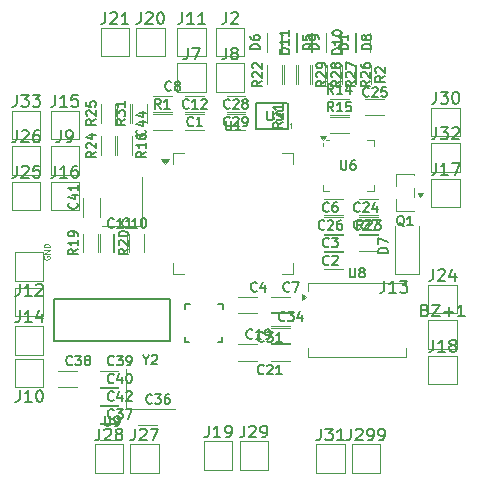
<source format=gbr>
%TF.GenerationSoftware,KiCad,Pcbnew,9.0.7*%
%TF.CreationDate,2026-01-24T01:10:01+08:00*%
%TF.ProjectId,zero star-rounded,7a65726f-2073-4746-9172-2d726f756e64,rev?*%
%TF.SameCoordinates,Original*%
%TF.FileFunction,Legend,Top*%
%TF.FilePolarity,Positive*%
%FSLAX46Y46*%
G04 Gerber Fmt 4.6, Leading zero omitted, Abs format (unit mm)*
G04 Created by KiCad (PCBNEW 9.0.7) date 2026-01-24 01:10:01*
%MOMM*%
%LPD*%
G01*
G04 APERTURE LIST*
%ADD10C,0.125000*%
%ADD11C,0.150000*%
%ADD12C,0.120000*%
G04 APERTURE END LIST*
D10*
X175748619Y-87630952D02*
X175724809Y-87678571D01*
X175724809Y-87678571D02*
X175724809Y-87750000D01*
X175724809Y-87750000D02*
X175748619Y-87821428D01*
X175748619Y-87821428D02*
X175796238Y-87869047D01*
X175796238Y-87869047D02*
X175843857Y-87892857D01*
X175843857Y-87892857D02*
X175939095Y-87916666D01*
X175939095Y-87916666D02*
X176010523Y-87916666D01*
X176010523Y-87916666D02*
X176105761Y-87892857D01*
X176105761Y-87892857D02*
X176153380Y-87869047D01*
X176153380Y-87869047D02*
X176201000Y-87821428D01*
X176201000Y-87821428D02*
X176224809Y-87750000D01*
X176224809Y-87750000D02*
X176224809Y-87702381D01*
X176224809Y-87702381D02*
X176201000Y-87630952D01*
X176201000Y-87630952D02*
X176177190Y-87607143D01*
X176177190Y-87607143D02*
X176010523Y-87607143D01*
X176010523Y-87607143D02*
X176010523Y-87702381D01*
X176224809Y-87392857D02*
X175724809Y-87392857D01*
X175724809Y-87392857D02*
X176224809Y-87107143D01*
X176224809Y-87107143D02*
X175724809Y-87107143D01*
X176224809Y-86869047D02*
X175724809Y-86869047D01*
X175724809Y-86869047D02*
X175724809Y-86749999D01*
X175724809Y-86749999D02*
X175748619Y-86678571D01*
X175748619Y-86678571D02*
X175796238Y-86630952D01*
X175796238Y-86630952D02*
X175843857Y-86607142D01*
X175843857Y-86607142D02*
X175939095Y-86583333D01*
X175939095Y-86583333D02*
X176010523Y-86583333D01*
X176010523Y-86583333D02*
X176105761Y-86607142D01*
X176105761Y-86607142D02*
X176153380Y-86630952D01*
X176153380Y-86630952D02*
X176201000Y-86678571D01*
X176201000Y-86678571D02*
X176224809Y-86749999D01*
X176224809Y-86749999D02*
X176224809Y-86869047D01*
D11*
X199866667Y-88286104D02*
X199828571Y-88324200D01*
X199828571Y-88324200D02*
X199714286Y-88362295D01*
X199714286Y-88362295D02*
X199638095Y-88362295D01*
X199638095Y-88362295D02*
X199523809Y-88324200D01*
X199523809Y-88324200D02*
X199447619Y-88248009D01*
X199447619Y-88248009D02*
X199409524Y-88171819D01*
X199409524Y-88171819D02*
X199371428Y-88019438D01*
X199371428Y-88019438D02*
X199371428Y-87905152D01*
X199371428Y-87905152D02*
X199409524Y-87752771D01*
X199409524Y-87752771D02*
X199447619Y-87676580D01*
X199447619Y-87676580D02*
X199523809Y-87600390D01*
X199523809Y-87600390D02*
X199638095Y-87562295D01*
X199638095Y-87562295D02*
X199714286Y-87562295D01*
X199714286Y-87562295D02*
X199828571Y-87600390D01*
X199828571Y-87600390D02*
X199866667Y-87638485D01*
X200171428Y-87638485D02*
X200209524Y-87600390D01*
X200209524Y-87600390D02*
X200285714Y-87562295D01*
X200285714Y-87562295D02*
X200476190Y-87562295D01*
X200476190Y-87562295D02*
X200552381Y-87600390D01*
X200552381Y-87600390D02*
X200590476Y-87638485D01*
X200590476Y-87638485D02*
X200628571Y-87714676D01*
X200628571Y-87714676D02*
X200628571Y-87790866D01*
X200628571Y-87790866D02*
X200590476Y-87905152D01*
X200590476Y-87905152D02*
X200133333Y-88362295D01*
X200133333Y-88362295D02*
X200628571Y-88362295D01*
X185616667Y-75112295D02*
X185350000Y-74731342D01*
X185159524Y-75112295D02*
X185159524Y-74312295D01*
X185159524Y-74312295D02*
X185464286Y-74312295D01*
X185464286Y-74312295D02*
X185540476Y-74350390D01*
X185540476Y-74350390D02*
X185578571Y-74388485D01*
X185578571Y-74388485D02*
X185616667Y-74464676D01*
X185616667Y-74464676D02*
X185616667Y-74578961D01*
X185616667Y-74578961D02*
X185578571Y-74655152D01*
X185578571Y-74655152D02*
X185540476Y-74693247D01*
X185540476Y-74693247D02*
X185464286Y-74731342D01*
X185464286Y-74731342D02*
X185159524Y-74731342D01*
X186378571Y-75112295D02*
X185921428Y-75112295D01*
X186150000Y-75112295D02*
X186150000Y-74312295D01*
X186150000Y-74312295D02*
X186073809Y-74426580D01*
X186073809Y-74426580D02*
X185997619Y-74502771D01*
X185997619Y-74502771D02*
X185921428Y-74540866D01*
X184286104Y-76914285D02*
X184324200Y-76952381D01*
X184324200Y-76952381D02*
X184362295Y-77066666D01*
X184362295Y-77066666D02*
X184362295Y-77142857D01*
X184362295Y-77142857D02*
X184324200Y-77257143D01*
X184324200Y-77257143D02*
X184248009Y-77333333D01*
X184248009Y-77333333D02*
X184171819Y-77371428D01*
X184171819Y-77371428D02*
X184019438Y-77409524D01*
X184019438Y-77409524D02*
X183905152Y-77409524D01*
X183905152Y-77409524D02*
X183752771Y-77371428D01*
X183752771Y-77371428D02*
X183676580Y-77333333D01*
X183676580Y-77333333D02*
X183600390Y-77257143D01*
X183600390Y-77257143D02*
X183562295Y-77142857D01*
X183562295Y-77142857D02*
X183562295Y-77066666D01*
X183562295Y-77066666D02*
X183600390Y-76952381D01*
X183600390Y-76952381D02*
X183638485Y-76914285D01*
X183828961Y-76228571D02*
X184362295Y-76228571D01*
X183524200Y-76419047D02*
X184095628Y-76609524D01*
X184095628Y-76609524D02*
X184095628Y-76114285D01*
X183828961Y-75466666D02*
X184362295Y-75466666D01*
X183524200Y-75657142D02*
X184095628Y-75847619D01*
X184095628Y-75847619D02*
X184095628Y-75352380D01*
X208940476Y-76706819D02*
X208940476Y-77421104D01*
X208940476Y-77421104D02*
X208892857Y-77563961D01*
X208892857Y-77563961D02*
X208797619Y-77659200D01*
X208797619Y-77659200D02*
X208654762Y-77706819D01*
X208654762Y-77706819D02*
X208559524Y-77706819D01*
X209321429Y-76706819D02*
X209940476Y-76706819D01*
X209940476Y-76706819D02*
X209607143Y-77087771D01*
X209607143Y-77087771D02*
X209750000Y-77087771D01*
X209750000Y-77087771D02*
X209845238Y-77135390D01*
X209845238Y-77135390D02*
X209892857Y-77183009D01*
X209892857Y-77183009D02*
X209940476Y-77278247D01*
X209940476Y-77278247D02*
X209940476Y-77516342D01*
X209940476Y-77516342D02*
X209892857Y-77611580D01*
X209892857Y-77611580D02*
X209845238Y-77659200D01*
X209845238Y-77659200D02*
X209750000Y-77706819D01*
X209750000Y-77706819D02*
X209464286Y-77706819D01*
X209464286Y-77706819D02*
X209369048Y-77659200D01*
X209369048Y-77659200D02*
X209321429Y-77611580D01*
X210321429Y-76802057D02*
X210369048Y-76754438D01*
X210369048Y-76754438D02*
X210464286Y-76706819D01*
X210464286Y-76706819D02*
X210702381Y-76706819D01*
X210702381Y-76706819D02*
X210797619Y-76754438D01*
X210797619Y-76754438D02*
X210845238Y-76802057D01*
X210845238Y-76802057D02*
X210892857Y-76897295D01*
X210892857Y-76897295D02*
X210892857Y-76992533D01*
X210892857Y-76992533D02*
X210845238Y-77135390D01*
X210845238Y-77135390D02*
X210273810Y-77706819D01*
X210273810Y-77706819D02*
X210892857Y-77706819D01*
X173440476Y-79956819D02*
X173440476Y-80671104D01*
X173440476Y-80671104D02*
X173392857Y-80813961D01*
X173392857Y-80813961D02*
X173297619Y-80909200D01*
X173297619Y-80909200D02*
X173154762Y-80956819D01*
X173154762Y-80956819D02*
X173059524Y-80956819D01*
X173869048Y-80052057D02*
X173916667Y-80004438D01*
X173916667Y-80004438D02*
X174011905Y-79956819D01*
X174011905Y-79956819D02*
X174250000Y-79956819D01*
X174250000Y-79956819D02*
X174345238Y-80004438D01*
X174345238Y-80004438D02*
X174392857Y-80052057D01*
X174392857Y-80052057D02*
X174440476Y-80147295D01*
X174440476Y-80147295D02*
X174440476Y-80242533D01*
X174440476Y-80242533D02*
X174392857Y-80385390D01*
X174392857Y-80385390D02*
X173821429Y-80956819D01*
X173821429Y-80956819D02*
X174440476Y-80956819D01*
X175345238Y-79956819D02*
X174869048Y-79956819D01*
X174869048Y-79956819D02*
X174821429Y-80433009D01*
X174821429Y-80433009D02*
X174869048Y-80385390D01*
X174869048Y-80385390D02*
X174964286Y-80337771D01*
X174964286Y-80337771D02*
X175202381Y-80337771D01*
X175202381Y-80337771D02*
X175297619Y-80385390D01*
X175297619Y-80385390D02*
X175345238Y-80433009D01*
X175345238Y-80433009D02*
X175392857Y-80528247D01*
X175392857Y-80528247D02*
X175392857Y-80766342D01*
X175392857Y-80766342D02*
X175345238Y-80861580D01*
X175345238Y-80861580D02*
X175297619Y-80909200D01*
X175297619Y-80909200D02*
X175202381Y-80956819D01*
X175202381Y-80956819D02*
X174964286Y-80956819D01*
X174964286Y-80956819D02*
X174869048Y-80909200D01*
X174869048Y-80909200D02*
X174821429Y-80861580D01*
X182885714Y-85136104D02*
X182847618Y-85174200D01*
X182847618Y-85174200D02*
X182733333Y-85212295D01*
X182733333Y-85212295D02*
X182657142Y-85212295D01*
X182657142Y-85212295D02*
X182542856Y-85174200D01*
X182542856Y-85174200D02*
X182466666Y-85098009D01*
X182466666Y-85098009D02*
X182428571Y-85021819D01*
X182428571Y-85021819D02*
X182390475Y-84869438D01*
X182390475Y-84869438D02*
X182390475Y-84755152D01*
X182390475Y-84755152D02*
X182428571Y-84602771D01*
X182428571Y-84602771D02*
X182466666Y-84526580D01*
X182466666Y-84526580D02*
X182542856Y-84450390D01*
X182542856Y-84450390D02*
X182657142Y-84412295D01*
X182657142Y-84412295D02*
X182733333Y-84412295D01*
X182733333Y-84412295D02*
X182847618Y-84450390D01*
X182847618Y-84450390D02*
X182885714Y-84488485D01*
X183647618Y-85212295D02*
X183190475Y-85212295D01*
X183419047Y-85212295D02*
X183419047Y-84412295D01*
X183419047Y-84412295D02*
X183342856Y-84526580D01*
X183342856Y-84526580D02*
X183266666Y-84602771D01*
X183266666Y-84602771D02*
X183190475Y-84640866D01*
X184142857Y-84412295D02*
X184219047Y-84412295D01*
X184219047Y-84412295D02*
X184295238Y-84450390D01*
X184295238Y-84450390D02*
X184333333Y-84488485D01*
X184333333Y-84488485D02*
X184371428Y-84564676D01*
X184371428Y-84564676D02*
X184409523Y-84717057D01*
X184409523Y-84717057D02*
X184409523Y-84907533D01*
X184409523Y-84907533D02*
X184371428Y-85059914D01*
X184371428Y-85059914D02*
X184333333Y-85136104D01*
X184333333Y-85136104D02*
X184295238Y-85174200D01*
X184295238Y-85174200D02*
X184219047Y-85212295D01*
X184219047Y-85212295D02*
X184142857Y-85212295D01*
X184142857Y-85212295D02*
X184066666Y-85174200D01*
X184066666Y-85174200D02*
X184028571Y-85136104D01*
X184028571Y-85136104D02*
X183990476Y-85059914D01*
X183990476Y-85059914D02*
X183952380Y-84907533D01*
X183952380Y-84907533D02*
X183952380Y-84717057D01*
X183952380Y-84717057D02*
X183990476Y-84564676D01*
X183990476Y-84564676D02*
X184028571Y-84488485D01*
X184028571Y-84488485D02*
X184066666Y-84450390D01*
X184066666Y-84450390D02*
X184142857Y-84412295D01*
X201512295Y-70090475D02*
X200712295Y-70090475D01*
X200712295Y-70090475D02*
X200712295Y-69899999D01*
X200712295Y-69899999D02*
X200750390Y-69785713D01*
X200750390Y-69785713D02*
X200826580Y-69709523D01*
X200826580Y-69709523D02*
X200902771Y-69671428D01*
X200902771Y-69671428D02*
X201055152Y-69633332D01*
X201055152Y-69633332D02*
X201169438Y-69633332D01*
X201169438Y-69633332D02*
X201321819Y-69671428D01*
X201321819Y-69671428D02*
X201398009Y-69709523D01*
X201398009Y-69709523D02*
X201474200Y-69785713D01*
X201474200Y-69785713D02*
X201512295Y-69899999D01*
X201512295Y-69899999D02*
X201512295Y-70090475D01*
X201512295Y-68871428D02*
X201512295Y-69328571D01*
X201512295Y-69099999D02*
X200712295Y-69099999D01*
X200712295Y-69099999D02*
X200826580Y-69176190D01*
X200826580Y-69176190D02*
X200902771Y-69252380D01*
X200902771Y-69252380D02*
X200940866Y-69328571D01*
X173690476Y-98952819D02*
X173690476Y-99667104D01*
X173690476Y-99667104D02*
X173642857Y-99809961D01*
X173642857Y-99809961D02*
X173547619Y-99905200D01*
X173547619Y-99905200D02*
X173404762Y-99952819D01*
X173404762Y-99952819D02*
X173309524Y-99952819D01*
X174690476Y-99952819D02*
X174119048Y-99952819D01*
X174404762Y-99952819D02*
X174404762Y-98952819D01*
X174404762Y-98952819D02*
X174309524Y-99095676D01*
X174309524Y-99095676D02*
X174214286Y-99190914D01*
X174214286Y-99190914D02*
X174119048Y-99238533D01*
X175309524Y-98952819D02*
X175404762Y-98952819D01*
X175404762Y-98952819D02*
X175500000Y-99000438D01*
X175500000Y-99000438D02*
X175547619Y-99048057D01*
X175547619Y-99048057D02*
X175595238Y-99143295D01*
X175595238Y-99143295D02*
X175642857Y-99333771D01*
X175642857Y-99333771D02*
X175642857Y-99571866D01*
X175642857Y-99571866D02*
X175595238Y-99762342D01*
X175595238Y-99762342D02*
X175547619Y-99857580D01*
X175547619Y-99857580D02*
X175500000Y-99905200D01*
X175500000Y-99905200D02*
X175404762Y-99952819D01*
X175404762Y-99952819D02*
X175309524Y-99952819D01*
X175309524Y-99952819D02*
X175214286Y-99905200D01*
X175214286Y-99905200D02*
X175166667Y-99857580D01*
X175166667Y-99857580D02*
X175119048Y-99762342D01*
X175119048Y-99762342D02*
X175071429Y-99571866D01*
X175071429Y-99571866D02*
X175071429Y-99333771D01*
X175071429Y-99333771D02*
X175119048Y-99143295D01*
X175119048Y-99143295D02*
X175166667Y-99048057D01*
X175166667Y-99048057D02*
X175214286Y-99000438D01*
X175214286Y-99000438D02*
X175309524Y-98952819D01*
X180112295Y-78764285D02*
X179731342Y-79030952D01*
X180112295Y-79221428D02*
X179312295Y-79221428D01*
X179312295Y-79221428D02*
X179312295Y-78916666D01*
X179312295Y-78916666D02*
X179350390Y-78840476D01*
X179350390Y-78840476D02*
X179388485Y-78802381D01*
X179388485Y-78802381D02*
X179464676Y-78764285D01*
X179464676Y-78764285D02*
X179578961Y-78764285D01*
X179578961Y-78764285D02*
X179655152Y-78802381D01*
X179655152Y-78802381D02*
X179693247Y-78840476D01*
X179693247Y-78840476D02*
X179731342Y-78916666D01*
X179731342Y-78916666D02*
X179731342Y-79221428D01*
X179388485Y-78459524D02*
X179350390Y-78421428D01*
X179350390Y-78421428D02*
X179312295Y-78345238D01*
X179312295Y-78345238D02*
X179312295Y-78154762D01*
X179312295Y-78154762D02*
X179350390Y-78078571D01*
X179350390Y-78078571D02*
X179388485Y-78040476D01*
X179388485Y-78040476D02*
X179464676Y-78002381D01*
X179464676Y-78002381D02*
X179540866Y-78002381D01*
X179540866Y-78002381D02*
X179655152Y-78040476D01*
X179655152Y-78040476D02*
X180112295Y-78497619D01*
X180112295Y-78497619D02*
X180112295Y-78002381D01*
X179578961Y-77316666D02*
X180112295Y-77316666D01*
X179274200Y-77507142D02*
X179845628Y-77697619D01*
X179845628Y-77697619D02*
X179845628Y-77202380D01*
X187916666Y-69956819D02*
X187916666Y-70671104D01*
X187916666Y-70671104D02*
X187869047Y-70813961D01*
X187869047Y-70813961D02*
X187773809Y-70909200D01*
X187773809Y-70909200D02*
X187630952Y-70956819D01*
X187630952Y-70956819D02*
X187535714Y-70956819D01*
X188297619Y-69956819D02*
X188964285Y-69956819D01*
X188964285Y-69956819D02*
X188535714Y-70956819D01*
X204540476Y-89702819D02*
X204540476Y-90417104D01*
X204540476Y-90417104D02*
X204492857Y-90559961D01*
X204492857Y-90559961D02*
X204397619Y-90655200D01*
X204397619Y-90655200D02*
X204254762Y-90702819D01*
X204254762Y-90702819D02*
X204159524Y-90702819D01*
X205540476Y-90702819D02*
X204969048Y-90702819D01*
X205254762Y-90702819D02*
X205254762Y-89702819D01*
X205254762Y-89702819D02*
X205159524Y-89845676D01*
X205159524Y-89845676D02*
X205064286Y-89940914D01*
X205064286Y-89940914D02*
X204969048Y-89988533D01*
X205873810Y-89702819D02*
X206492857Y-89702819D01*
X206492857Y-89702819D02*
X206159524Y-90083771D01*
X206159524Y-90083771D02*
X206302381Y-90083771D01*
X206302381Y-90083771D02*
X206397619Y-90131390D01*
X206397619Y-90131390D02*
X206445238Y-90179009D01*
X206445238Y-90179009D02*
X206492857Y-90274247D01*
X206492857Y-90274247D02*
X206492857Y-90512342D01*
X206492857Y-90512342D02*
X206445238Y-90607580D01*
X206445238Y-90607580D02*
X206397619Y-90655200D01*
X206397619Y-90655200D02*
X206302381Y-90702819D01*
X206302381Y-90702819D02*
X206016667Y-90702819D01*
X206016667Y-90702819D02*
X205921429Y-90655200D01*
X205921429Y-90655200D02*
X205873810Y-90607580D01*
X184885714Y-100036104D02*
X184847618Y-100074200D01*
X184847618Y-100074200D02*
X184733333Y-100112295D01*
X184733333Y-100112295D02*
X184657142Y-100112295D01*
X184657142Y-100112295D02*
X184542856Y-100074200D01*
X184542856Y-100074200D02*
X184466666Y-99998009D01*
X184466666Y-99998009D02*
X184428571Y-99921819D01*
X184428571Y-99921819D02*
X184390475Y-99769438D01*
X184390475Y-99769438D02*
X184390475Y-99655152D01*
X184390475Y-99655152D02*
X184428571Y-99502771D01*
X184428571Y-99502771D02*
X184466666Y-99426580D01*
X184466666Y-99426580D02*
X184542856Y-99350390D01*
X184542856Y-99350390D02*
X184657142Y-99312295D01*
X184657142Y-99312295D02*
X184733333Y-99312295D01*
X184733333Y-99312295D02*
X184847618Y-99350390D01*
X184847618Y-99350390D02*
X184885714Y-99388485D01*
X185152380Y-99312295D02*
X185647618Y-99312295D01*
X185647618Y-99312295D02*
X185380952Y-99617057D01*
X185380952Y-99617057D02*
X185495237Y-99617057D01*
X185495237Y-99617057D02*
X185571428Y-99655152D01*
X185571428Y-99655152D02*
X185609523Y-99693247D01*
X185609523Y-99693247D02*
X185647618Y-99769438D01*
X185647618Y-99769438D02*
X185647618Y-99959914D01*
X185647618Y-99959914D02*
X185609523Y-100036104D01*
X185609523Y-100036104D02*
X185571428Y-100074200D01*
X185571428Y-100074200D02*
X185495237Y-100112295D01*
X185495237Y-100112295D02*
X185266666Y-100112295D01*
X185266666Y-100112295D02*
X185190475Y-100074200D01*
X185190475Y-100074200D02*
X185152380Y-100036104D01*
X186333333Y-99312295D02*
X186180952Y-99312295D01*
X186180952Y-99312295D02*
X186104761Y-99350390D01*
X186104761Y-99350390D02*
X186066666Y-99388485D01*
X186066666Y-99388485D02*
X185990476Y-99502771D01*
X185990476Y-99502771D02*
X185952380Y-99655152D01*
X185952380Y-99655152D02*
X185952380Y-99959914D01*
X185952380Y-99959914D02*
X185990476Y-100036104D01*
X185990476Y-100036104D02*
X186028571Y-100074200D01*
X186028571Y-100074200D02*
X186104761Y-100112295D01*
X186104761Y-100112295D02*
X186257142Y-100112295D01*
X186257142Y-100112295D02*
X186333333Y-100074200D01*
X186333333Y-100074200D02*
X186371428Y-100036104D01*
X186371428Y-100036104D02*
X186409523Y-99959914D01*
X186409523Y-99959914D02*
X186409523Y-99769438D01*
X186409523Y-99769438D02*
X186371428Y-99693247D01*
X186371428Y-99693247D02*
X186333333Y-99655152D01*
X186333333Y-99655152D02*
X186257142Y-99617057D01*
X186257142Y-99617057D02*
X186104761Y-99617057D01*
X186104761Y-99617057D02*
X186028571Y-99655152D01*
X186028571Y-99655152D02*
X185990476Y-99693247D01*
X185990476Y-99693247D02*
X185952380Y-99769438D01*
X180940476Y-66956819D02*
X180940476Y-67671104D01*
X180940476Y-67671104D02*
X180892857Y-67813961D01*
X180892857Y-67813961D02*
X180797619Y-67909200D01*
X180797619Y-67909200D02*
X180654762Y-67956819D01*
X180654762Y-67956819D02*
X180559524Y-67956819D01*
X181369048Y-67052057D02*
X181416667Y-67004438D01*
X181416667Y-67004438D02*
X181511905Y-66956819D01*
X181511905Y-66956819D02*
X181750000Y-66956819D01*
X181750000Y-66956819D02*
X181845238Y-67004438D01*
X181845238Y-67004438D02*
X181892857Y-67052057D01*
X181892857Y-67052057D02*
X181940476Y-67147295D01*
X181940476Y-67147295D02*
X181940476Y-67242533D01*
X181940476Y-67242533D02*
X181892857Y-67385390D01*
X181892857Y-67385390D02*
X181321429Y-67956819D01*
X181321429Y-67956819D02*
X181940476Y-67956819D01*
X182892857Y-67956819D02*
X182321429Y-67956819D01*
X182607143Y-67956819D02*
X182607143Y-66956819D01*
X182607143Y-66956819D02*
X182511905Y-67099676D01*
X182511905Y-67099676D02*
X182416667Y-67194914D01*
X182416667Y-67194914D02*
X182321429Y-67242533D01*
X178536104Y-83114285D02*
X178574200Y-83152381D01*
X178574200Y-83152381D02*
X178612295Y-83266666D01*
X178612295Y-83266666D02*
X178612295Y-83342857D01*
X178612295Y-83342857D02*
X178574200Y-83457143D01*
X178574200Y-83457143D02*
X178498009Y-83533333D01*
X178498009Y-83533333D02*
X178421819Y-83571428D01*
X178421819Y-83571428D02*
X178269438Y-83609524D01*
X178269438Y-83609524D02*
X178155152Y-83609524D01*
X178155152Y-83609524D02*
X178002771Y-83571428D01*
X178002771Y-83571428D02*
X177926580Y-83533333D01*
X177926580Y-83533333D02*
X177850390Y-83457143D01*
X177850390Y-83457143D02*
X177812295Y-83342857D01*
X177812295Y-83342857D02*
X177812295Y-83266666D01*
X177812295Y-83266666D02*
X177850390Y-83152381D01*
X177850390Y-83152381D02*
X177888485Y-83114285D01*
X178078961Y-82428571D02*
X178612295Y-82428571D01*
X177774200Y-82619047D02*
X178345628Y-82809524D01*
X178345628Y-82809524D02*
X178345628Y-82314285D01*
X178612295Y-81590476D02*
X178612295Y-82047619D01*
X178612295Y-81819047D02*
X177812295Y-81819047D01*
X177812295Y-81819047D02*
X177926580Y-81895238D01*
X177926580Y-81895238D02*
X178002771Y-81971428D01*
X178002771Y-81971428D02*
X178040866Y-82047619D01*
X186516667Y-73536104D02*
X186478571Y-73574200D01*
X186478571Y-73574200D02*
X186364286Y-73612295D01*
X186364286Y-73612295D02*
X186288095Y-73612295D01*
X186288095Y-73612295D02*
X186173809Y-73574200D01*
X186173809Y-73574200D02*
X186097619Y-73498009D01*
X186097619Y-73498009D02*
X186059524Y-73421819D01*
X186059524Y-73421819D02*
X186021428Y-73269438D01*
X186021428Y-73269438D02*
X186021428Y-73155152D01*
X186021428Y-73155152D02*
X186059524Y-73002771D01*
X186059524Y-73002771D02*
X186097619Y-72926580D01*
X186097619Y-72926580D02*
X186173809Y-72850390D01*
X186173809Y-72850390D02*
X186288095Y-72812295D01*
X186288095Y-72812295D02*
X186364286Y-72812295D01*
X186364286Y-72812295D02*
X186478571Y-72850390D01*
X186478571Y-72850390D02*
X186516667Y-72888485D01*
X186973809Y-73155152D02*
X186897619Y-73117057D01*
X186897619Y-73117057D02*
X186859524Y-73078961D01*
X186859524Y-73078961D02*
X186821428Y-73002771D01*
X186821428Y-73002771D02*
X186821428Y-72964676D01*
X186821428Y-72964676D02*
X186859524Y-72888485D01*
X186859524Y-72888485D02*
X186897619Y-72850390D01*
X186897619Y-72850390D02*
X186973809Y-72812295D01*
X186973809Y-72812295D02*
X187126190Y-72812295D01*
X187126190Y-72812295D02*
X187202381Y-72850390D01*
X187202381Y-72850390D02*
X187240476Y-72888485D01*
X187240476Y-72888485D02*
X187278571Y-72964676D01*
X187278571Y-72964676D02*
X187278571Y-73002771D01*
X187278571Y-73002771D02*
X187240476Y-73078961D01*
X187240476Y-73078961D02*
X187202381Y-73117057D01*
X187202381Y-73117057D02*
X187126190Y-73155152D01*
X187126190Y-73155152D02*
X186973809Y-73155152D01*
X186973809Y-73155152D02*
X186897619Y-73193247D01*
X186897619Y-73193247D02*
X186859524Y-73231342D01*
X186859524Y-73231342D02*
X186821428Y-73307533D01*
X186821428Y-73307533D02*
X186821428Y-73459914D01*
X186821428Y-73459914D02*
X186859524Y-73536104D01*
X186859524Y-73536104D02*
X186897619Y-73574200D01*
X186897619Y-73574200D02*
X186973809Y-73612295D01*
X186973809Y-73612295D02*
X187126190Y-73612295D01*
X187126190Y-73612295D02*
X187202381Y-73574200D01*
X187202381Y-73574200D02*
X187240476Y-73536104D01*
X187240476Y-73536104D02*
X187278571Y-73459914D01*
X187278571Y-73459914D02*
X187278571Y-73307533D01*
X187278571Y-73307533D02*
X187240476Y-73231342D01*
X187240476Y-73231342D02*
X187202381Y-73193247D01*
X187202381Y-73193247D02*
X187126190Y-73155152D01*
X181635714Y-99786104D02*
X181597618Y-99824200D01*
X181597618Y-99824200D02*
X181483333Y-99862295D01*
X181483333Y-99862295D02*
X181407142Y-99862295D01*
X181407142Y-99862295D02*
X181292856Y-99824200D01*
X181292856Y-99824200D02*
X181216666Y-99748009D01*
X181216666Y-99748009D02*
X181178571Y-99671819D01*
X181178571Y-99671819D02*
X181140475Y-99519438D01*
X181140475Y-99519438D02*
X181140475Y-99405152D01*
X181140475Y-99405152D02*
X181178571Y-99252771D01*
X181178571Y-99252771D02*
X181216666Y-99176580D01*
X181216666Y-99176580D02*
X181292856Y-99100390D01*
X181292856Y-99100390D02*
X181407142Y-99062295D01*
X181407142Y-99062295D02*
X181483333Y-99062295D01*
X181483333Y-99062295D02*
X181597618Y-99100390D01*
X181597618Y-99100390D02*
X181635714Y-99138485D01*
X182321428Y-99328961D02*
X182321428Y-99862295D01*
X182130952Y-99024200D02*
X181940475Y-99595628D01*
X181940475Y-99595628D02*
X182435714Y-99595628D01*
X182702380Y-99138485D02*
X182740476Y-99100390D01*
X182740476Y-99100390D02*
X182816666Y-99062295D01*
X182816666Y-99062295D02*
X183007142Y-99062295D01*
X183007142Y-99062295D02*
X183083333Y-99100390D01*
X183083333Y-99100390D02*
X183121428Y-99138485D01*
X183121428Y-99138485D02*
X183159523Y-99214676D01*
X183159523Y-99214676D02*
X183159523Y-99290866D01*
X183159523Y-99290866D02*
X183121428Y-99405152D01*
X183121428Y-99405152D02*
X182664285Y-99862295D01*
X182664285Y-99862295D02*
X183159523Y-99862295D01*
X203462295Y-70090475D02*
X202662295Y-70090475D01*
X202662295Y-70090475D02*
X202662295Y-69899999D01*
X202662295Y-69899999D02*
X202700390Y-69785713D01*
X202700390Y-69785713D02*
X202776580Y-69709523D01*
X202776580Y-69709523D02*
X202852771Y-69671428D01*
X202852771Y-69671428D02*
X203005152Y-69633332D01*
X203005152Y-69633332D02*
X203119438Y-69633332D01*
X203119438Y-69633332D02*
X203271819Y-69671428D01*
X203271819Y-69671428D02*
X203348009Y-69709523D01*
X203348009Y-69709523D02*
X203424200Y-69785713D01*
X203424200Y-69785713D02*
X203462295Y-69899999D01*
X203462295Y-69899999D02*
X203462295Y-70090475D01*
X203005152Y-69176190D02*
X202967057Y-69252380D01*
X202967057Y-69252380D02*
X202928961Y-69290475D01*
X202928961Y-69290475D02*
X202852771Y-69328571D01*
X202852771Y-69328571D02*
X202814676Y-69328571D01*
X202814676Y-69328571D02*
X202738485Y-69290475D01*
X202738485Y-69290475D02*
X202700390Y-69252380D01*
X202700390Y-69252380D02*
X202662295Y-69176190D01*
X202662295Y-69176190D02*
X202662295Y-69023809D01*
X202662295Y-69023809D02*
X202700390Y-68947618D01*
X202700390Y-68947618D02*
X202738485Y-68909523D01*
X202738485Y-68909523D02*
X202814676Y-68871428D01*
X202814676Y-68871428D02*
X202852771Y-68871428D01*
X202852771Y-68871428D02*
X202928961Y-68909523D01*
X202928961Y-68909523D02*
X202967057Y-68947618D01*
X202967057Y-68947618D02*
X203005152Y-69023809D01*
X203005152Y-69023809D02*
X203005152Y-69176190D01*
X203005152Y-69176190D02*
X203043247Y-69252380D01*
X203043247Y-69252380D02*
X203081342Y-69290475D01*
X203081342Y-69290475D02*
X203157533Y-69328571D01*
X203157533Y-69328571D02*
X203309914Y-69328571D01*
X203309914Y-69328571D02*
X203386104Y-69290475D01*
X203386104Y-69290475D02*
X203424200Y-69252380D01*
X203424200Y-69252380D02*
X203462295Y-69176190D01*
X203462295Y-69176190D02*
X203462295Y-69023809D01*
X203462295Y-69023809D02*
X203424200Y-68947618D01*
X203424200Y-68947618D02*
X203386104Y-68909523D01*
X203386104Y-68909523D02*
X203309914Y-68871428D01*
X203309914Y-68871428D02*
X203157533Y-68871428D01*
X203157533Y-68871428D02*
X203081342Y-68909523D01*
X203081342Y-68909523D02*
X203043247Y-68947618D01*
X203043247Y-68947618D02*
X203005152Y-69023809D01*
X199612295Y-72764285D02*
X199231342Y-73030952D01*
X199612295Y-73221428D02*
X198812295Y-73221428D01*
X198812295Y-73221428D02*
X198812295Y-72916666D01*
X198812295Y-72916666D02*
X198850390Y-72840476D01*
X198850390Y-72840476D02*
X198888485Y-72802381D01*
X198888485Y-72802381D02*
X198964676Y-72764285D01*
X198964676Y-72764285D02*
X199078961Y-72764285D01*
X199078961Y-72764285D02*
X199155152Y-72802381D01*
X199155152Y-72802381D02*
X199193247Y-72840476D01*
X199193247Y-72840476D02*
X199231342Y-72916666D01*
X199231342Y-72916666D02*
X199231342Y-73221428D01*
X198888485Y-72459524D02*
X198850390Y-72421428D01*
X198850390Y-72421428D02*
X198812295Y-72345238D01*
X198812295Y-72345238D02*
X198812295Y-72154762D01*
X198812295Y-72154762D02*
X198850390Y-72078571D01*
X198850390Y-72078571D02*
X198888485Y-72040476D01*
X198888485Y-72040476D02*
X198964676Y-72002381D01*
X198964676Y-72002381D02*
X199040866Y-72002381D01*
X199040866Y-72002381D02*
X199155152Y-72040476D01*
X199155152Y-72040476D02*
X199612295Y-72497619D01*
X199612295Y-72497619D02*
X199612295Y-72002381D01*
X199612295Y-71621428D02*
X199612295Y-71469047D01*
X199612295Y-71469047D02*
X199574200Y-71392857D01*
X199574200Y-71392857D02*
X199536104Y-71354761D01*
X199536104Y-71354761D02*
X199421819Y-71278571D01*
X199421819Y-71278571D02*
X199269438Y-71240476D01*
X199269438Y-71240476D02*
X198964676Y-71240476D01*
X198964676Y-71240476D02*
X198888485Y-71278571D01*
X198888485Y-71278571D02*
X198850390Y-71316666D01*
X198850390Y-71316666D02*
X198812295Y-71392857D01*
X198812295Y-71392857D02*
X198812295Y-71545238D01*
X198812295Y-71545238D02*
X198850390Y-71621428D01*
X198850390Y-71621428D02*
X198888485Y-71659523D01*
X198888485Y-71659523D02*
X198964676Y-71697619D01*
X198964676Y-71697619D02*
X199155152Y-71697619D01*
X199155152Y-71697619D02*
X199231342Y-71659523D01*
X199231342Y-71659523D02*
X199269438Y-71621428D01*
X199269438Y-71621428D02*
X199307533Y-71545238D01*
X199307533Y-71545238D02*
X199307533Y-71392857D01*
X199307533Y-71392857D02*
X199269438Y-71316666D01*
X199269438Y-71316666D02*
X199231342Y-71278571D01*
X199231342Y-71278571D02*
X199155152Y-71240476D01*
X202735714Y-85362295D02*
X202469047Y-84981342D01*
X202278571Y-85362295D02*
X202278571Y-84562295D01*
X202278571Y-84562295D02*
X202583333Y-84562295D01*
X202583333Y-84562295D02*
X202659523Y-84600390D01*
X202659523Y-84600390D02*
X202697618Y-84638485D01*
X202697618Y-84638485D02*
X202735714Y-84714676D01*
X202735714Y-84714676D02*
X202735714Y-84828961D01*
X202735714Y-84828961D02*
X202697618Y-84905152D01*
X202697618Y-84905152D02*
X202659523Y-84943247D01*
X202659523Y-84943247D02*
X202583333Y-84981342D01*
X202583333Y-84981342D02*
X202278571Y-84981342D01*
X203040475Y-84638485D02*
X203078571Y-84600390D01*
X203078571Y-84600390D02*
X203154761Y-84562295D01*
X203154761Y-84562295D02*
X203345237Y-84562295D01*
X203345237Y-84562295D02*
X203421428Y-84600390D01*
X203421428Y-84600390D02*
X203459523Y-84638485D01*
X203459523Y-84638485D02*
X203497618Y-84714676D01*
X203497618Y-84714676D02*
X203497618Y-84790866D01*
X203497618Y-84790866D02*
X203459523Y-84905152D01*
X203459523Y-84905152D02*
X203002380Y-85362295D01*
X203002380Y-85362295D02*
X203497618Y-85362295D01*
X203764285Y-84562295D02*
X204259523Y-84562295D01*
X204259523Y-84562295D02*
X203992857Y-84867057D01*
X203992857Y-84867057D02*
X204107142Y-84867057D01*
X204107142Y-84867057D02*
X204183333Y-84905152D01*
X204183333Y-84905152D02*
X204221428Y-84943247D01*
X204221428Y-84943247D02*
X204259523Y-85019438D01*
X204259523Y-85019438D02*
X204259523Y-85209914D01*
X204259523Y-85209914D02*
X204221428Y-85286104D01*
X204221428Y-85286104D02*
X204183333Y-85324200D01*
X204183333Y-85324200D02*
X204107142Y-85362295D01*
X204107142Y-85362295D02*
X203878571Y-85362295D01*
X203878571Y-85362295D02*
X203802380Y-85324200D01*
X203802380Y-85324200D02*
X203764285Y-85286104D01*
X191485714Y-75036104D02*
X191447618Y-75074200D01*
X191447618Y-75074200D02*
X191333333Y-75112295D01*
X191333333Y-75112295D02*
X191257142Y-75112295D01*
X191257142Y-75112295D02*
X191142856Y-75074200D01*
X191142856Y-75074200D02*
X191066666Y-74998009D01*
X191066666Y-74998009D02*
X191028571Y-74921819D01*
X191028571Y-74921819D02*
X190990475Y-74769438D01*
X190990475Y-74769438D02*
X190990475Y-74655152D01*
X190990475Y-74655152D02*
X191028571Y-74502771D01*
X191028571Y-74502771D02*
X191066666Y-74426580D01*
X191066666Y-74426580D02*
X191142856Y-74350390D01*
X191142856Y-74350390D02*
X191257142Y-74312295D01*
X191257142Y-74312295D02*
X191333333Y-74312295D01*
X191333333Y-74312295D02*
X191447618Y-74350390D01*
X191447618Y-74350390D02*
X191485714Y-74388485D01*
X191790475Y-74388485D02*
X191828571Y-74350390D01*
X191828571Y-74350390D02*
X191904761Y-74312295D01*
X191904761Y-74312295D02*
X192095237Y-74312295D01*
X192095237Y-74312295D02*
X192171428Y-74350390D01*
X192171428Y-74350390D02*
X192209523Y-74388485D01*
X192209523Y-74388485D02*
X192247618Y-74464676D01*
X192247618Y-74464676D02*
X192247618Y-74540866D01*
X192247618Y-74540866D02*
X192209523Y-74655152D01*
X192209523Y-74655152D02*
X191752380Y-75112295D01*
X191752380Y-75112295D02*
X192247618Y-75112295D01*
X192704761Y-74655152D02*
X192628571Y-74617057D01*
X192628571Y-74617057D02*
X192590476Y-74578961D01*
X192590476Y-74578961D02*
X192552380Y-74502771D01*
X192552380Y-74502771D02*
X192552380Y-74464676D01*
X192552380Y-74464676D02*
X192590476Y-74388485D01*
X192590476Y-74388485D02*
X192628571Y-74350390D01*
X192628571Y-74350390D02*
X192704761Y-74312295D01*
X192704761Y-74312295D02*
X192857142Y-74312295D01*
X192857142Y-74312295D02*
X192933333Y-74350390D01*
X192933333Y-74350390D02*
X192971428Y-74388485D01*
X192971428Y-74388485D02*
X193009523Y-74464676D01*
X193009523Y-74464676D02*
X193009523Y-74502771D01*
X193009523Y-74502771D02*
X192971428Y-74578961D01*
X192971428Y-74578961D02*
X192933333Y-74617057D01*
X192933333Y-74617057D02*
X192857142Y-74655152D01*
X192857142Y-74655152D02*
X192704761Y-74655152D01*
X192704761Y-74655152D02*
X192628571Y-74693247D01*
X192628571Y-74693247D02*
X192590476Y-74731342D01*
X192590476Y-74731342D02*
X192552380Y-74807533D01*
X192552380Y-74807533D02*
X192552380Y-74959914D01*
X192552380Y-74959914D02*
X192590476Y-75036104D01*
X192590476Y-75036104D02*
X192628571Y-75074200D01*
X192628571Y-75074200D02*
X192704761Y-75112295D01*
X192704761Y-75112295D02*
X192857142Y-75112295D01*
X192857142Y-75112295D02*
X192933333Y-75074200D01*
X192933333Y-75074200D02*
X192971428Y-75036104D01*
X192971428Y-75036104D02*
X193009523Y-74959914D01*
X193009523Y-74959914D02*
X193009523Y-74807533D01*
X193009523Y-74807533D02*
X192971428Y-74731342D01*
X192971428Y-74731342D02*
X192933333Y-74693247D01*
X192933333Y-74693247D02*
X192857142Y-74655152D01*
X191140476Y-76162295D02*
X191140476Y-76809914D01*
X191140476Y-76809914D02*
X191178571Y-76886104D01*
X191178571Y-76886104D02*
X191216666Y-76924200D01*
X191216666Y-76924200D02*
X191292857Y-76962295D01*
X191292857Y-76962295D02*
X191445238Y-76962295D01*
X191445238Y-76962295D02*
X191521428Y-76924200D01*
X191521428Y-76924200D02*
X191559523Y-76886104D01*
X191559523Y-76886104D02*
X191597619Y-76809914D01*
X191597619Y-76809914D02*
X191597619Y-76162295D01*
X192397618Y-76962295D02*
X191940475Y-76962295D01*
X192169047Y-76962295D02*
X192169047Y-76162295D01*
X192169047Y-76162295D02*
X192092856Y-76276580D01*
X192092856Y-76276580D02*
X192016666Y-76352771D01*
X192016666Y-76352771D02*
X191940475Y-76390866D01*
X173440476Y-76956819D02*
X173440476Y-77671104D01*
X173440476Y-77671104D02*
X173392857Y-77813961D01*
X173392857Y-77813961D02*
X173297619Y-77909200D01*
X173297619Y-77909200D02*
X173154762Y-77956819D01*
X173154762Y-77956819D02*
X173059524Y-77956819D01*
X173869048Y-77052057D02*
X173916667Y-77004438D01*
X173916667Y-77004438D02*
X174011905Y-76956819D01*
X174011905Y-76956819D02*
X174250000Y-76956819D01*
X174250000Y-76956819D02*
X174345238Y-77004438D01*
X174345238Y-77004438D02*
X174392857Y-77052057D01*
X174392857Y-77052057D02*
X174440476Y-77147295D01*
X174440476Y-77147295D02*
X174440476Y-77242533D01*
X174440476Y-77242533D02*
X174392857Y-77385390D01*
X174392857Y-77385390D02*
X173821429Y-77956819D01*
X173821429Y-77956819D02*
X174440476Y-77956819D01*
X175297619Y-76956819D02*
X175107143Y-76956819D01*
X175107143Y-76956819D02*
X175011905Y-77004438D01*
X175011905Y-77004438D02*
X174964286Y-77052057D01*
X174964286Y-77052057D02*
X174869048Y-77194914D01*
X174869048Y-77194914D02*
X174821429Y-77385390D01*
X174821429Y-77385390D02*
X174821429Y-77766342D01*
X174821429Y-77766342D02*
X174869048Y-77861580D01*
X174869048Y-77861580D02*
X174916667Y-77909200D01*
X174916667Y-77909200D02*
X175011905Y-77956819D01*
X175011905Y-77956819D02*
X175202381Y-77956819D01*
X175202381Y-77956819D02*
X175297619Y-77909200D01*
X175297619Y-77909200D02*
X175345238Y-77861580D01*
X175345238Y-77861580D02*
X175392857Y-77766342D01*
X175392857Y-77766342D02*
X175392857Y-77528247D01*
X175392857Y-77528247D02*
X175345238Y-77433009D01*
X175345238Y-77433009D02*
X175297619Y-77385390D01*
X175297619Y-77385390D02*
X175202381Y-77337771D01*
X175202381Y-77337771D02*
X175011905Y-77337771D01*
X175011905Y-77337771D02*
X174916667Y-77385390D01*
X174916667Y-77385390D02*
X174869048Y-77433009D01*
X174869048Y-77433009D02*
X174821429Y-77528247D01*
X202485714Y-83786104D02*
X202447618Y-83824200D01*
X202447618Y-83824200D02*
X202333333Y-83862295D01*
X202333333Y-83862295D02*
X202257142Y-83862295D01*
X202257142Y-83862295D02*
X202142856Y-83824200D01*
X202142856Y-83824200D02*
X202066666Y-83748009D01*
X202066666Y-83748009D02*
X202028571Y-83671819D01*
X202028571Y-83671819D02*
X201990475Y-83519438D01*
X201990475Y-83519438D02*
X201990475Y-83405152D01*
X201990475Y-83405152D02*
X202028571Y-83252771D01*
X202028571Y-83252771D02*
X202066666Y-83176580D01*
X202066666Y-83176580D02*
X202142856Y-83100390D01*
X202142856Y-83100390D02*
X202257142Y-83062295D01*
X202257142Y-83062295D02*
X202333333Y-83062295D01*
X202333333Y-83062295D02*
X202447618Y-83100390D01*
X202447618Y-83100390D02*
X202485714Y-83138485D01*
X202790475Y-83138485D02*
X202828571Y-83100390D01*
X202828571Y-83100390D02*
X202904761Y-83062295D01*
X202904761Y-83062295D02*
X203095237Y-83062295D01*
X203095237Y-83062295D02*
X203171428Y-83100390D01*
X203171428Y-83100390D02*
X203209523Y-83138485D01*
X203209523Y-83138485D02*
X203247618Y-83214676D01*
X203247618Y-83214676D02*
X203247618Y-83290866D01*
X203247618Y-83290866D02*
X203209523Y-83405152D01*
X203209523Y-83405152D02*
X202752380Y-83862295D01*
X202752380Y-83862295D02*
X203247618Y-83862295D01*
X203933333Y-83328961D02*
X203933333Y-83862295D01*
X203742857Y-83024200D02*
X203552380Y-83595628D01*
X203552380Y-83595628D02*
X204047619Y-83595628D01*
X173690476Y-89952819D02*
X173690476Y-90667104D01*
X173690476Y-90667104D02*
X173642857Y-90809961D01*
X173642857Y-90809961D02*
X173547619Y-90905200D01*
X173547619Y-90905200D02*
X173404762Y-90952819D01*
X173404762Y-90952819D02*
X173309524Y-90952819D01*
X174690476Y-90952819D02*
X174119048Y-90952819D01*
X174404762Y-90952819D02*
X174404762Y-89952819D01*
X174404762Y-89952819D02*
X174309524Y-90095676D01*
X174309524Y-90095676D02*
X174214286Y-90190914D01*
X174214286Y-90190914D02*
X174119048Y-90238533D01*
X175071429Y-90048057D02*
X175119048Y-90000438D01*
X175119048Y-90000438D02*
X175214286Y-89952819D01*
X175214286Y-89952819D02*
X175452381Y-89952819D01*
X175452381Y-89952819D02*
X175547619Y-90000438D01*
X175547619Y-90000438D02*
X175595238Y-90048057D01*
X175595238Y-90048057D02*
X175642857Y-90143295D01*
X175642857Y-90143295D02*
X175642857Y-90238533D01*
X175642857Y-90238533D02*
X175595238Y-90381390D01*
X175595238Y-90381390D02*
X175023810Y-90952819D01*
X175023810Y-90952819D02*
X175642857Y-90952819D01*
X191166666Y-69956819D02*
X191166666Y-70671104D01*
X191166666Y-70671104D02*
X191119047Y-70813961D01*
X191119047Y-70813961D02*
X191023809Y-70909200D01*
X191023809Y-70909200D02*
X190880952Y-70956819D01*
X190880952Y-70956819D02*
X190785714Y-70956819D01*
X191785714Y-70385390D02*
X191690476Y-70337771D01*
X191690476Y-70337771D02*
X191642857Y-70290152D01*
X191642857Y-70290152D02*
X191595238Y-70194914D01*
X191595238Y-70194914D02*
X191595238Y-70147295D01*
X191595238Y-70147295D02*
X191642857Y-70052057D01*
X191642857Y-70052057D02*
X191690476Y-70004438D01*
X191690476Y-70004438D02*
X191785714Y-69956819D01*
X191785714Y-69956819D02*
X191976190Y-69956819D01*
X191976190Y-69956819D02*
X192071428Y-70004438D01*
X192071428Y-70004438D02*
X192119047Y-70052057D01*
X192119047Y-70052057D02*
X192166666Y-70147295D01*
X192166666Y-70147295D02*
X192166666Y-70194914D01*
X192166666Y-70194914D02*
X192119047Y-70290152D01*
X192119047Y-70290152D02*
X192071428Y-70337771D01*
X192071428Y-70337771D02*
X191976190Y-70385390D01*
X191976190Y-70385390D02*
X191785714Y-70385390D01*
X191785714Y-70385390D02*
X191690476Y-70433009D01*
X191690476Y-70433009D02*
X191642857Y-70480628D01*
X191642857Y-70480628D02*
X191595238Y-70575866D01*
X191595238Y-70575866D02*
X191595238Y-70766342D01*
X191595238Y-70766342D02*
X191642857Y-70861580D01*
X191642857Y-70861580D02*
X191690476Y-70909200D01*
X191690476Y-70909200D02*
X191785714Y-70956819D01*
X191785714Y-70956819D02*
X191976190Y-70956819D01*
X191976190Y-70956819D02*
X192071428Y-70909200D01*
X192071428Y-70909200D02*
X192119047Y-70861580D01*
X192119047Y-70861580D02*
X192166666Y-70766342D01*
X192166666Y-70766342D02*
X192166666Y-70575866D01*
X192166666Y-70575866D02*
X192119047Y-70480628D01*
X192119047Y-70480628D02*
X192071428Y-70433009D01*
X192071428Y-70433009D02*
X191976190Y-70385390D01*
X187440476Y-66956819D02*
X187440476Y-67671104D01*
X187440476Y-67671104D02*
X187392857Y-67813961D01*
X187392857Y-67813961D02*
X187297619Y-67909200D01*
X187297619Y-67909200D02*
X187154762Y-67956819D01*
X187154762Y-67956819D02*
X187059524Y-67956819D01*
X188440476Y-67956819D02*
X187869048Y-67956819D01*
X188154762Y-67956819D02*
X188154762Y-66956819D01*
X188154762Y-66956819D02*
X188059524Y-67099676D01*
X188059524Y-67099676D02*
X187964286Y-67194914D01*
X187964286Y-67194914D02*
X187869048Y-67242533D01*
X189392857Y-67956819D02*
X188821429Y-67956819D01*
X189107143Y-67956819D02*
X189107143Y-66956819D01*
X189107143Y-66956819D02*
X189011905Y-67099676D01*
X189011905Y-67099676D02*
X188916667Y-67194914D01*
X188916667Y-67194914D02*
X188821429Y-67242533D01*
X198462295Y-70090475D02*
X197662295Y-70090475D01*
X197662295Y-70090475D02*
X197662295Y-69899999D01*
X197662295Y-69899999D02*
X197700390Y-69785713D01*
X197700390Y-69785713D02*
X197776580Y-69709523D01*
X197776580Y-69709523D02*
X197852771Y-69671428D01*
X197852771Y-69671428D02*
X198005152Y-69633332D01*
X198005152Y-69633332D02*
X198119438Y-69633332D01*
X198119438Y-69633332D02*
X198271819Y-69671428D01*
X198271819Y-69671428D02*
X198348009Y-69709523D01*
X198348009Y-69709523D02*
X198424200Y-69785713D01*
X198424200Y-69785713D02*
X198462295Y-69899999D01*
X198462295Y-69899999D02*
X198462295Y-70090475D01*
X197662295Y-68909523D02*
X197662295Y-69290475D01*
X197662295Y-69290475D02*
X198043247Y-69328571D01*
X198043247Y-69328571D02*
X198005152Y-69290475D01*
X198005152Y-69290475D02*
X197967057Y-69214285D01*
X197967057Y-69214285D02*
X197967057Y-69023809D01*
X197967057Y-69023809D02*
X198005152Y-68947618D01*
X198005152Y-68947618D02*
X198043247Y-68909523D01*
X198043247Y-68909523D02*
X198119438Y-68871428D01*
X198119438Y-68871428D02*
X198309914Y-68871428D01*
X198309914Y-68871428D02*
X198386104Y-68909523D01*
X198386104Y-68909523D02*
X198424200Y-68947618D01*
X198424200Y-68947618D02*
X198462295Y-69023809D01*
X198462295Y-69023809D02*
X198462295Y-69214285D01*
X198462295Y-69214285D02*
X198424200Y-69290475D01*
X198424200Y-69290475D02*
X198386104Y-69328571D01*
X194335714Y-94786104D02*
X194297618Y-94824200D01*
X194297618Y-94824200D02*
X194183333Y-94862295D01*
X194183333Y-94862295D02*
X194107142Y-94862295D01*
X194107142Y-94862295D02*
X193992856Y-94824200D01*
X193992856Y-94824200D02*
X193916666Y-94748009D01*
X193916666Y-94748009D02*
X193878571Y-94671819D01*
X193878571Y-94671819D02*
X193840475Y-94519438D01*
X193840475Y-94519438D02*
X193840475Y-94405152D01*
X193840475Y-94405152D02*
X193878571Y-94252771D01*
X193878571Y-94252771D02*
X193916666Y-94176580D01*
X193916666Y-94176580D02*
X193992856Y-94100390D01*
X193992856Y-94100390D02*
X194107142Y-94062295D01*
X194107142Y-94062295D02*
X194183333Y-94062295D01*
X194183333Y-94062295D02*
X194297618Y-94100390D01*
X194297618Y-94100390D02*
X194335714Y-94138485D01*
X194602380Y-94062295D02*
X195097618Y-94062295D01*
X195097618Y-94062295D02*
X194830952Y-94367057D01*
X194830952Y-94367057D02*
X194945237Y-94367057D01*
X194945237Y-94367057D02*
X195021428Y-94405152D01*
X195021428Y-94405152D02*
X195059523Y-94443247D01*
X195059523Y-94443247D02*
X195097618Y-94519438D01*
X195097618Y-94519438D02*
X195097618Y-94709914D01*
X195097618Y-94709914D02*
X195059523Y-94786104D01*
X195059523Y-94786104D02*
X195021428Y-94824200D01*
X195021428Y-94824200D02*
X194945237Y-94862295D01*
X194945237Y-94862295D02*
X194716666Y-94862295D01*
X194716666Y-94862295D02*
X194640475Y-94824200D01*
X194640475Y-94824200D02*
X194602380Y-94786104D01*
X195859523Y-94862295D02*
X195402380Y-94862295D01*
X195630952Y-94862295D02*
X195630952Y-94062295D01*
X195630952Y-94062295D02*
X195554761Y-94176580D01*
X195554761Y-94176580D02*
X195478571Y-94252771D01*
X195478571Y-94252771D02*
X195402380Y-94290866D01*
X181635714Y-101286104D02*
X181597618Y-101324200D01*
X181597618Y-101324200D02*
X181483333Y-101362295D01*
X181483333Y-101362295D02*
X181407142Y-101362295D01*
X181407142Y-101362295D02*
X181292856Y-101324200D01*
X181292856Y-101324200D02*
X181216666Y-101248009D01*
X181216666Y-101248009D02*
X181178571Y-101171819D01*
X181178571Y-101171819D02*
X181140475Y-101019438D01*
X181140475Y-101019438D02*
X181140475Y-100905152D01*
X181140475Y-100905152D02*
X181178571Y-100752771D01*
X181178571Y-100752771D02*
X181216666Y-100676580D01*
X181216666Y-100676580D02*
X181292856Y-100600390D01*
X181292856Y-100600390D02*
X181407142Y-100562295D01*
X181407142Y-100562295D02*
X181483333Y-100562295D01*
X181483333Y-100562295D02*
X181597618Y-100600390D01*
X181597618Y-100600390D02*
X181635714Y-100638485D01*
X181902380Y-100562295D02*
X182397618Y-100562295D01*
X182397618Y-100562295D02*
X182130952Y-100867057D01*
X182130952Y-100867057D02*
X182245237Y-100867057D01*
X182245237Y-100867057D02*
X182321428Y-100905152D01*
X182321428Y-100905152D02*
X182359523Y-100943247D01*
X182359523Y-100943247D02*
X182397618Y-101019438D01*
X182397618Y-101019438D02*
X182397618Y-101209914D01*
X182397618Y-101209914D02*
X182359523Y-101286104D01*
X182359523Y-101286104D02*
X182321428Y-101324200D01*
X182321428Y-101324200D02*
X182245237Y-101362295D01*
X182245237Y-101362295D02*
X182016666Y-101362295D01*
X182016666Y-101362295D02*
X181940475Y-101324200D01*
X181940475Y-101324200D02*
X181902380Y-101286104D01*
X182664285Y-100562295D02*
X183197619Y-100562295D01*
X183197619Y-100562295D02*
X182854761Y-101362295D01*
X193385714Y-94536104D02*
X193347618Y-94574200D01*
X193347618Y-94574200D02*
X193233333Y-94612295D01*
X193233333Y-94612295D02*
X193157142Y-94612295D01*
X193157142Y-94612295D02*
X193042856Y-94574200D01*
X193042856Y-94574200D02*
X192966666Y-94498009D01*
X192966666Y-94498009D02*
X192928571Y-94421819D01*
X192928571Y-94421819D02*
X192890475Y-94269438D01*
X192890475Y-94269438D02*
X192890475Y-94155152D01*
X192890475Y-94155152D02*
X192928571Y-94002771D01*
X192928571Y-94002771D02*
X192966666Y-93926580D01*
X192966666Y-93926580D02*
X193042856Y-93850390D01*
X193042856Y-93850390D02*
X193157142Y-93812295D01*
X193157142Y-93812295D02*
X193233333Y-93812295D01*
X193233333Y-93812295D02*
X193347618Y-93850390D01*
X193347618Y-93850390D02*
X193385714Y-93888485D01*
X194147618Y-94612295D02*
X193690475Y-94612295D01*
X193919047Y-94612295D02*
X193919047Y-93812295D01*
X193919047Y-93812295D02*
X193842856Y-93926580D01*
X193842856Y-93926580D02*
X193766666Y-94002771D01*
X193766666Y-94002771D02*
X193690475Y-94040866D01*
X194528571Y-94612295D02*
X194680952Y-94612295D01*
X194680952Y-94612295D02*
X194757142Y-94574200D01*
X194757142Y-94574200D02*
X194795238Y-94536104D01*
X194795238Y-94536104D02*
X194871428Y-94421819D01*
X194871428Y-94421819D02*
X194909523Y-94269438D01*
X194909523Y-94269438D02*
X194909523Y-93964676D01*
X194909523Y-93964676D02*
X194871428Y-93888485D01*
X194871428Y-93888485D02*
X194833333Y-93850390D01*
X194833333Y-93850390D02*
X194757142Y-93812295D01*
X194757142Y-93812295D02*
X194604761Y-93812295D01*
X194604761Y-93812295D02*
X194528571Y-93850390D01*
X194528571Y-93850390D02*
X194490476Y-93888485D01*
X194490476Y-93888485D02*
X194452380Y-93964676D01*
X194452380Y-93964676D02*
X194452380Y-94155152D01*
X194452380Y-94155152D02*
X194490476Y-94231342D01*
X194490476Y-94231342D02*
X194528571Y-94269438D01*
X194528571Y-94269438D02*
X194604761Y-94307533D01*
X194604761Y-94307533D02*
X194757142Y-94307533D01*
X194757142Y-94307533D02*
X194833333Y-94269438D01*
X194833333Y-94269438D02*
X194871428Y-94231342D01*
X194871428Y-94231342D02*
X194909523Y-94155152D01*
X201640476Y-88612295D02*
X201640476Y-89259914D01*
X201640476Y-89259914D02*
X201678571Y-89336104D01*
X201678571Y-89336104D02*
X201716666Y-89374200D01*
X201716666Y-89374200D02*
X201792857Y-89412295D01*
X201792857Y-89412295D02*
X201945238Y-89412295D01*
X201945238Y-89412295D02*
X202021428Y-89374200D01*
X202021428Y-89374200D02*
X202059523Y-89336104D01*
X202059523Y-89336104D02*
X202097619Y-89259914D01*
X202097619Y-89259914D02*
X202097619Y-88612295D01*
X202592856Y-88955152D02*
X202516666Y-88917057D01*
X202516666Y-88917057D02*
X202478571Y-88878961D01*
X202478571Y-88878961D02*
X202440475Y-88802771D01*
X202440475Y-88802771D02*
X202440475Y-88764676D01*
X202440475Y-88764676D02*
X202478571Y-88688485D01*
X202478571Y-88688485D02*
X202516666Y-88650390D01*
X202516666Y-88650390D02*
X202592856Y-88612295D01*
X202592856Y-88612295D02*
X202745237Y-88612295D01*
X202745237Y-88612295D02*
X202821428Y-88650390D01*
X202821428Y-88650390D02*
X202859523Y-88688485D01*
X202859523Y-88688485D02*
X202897618Y-88764676D01*
X202897618Y-88764676D02*
X202897618Y-88802771D01*
X202897618Y-88802771D02*
X202859523Y-88878961D01*
X202859523Y-88878961D02*
X202821428Y-88917057D01*
X202821428Y-88917057D02*
X202745237Y-88955152D01*
X202745237Y-88955152D02*
X202592856Y-88955152D01*
X202592856Y-88955152D02*
X202516666Y-88993247D01*
X202516666Y-88993247D02*
X202478571Y-89031342D01*
X202478571Y-89031342D02*
X202440475Y-89107533D01*
X202440475Y-89107533D02*
X202440475Y-89259914D01*
X202440475Y-89259914D02*
X202478571Y-89336104D01*
X202478571Y-89336104D02*
X202516666Y-89374200D01*
X202516666Y-89374200D02*
X202592856Y-89412295D01*
X202592856Y-89412295D02*
X202745237Y-89412295D01*
X202745237Y-89412295D02*
X202821428Y-89374200D01*
X202821428Y-89374200D02*
X202859523Y-89336104D01*
X202859523Y-89336104D02*
X202897618Y-89259914D01*
X202897618Y-89259914D02*
X202897618Y-89107533D01*
X202897618Y-89107533D02*
X202859523Y-89031342D01*
X202859523Y-89031342D02*
X202821428Y-88993247D01*
X202821428Y-88993247D02*
X202745237Y-88955152D01*
X196135714Y-93036104D02*
X196097618Y-93074200D01*
X196097618Y-93074200D02*
X195983333Y-93112295D01*
X195983333Y-93112295D02*
X195907142Y-93112295D01*
X195907142Y-93112295D02*
X195792856Y-93074200D01*
X195792856Y-93074200D02*
X195716666Y-92998009D01*
X195716666Y-92998009D02*
X195678571Y-92921819D01*
X195678571Y-92921819D02*
X195640475Y-92769438D01*
X195640475Y-92769438D02*
X195640475Y-92655152D01*
X195640475Y-92655152D02*
X195678571Y-92502771D01*
X195678571Y-92502771D02*
X195716666Y-92426580D01*
X195716666Y-92426580D02*
X195792856Y-92350390D01*
X195792856Y-92350390D02*
X195907142Y-92312295D01*
X195907142Y-92312295D02*
X195983333Y-92312295D01*
X195983333Y-92312295D02*
X196097618Y-92350390D01*
X196097618Y-92350390D02*
X196135714Y-92388485D01*
X196402380Y-92312295D02*
X196897618Y-92312295D01*
X196897618Y-92312295D02*
X196630952Y-92617057D01*
X196630952Y-92617057D02*
X196745237Y-92617057D01*
X196745237Y-92617057D02*
X196821428Y-92655152D01*
X196821428Y-92655152D02*
X196859523Y-92693247D01*
X196859523Y-92693247D02*
X196897618Y-92769438D01*
X196897618Y-92769438D02*
X196897618Y-92959914D01*
X196897618Y-92959914D02*
X196859523Y-93036104D01*
X196859523Y-93036104D02*
X196821428Y-93074200D01*
X196821428Y-93074200D02*
X196745237Y-93112295D01*
X196745237Y-93112295D02*
X196516666Y-93112295D01*
X196516666Y-93112295D02*
X196440475Y-93074200D01*
X196440475Y-93074200D02*
X196402380Y-93036104D01*
X197583333Y-92578961D02*
X197583333Y-93112295D01*
X197392857Y-92274200D02*
X197202380Y-92845628D01*
X197202380Y-92845628D02*
X197697619Y-92845628D01*
X194335714Y-97536104D02*
X194297618Y-97574200D01*
X194297618Y-97574200D02*
X194183333Y-97612295D01*
X194183333Y-97612295D02*
X194107142Y-97612295D01*
X194107142Y-97612295D02*
X193992856Y-97574200D01*
X193992856Y-97574200D02*
X193916666Y-97498009D01*
X193916666Y-97498009D02*
X193878571Y-97421819D01*
X193878571Y-97421819D02*
X193840475Y-97269438D01*
X193840475Y-97269438D02*
X193840475Y-97155152D01*
X193840475Y-97155152D02*
X193878571Y-97002771D01*
X193878571Y-97002771D02*
X193916666Y-96926580D01*
X193916666Y-96926580D02*
X193992856Y-96850390D01*
X193992856Y-96850390D02*
X194107142Y-96812295D01*
X194107142Y-96812295D02*
X194183333Y-96812295D01*
X194183333Y-96812295D02*
X194297618Y-96850390D01*
X194297618Y-96850390D02*
X194335714Y-96888485D01*
X194640475Y-96888485D02*
X194678571Y-96850390D01*
X194678571Y-96850390D02*
X194754761Y-96812295D01*
X194754761Y-96812295D02*
X194945237Y-96812295D01*
X194945237Y-96812295D02*
X195021428Y-96850390D01*
X195021428Y-96850390D02*
X195059523Y-96888485D01*
X195059523Y-96888485D02*
X195097618Y-96964676D01*
X195097618Y-96964676D02*
X195097618Y-97040866D01*
X195097618Y-97040866D02*
X195059523Y-97155152D01*
X195059523Y-97155152D02*
X194602380Y-97612295D01*
X194602380Y-97612295D02*
X195097618Y-97612295D01*
X195859523Y-97612295D02*
X195402380Y-97612295D01*
X195630952Y-97612295D02*
X195630952Y-96812295D01*
X195630952Y-96812295D02*
X195554761Y-96926580D01*
X195554761Y-96926580D02*
X195478571Y-97002771D01*
X195478571Y-97002771D02*
X195402380Y-97040866D01*
X200890476Y-79512295D02*
X200890476Y-80159914D01*
X200890476Y-80159914D02*
X200928571Y-80236104D01*
X200928571Y-80236104D02*
X200966666Y-80274200D01*
X200966666Y-80274200D02*
X201042857Y-80312295D01*
X201042857Y-80312295D02*
X201195238Y-80312295D01*
X201195238Y-80312295D02*
X201271428Y-80274200D01*
X201271428Y-80274200D02*
X201309523Y-80236104D01*
X201309523Y-80236104D02*
X201347619Y-80159914D01*
X201347619Y-80159914D02*
X201347619Y-79512295D01*
X202071428Y-79512295D02*
X201919047Y-79512295D01*
X201919047Y-79512295D02*
X201842856Y-79550390D01*
X201842856Y-79550390D02*
X201804761Y-79588485D01*
X201804761Y-79588485D02*
X201728571Y-79702771D01*
X201728571Y-79702771D02*
X201690475Y-79855152D01*
X201690475Y-79855152D02*
X201690475Y-80159914D01*
X201690475Y-80159914D02*
X201728571Y-80236104D01*
X201728571Y-80236104D02*
X201766666Y-80274200D01*
X201766666Y-80274200D02*
X201842856Y-80312295D01*
X201842856Y-80312295D02*
X201995237Y-80312295D01*
X201995237Y-80312295D02*
X202071428Y-80274200D01*
X202071428Y-80274200D02*
X202109523Y-80236104D01*
X202109523Y-80236104D02*
X202147618Y-80159914D01*
X202147618Y-80159914D02*
X202147618Y-79969438D01*
X202147618Y-79969438D02*
X202109523Y-79893247D01*
X202109523Y-79893247D02*
X202071428Y-79855152D01*
X202071428Y-79855152D02*
X201995237Y-79817057D01*
X201995237Y-79817057D02*
X201842856Y-79817057D01*
X201842856Y-79817057D02*
X201766666Y-79855152D01*
X201766666Y-79855152D02*
X201728571Y-79893247D01*
X201728571Y-79893247D02*
X201690475Y-79969438D01*
X194012295Y-70090475D02*
X193212295Y-70090475D01*
X193212295Y-70090475D02*
X193212295Y-69899999D01*
X193212295Y-69899999D02*
X193250390Y-69785713D01*
X193250390Y-69785713D02*
X193326580Y-69709523D01*
X193326580Y-69709523D02*
X193402771Y-69671428D01*
X193402771Y-69671428D02*
X193555152Y-69633332D01*
X193555152Y-69633332D02*
X193669438Y-69633332D01*
X193669438Y-69633332D02*
X193821819Y-69671428D01*
X193821819Y-69671428D02*
X193898009Y-69709523D01*
X193898009Y-69709523D02*
X193974200Y-69785713D01*
X193974200Y-69785713D02*
X194012295Y-69899999D01*
X194012295Y-69899999D02*
X194012295Y-70090475D01*
X193212295Y-68947618D02*
X193212295Y-69099999D01*
X193212295Y-69099999D02*
X193250390Y-69176190D01*
X193250390Y-69176190D02*
X193288485Y-69214285D01*
X193288485Y-69214285D02*
X193402771Y-69290475D01*
X193402771Y-69290475D02*
X193555152Y-69328571D01*
X193555152Y-69328571D02*
X193859914Y-69328571D01*
X193859914Y-69328571D02*
X193936104Y-69290475D01*
X193936104Y-69290475D02*
X193974200Y-69252380D01*
X193974200Y-69252380D02*
X194012295Y-69176190D01*
X194012295Y-69176190D02*
X194012295Y-69023809D01*
X194012295Y-69023809D02*
X193974200Y-68947618D01*
X193974200Y-68947618D02*
X193936104Y-68909523D01*
X193936104Y-68909523D02*
X193859914Y-68871428D01*
X193859914Y-68871428D02*
X193669438Y-68871428D01*
X193669438Y-68871428D02*
X193593247Y-68909523D01*
X193593247Y-68909523D02*
X193555152Y-68947618D01*
X193555152Y-68947618D02*
X193517057Y-69023809D01*
X193517057Y-69023809D02*
X193517057Y-69176190D01*
X193517057Y-69176190D02*
X193555152Y-69252380D01*
X193555152Y-69252380D02*
X193593247Y-69290475D01*
X193593247Y-69290475D02*
X193669438Y-69328571D01*
X196516667Y-90536104D02*
X196478571Y-90574200D01*
X196478571Y-90574200D02*
X196364286Y-90612295D01*
X196364286Y-90612295D02*
X196288095Y-90612295D01*
X196288095Y-90612295D02*
X196173809Y-90574200D01*
X196173809Y-90574200D02*
X196097619Y-90498009D01*
X196097619Y-90498009D02*
X196059524Y-90421819D01*
X196059524Y-90421819D02*
X196021428Y-90269438D01*
X196021428Y-90269438D02*
X196021428Y-90155152D01*
X196021428Y-90155152D02*
X196059524Y-90002771D01*
X196059524Y-90002771D02*
X196097619Y-89926580D01*
X196097619Y-89926580D02*
X196173809Y-89850390D01*
X196173809Y-89850390D02*
X196288095Y-89812295D01*
X196288095Y-89812295D02*
X196364286Y-89812295D01*
X196364286Y-89812295D02*
X196478571Y-89850390D01*
X196478571Y-89850390D02*
X196516667Y-89888485D01*
X196783333Y-89812295D02*
X197316667Y-89812295D01*
X197316667Y-89812295D02*
X196973809Y-90612295D01*
X200862295Y-72764285D02*
X200481342Y-73030952D01*
X200862295Y-73221428D02*
X200062295Y-73221428D01*
X200062295Y-73221428D02*
X200062295Y-72916666D01*
X200062295Y-72916666D02*
X200100390Y-72840476D01*
X200100390Y-72840476D02*
X200138485Y-72802381D01*
X200138485Y-72802381D02*
X200214676Y-72764285D01*
X200214676Y-72764285D02*
X200328961Y-72764285D01*
X200328961Y-72764285D02*
X200405152Y-72802381D01*
X200405152Y-72802381D02*
X200443247Y-72840476D01*
X200443247Y-72840476D02*
X200481342Y-72916666D01*
X200481342Y-72916666D02*
X200481342Y-73221428D01*
X200138485Y-72459524D02*
X200100390Y-72421428D01*
X200100390Y-72421428D02*
X200062295Y-72345238D01*
X200062295Y-72345238D02*
X200062295Y-72154762D01*
X200062295Y-72154762D02*
X200100390Y-72078571D01*
X200100390Y-72078571D02*
X200138485Y-72040476D01*
X200138485Y-72040476D02*
X200214676Y-72002381D01*
X200214676Y-72002381D02*
X200290866Y-72002381D01*
X200290866Y-72002381D02*
X200405152Y-72040476D01*
X200405152Y-72040476D02*
X200862295Y-72497619D01*
X200862295Y-72497619D02*
X200862295Y-72002381D01*
X200405152Y-71545238D02*
X200367057Y-71621428D01*
X200367057Y-71621428D02*
X200328961Y-71659523D01*
X200328961Y-71659523D02*
X200252771Y-71697619D01*
X200252771Y-71697619D02*
X200214676Y-71697619D01*
X200214676Y-71697619D02*
X200138485Y-71659523D01*
X200138485Y-71659523D02*
X200100390Y-71621428D01*
X200100390Y-71621428D02*
X200062295Y-71545238D01*
X200062295Y-71545238D02*
X200062295Y-71392857D01*
X200062295Y-71392857D02*
X200100390Y-71316666D01*
X200100390Y-71316666D02*
X200138485Y-71278571D01*
X200138485Y-71278571D02*
X200214676Y-71240476D01*
X200214676Y-71240476D02*
X200252771Y-71240476D01*
X200252771Y-71240476D02*
X200328961Y-71278571D01*
X200328961Y-71278571D02*
X200367057Y-71316666D01*
X200367057Y-71316666D02*
X200405152Y-71392857D01*
X200405152Y-71392857D02*
X200405152Y-71545238D01*
X200405152Y-71545238D02*
X200443247Y-71621428D01*
X200443247Y-71621428D02*
X200481342Y-71659523D01*
X200481342Y-71659523D02*
X200557533Y-71697619D01*
X200557533Y-71697619D02*
X200709914Y-71697619D01*
X200709914Y-71697619D02*
X200786104Y-71659523D01*
X200786104Y-71659523D02*
X200824200Y-71621428D01*
X200824200Y-71621428D02*
X200862295Y-71545238D01*
X200862295Y-71545238D02*
X200862295Y-71392857D01*
X200862295Y-71392857D02*
X200824200Y-71316666D01*
X200824200Y-71316666D02*
X200786104Y-71278571D01*
X200786104Y-71278571D02*
X200709914Y-71240476D01*
X200709914Y-71240476D02*
X200557533Y-71240476D01*
X200557533Y-71240476D02*
X200481342Y-71278571D01*
X200481342Y-71278571D02*
X200443247Y-71316666D01*
X200443247Y-71316666D02*
X200405152Y-71392857D01*
X192690476Y-101956819D02*
X192690476Y-102671104D01*
X192690476Y-102671104D02*
X192642857Y-102813961D01*
X192642857Y-102813961D02*
X192547619Y-102909200D01*
X192547619Y-102909200D02*
X192404762Y-102956819D01*
X192404762Y-102956819D02*
X192309524Y-102956819D01*
X193119048Y-102052057D02*
X193166667Y-102004438D01*
X193166667Y-102004438D02*
X193261905Y-101956819D01*
X193261905Y-101956819D02*
X193500000Y-101956819D01*
X193500000Y-101956819D02*
X193595238Y-102004438D01*
X193595238Y-102004438D02*
X193642857Y-102052057D01*
X193642857Y-102052057D02*
X193690476Y-102147295D01*
X193690476Y-102147295D02*
X193690476Y-102242533D01*
X193690476Y-102242533D02*
X193642857Y-102385390D01*
X193642857Y-102385390D02*
X193071429Y-102956819D01*
X193071429Y-102956819D02*
X193690476Y-102956819D01*
X194166667Y-102956819D02*
X194357143Y-102956819D01*
X194357143Y-102956819D02*
X194452381Y-102909200D01*
X194452381Y-102909200D02*
X194500000Y-102861580D01*
X194500000Y-102861580D02*
X194595238Y-102718723D01*
X194595238Y-102718723D02*
X194642857Y-102528247D01*
X194642857Y-102528247D02*
X194642857Y-102147295D01*
X194642857Y-102147295D02*
X194595238Y-102052057D01*
X194595238Y-102052057D02*
X194547619Y-102004438D01*
X194547619Y-102004438D02*
X194452381Y-101956819D01*
X194452381Y-101956819D02*
X194261905Y-101956819D01*
X194261905Y-101956819D02*
X194166667Y-102004438D01*
X194166667Y-102004438D02*
X194119048Y-102052057D01*
X194119048Y-102052057D02*
X194071429Y-102147295D01*
X194071429Y-102147295D02*
X194071429Y-102385390D01*
X194071429Y-102385390D02*
X194119048Y-102480628D01*
X194119048Y-102480628D02*
X194166667Y-102528247D01*
X194166667Y-102528247D02*
X194261905Y-102575866D01*
X194261905Y-102575866D02*
X194452381Y-102575866D01*
X194452381Y-102575866D02*
X194547619Y-102528247D01*
X194547619Y-102528247D02*
X194595238Y-102480628D01*
X194595238Y-102480628D02*
X194642857Y-102385390D01*
X201714285Y-102206819D02*
X201714285Y-102921104D01*
X201714285Y-102921104D02*
X201666666Y-103063961D01*
X201666666Y-103063961D02*
X201571428Y-103159200D01*
X201571428Y-103159200D02*
X201428571Y-103206819D01*
X201428571Y-103206819D02*
X201333333Y-103206819D01*
X202142857Y-102302057D02*
X202190476Y-102254438D01*
X202190476Y-102254438D02*
X202285714Y-102206819D01*
X202285714Y-102206819D02*
X202523809Y-102206819D01*
X202523809Y-102206819D02*
X202619047Y-102254438D01*
X202619047Y-102254438D02*
X202666666Y-102302057D01*
X202666666Y-102302057D02*
X202714285Y-102397295D01*
X202714285Y-102397295D02*
X202714285Y-102492533D01*
X202714285Y-102492533D02*
X202666666Y-102635390D01*
X202666666Y-102635390D02*
X202095238Y-103206819D01*
X202095238Y-103206819D02*
X202714285Y-103206819D01*
X203190476Y-103206819D02*
X203380952Y-103206819D01*
X203380952Y-103206819D02*
X203476190Y-103159200D01*
X203476190Y-103159200D02*
X203523809Y-103111580D01*
X203523809Y-103111580D02*
X203619047Y-102968723D01*
X203619047Y-102968723D02*
X203666666Y-102778247D01*
X203666666Y-102778247D02*
X203666666Y-102397295D01*
X203666666Y-102397295D02*
X203619047Y-102302057D01*
X203619047Y-102302057D02*
X203571428Y-102254438D01*
X203571428Y-102254438D02*
X203476190Y-102206819D01*
X203476190Y-102206819D02*
X203285714Y-102206819D01*
X203285714Y-102206819D02*
X203190476Y-102254438D01*
X203190476Y-102254438D02*
X203142857Y-102302057D01*
X203142857Y-102302057D02*
X203095238Y-102397295D01*
X203095238Y-102397295D02*
X203095238Y-102635390D01*
X203095238Y-102635390D02*
X203142857Y-102730628D01*
X203142857Y-102730628D02*
X203190476Y-102778247D01*
X203190476Y-102778247D02*
X203285714Y-102825866D01*
X203285714Y-102825866D02*
X203476190Y-102825866D01*
X203476190Y-102825866D02*
X203571428Y-102778247D01*
X203571428Y-102778247D02*
X203619047Y-102730628D01*
X203619047Y-102730628D02*
X203666666Y-102635390D01*
X204142857Y-103206819D02*
X204333333Y-103206819D01*
X204333333Y-103206819D02*
X204428571Y-103159200D01*
X204428571Y-103159200D02*
X204476190Y-103111580D01*
X204476190Y-103111580D02*
X204571428Y-102968723D01*
X204571428Y-102968723D02*
X204619047Y-102778247D01*
X204619047Y-102778247D02*
X204619047Y-102397295D01*
X204619047Y-102397295D02*
X204571428Y-102302057D01*
X204571428Y-102302057D02*
X204523809Y-102254438D01*
X204523809Y-102254438D02*
X204428571Y-102206819D01*
X204428571Y-102206819D02*
X204238095Y-102206819D01*
X204238095Y-102206819D02*
X204142857Y-102254438D01*
X204142857Y-102254438D02*
X204095238Y-102302057D01*
X204095238Y-102302057D02*
X204047619Y-102397295D01*
X204047619Y-102397295D02*
X204047619Y-102635390D01*
X204047619Y-102635390D02*
X204095238Y-102730628D01*
X204095238Y-102730628D02*
X204142857Y-102778247D01*
X204142857Y-102778247D02*
X204238095Y-102825866D01*
X204238095Y-102825866D02*
X204428571Y-102825866D01*
X204428571Y-102825866D02*
X204523809Y-102778247D01*
X204523809Y-102778247D02*
X204571428Y-102730628D01*
X204571428Y-102730628D02*
X204619047Y-102635390D01*
X191166666Y-66956819D02*
X191166666Y-67671104D01*
X191166666Y-67671104D02*
X191119047Y-67813961D01*
X191119047Y-67813961D02*
X191023809Y-67909200D01*
X191023809Y-67909200D02*
X190880952Y-67956819D01*
X190880952Y-67956819D02*
X190785714Y-67956819D01*
X191595238Y-67052057D02*
X191642857Y-67004438D01*
X191642857Y-67004438D02*
X191738095Y-66956819D01*
X191738095Y-66956819D02*
X191976190Y-66956819D01*
X191976190Y-66956819D02*
X192071428Y-67004438D01*
X192071428Y-67004438D02*
X192119047Y-67052057D01*
X192119047Y-67052057D02*
X192166666Y-67147295D01*
X192166666Y-67147295D02*
X192166666Y-67242533D01*
X192166666Y-67242533D02*
X192119047Y-67385390D01*
X192119047Y-67385390D02*
X191547619Y-67956819D01*
X191547619Y-67956819D02*
X192166666Y-67956819D01*
X183940476Y-66956819D02*
X183940476Y-67671104D01*
X183940476Y-67671104D02*
X183892857Y-67813961D01*
X183892857Y-67813961D02*
X183797619Y-67909200D01*
X183797619Y-67909200D02*
X183654762Y-67956819D01*
X183654762Y-67956819D02*
X183559524Y-67956819D01*
X184369048Y-67052057D02*
X184416667Y-67004438D01*
X184416667Y-67004438D02*
X184511905Y-66956819D01*
X184511905Y-66956819D02*
X184750000Y-66956819D01*
X184750000Y-66956819D02*
X184845238Y-67004438D01*
X184845238Y-67004438D02*
X184892857Y-67052057D01*
X184892857Y-67052057D02*
X184940476Y-67147295D01*
X184940476Y-67147295D02*
X184940476Y-67242533D01*
X184940476Y-67242533D02*
X184892857Y-67385390D01*
X184892857Y-67385390D02*
X184321429Y-67956819D01*
X184321429Y-67956819D02*
X184940476Y-67956819D01*
X185559524Y-66956819D02*
X185654762Y-66956819D01*
X185654762Y-66956819D02*
X185750000Y-67004438D01*
X185750000Y-67004438D02*
X185797619Y-67052057D01*
X185797619Y-67052057D02*
X185845238Y-67147295D01*
X185845238Y-67147295D02*
X185892857Y-67337771D01*
X185892857Y-67337771D02*
X185892857Y-67575866D01*
X185892857Y-67575866D02*
X185845238Y-67766342D01*
X185845238Y-67766342D02*
X185797619Y-67861580D01*
X185797619Y-67861580D02*
X185750000Y-67909200D01*
X185750000Y-67909200D02*
X185654762Y-67956819D01*
X185654762Y-67956819D02*
X185559524Y-67956819D01*
X185559524Y-67956819D02*
X185464286Y-67909200D01*
X185464286Y-67909200D02*
X185416667Y-67861580D01*
X185416667Y-67861580D02*
X185369048Y-67766342D01*
X185369048Y-67766342D02*
X185321429Y-67575866D01*
X185321429Y-67575866D02*
X185321429Y-67337771D01*
X185321429Y-67337771D02*
X185369048Y-67147295D01*
X185369048Y-67147295D02*
X185416667Y-67052057D01*
X185416667Y-67052057D02*
X185464286Y-67004438D01*
X185464286Y-67004438D02*
X185559524Y-66956819D01*
X200235714Y-75362295D02*
X199969047Y-74981342D01*
X199778571Y-75362295D02*
X199778571Y-74562295D01*
X199778571Y-74562295D02*
X200083333Y-74562295D01*
X200083333Y-74562295D02*
X200159523Y-74600390D01*
X200159523Y-74600390D02*
X200197618Y-74638485D01*
X200197618Y-74638485D02*
X200235714Y-74714676D01*
X200235714Y-74714676D02*
X200235714Y-74828961D01*
X200235714Y-74828961D02*
X200197618Y-74905152D01*
X200197618Y-74905152D02*
X200159523Y-74943247D01*
X200159523Y-74943247D02*
X200083333Y-74981342D01*
X200083333Y-74981342D02*
X199778571Y-74981342D01*
X200997618Y-75362295D02*
X200540475Y-75362295D01*
X200769047Y-75362295D02*
X200769047Y-74562295D01*
X200769047Y-74562295D02*
X200692856Y-74676580D01*
X200692856Y-74676580D02*
X200616666Y-74752771D01*
X200616666Y-74752771D02*
X200540475Y-74790866D01*
X201721428Y-74562295D02*
X201340476Y-74562295D01*
X201340476Y-74562295D02*
X201302380Y-74943247D01*
X201302380Y-74943247D02*
X201340476Y-74905152D01*
X201340476Y-74905152D02*
X201416666Y-74867057D01*
X201416666Y-74867057D02*
X201607142Y-74867057D01*
X201607142Y-74867057D02*
X201683333Y-74905152D01*
X201683333Y-74905152D02*
X201721428Y-74943247D01*
X201721428Y-74943247D02*
X201759523Y-75019438D01*
X201759523Y-75019438D02*
X201759523Y-75209914D01*
X201759523Y-75209914D02*
X201721428Y-75286104D01*
X201721428Y-75286104D02*
X201683333Y-75324200D01*
X201683333Y-75324200D02*
X201607142Y-75362295D01*
X201607142Y-75362295D02*
X201416666Y-75362295D01*
X201416666Y-75362295D02*
X201340476Y-75324200D01*
X201340476Y-75324200D02*
X201302380Y-75286104D01*
X208940476Y-79706819D02*
X208940476Y-80421104D01*
X208940476Y-80421104D02*
X208892857Y-80563961D01*
X208892857Y-80563961D02*
X208797619Y-80659200D01*
X208797619Y-80659200D02*
X208654762Y-80706819D01*
X208654762Y-80706819D02*
X208559524Y-80706819D01*
X209940476Y-80706819D02*
X209369048Y-80706819D01*
X209654762Y-80706819D02*
X209654762Y-79706819D01*
X209654762Y-79706819D02*
X209559524Y-79849676D01*
X209559524Y-79849676D02*
X209464286Y-79944914D01*
X209464286Y-79944914D02*
X209369048Y-79992533D01*
X210273810Y-79706819D02*
X210940476Y-79706819D01*
X210940476Y-79706819D02*
X210511905Y-80706819D01*
X180440476Y-102206819D02*
X180440476Y-102921104D01*
X180440476Y-102921104D02*
X180392857Y-103063961D01*
X180392857Y-103063961D02*
X180297619Y-103159200D01*
X180297619Y-103159200D02*
X180154762Y-103206819D01*
X180154762Y-103206819D02*
X180059524Y-103206819D01*
X180869048Y-102302057D02*
X180916667Y-102254438D01*
X180916667Y-102254438D02*
X181011905Y-102206819D01*
X181011905Y-102206819D02*
X181250000Y-102206819D01*
X181250000Y-102206819D02*
X181345238Y-102254438D01*
X181345238Y-102254438D02*
X181392857Y-102302057D01*
X181392857Y-102302057D02*
X181440476Y-102397295D01*
X181440476Y-102397295D02*
X181440476Y-102492533D01*
X181440476Y-102492533D02*
X181392857Y-102635390D01*
X181392857Y-102635390D02*
X180821429Y-103206819D01*
X180821429Y-103206819D02*
X181440476Y-103206819D01*
X182011905Y-102635390D02*
X181916667Y-102587771D01*
X181916667Y-102587771D02*
X181869048Y-102540152D01*
X181869048Y-102540152D02*
X181821429Y-102444914D01*
X181821429Y-102444914D02*
X181821429Y-102397295D01*
X181821429Y-102397295D02*
X181869048Y-102302057D01*
X181869048Y-102302057D02*
X181916667Y-102254438D01*
X181916667Y-102254438D02*
X182011905Y-102206819D01*
X182011905Y-102206819D02*
X182202381Y-102206819D01*
X182202381Y-102206819D02*
X182297619Y-102254438D01*
X182297619Y-102254438D02*
X182345238Y-102302057D01*
X182345238Y-102302057D02*
X182392857Y-102397295D01*
X182392857Y-102397295D02*
X182392857Y-102444914D01*
X182392857Y-102444914D02*
X182345238Y-102540152D01*
X182345238Y-102540152D02*
X182297619Y-102587771D01*
X182297619Y-102587771D02*
X182202381Y-102635390D01*
X182202381Y-102635390D02*
X182011905Y-102635390D01*
X182011905Y-102635390D02*
X181916667Y-102683009D01*
X181916667Y-102683009D02*
X181869048Y-102730628D01*
X181869048Y-102730628D02*
X181821429Y-102825866D01*
X181821429Y-102825866D02*
X181821429Y-103016342D01*
X181821429Y-103016342D02*
X181869048Y-103111580D01*
X181869048Y-103111580D02*
X181916667Y-103159200D01*
X181916667Y-103159200D02*
X182011905Y-103206819D01*
X182011905Y-103206819D02*
X182202381Y-103206819D01*
X182202381Y-103206819D02*
X182297619Y-103159200D01*
X182297619Y-103159200D02*
X182345238Y-103111580D01*
X182345238Y-103111580D02*
X182392857Y-103016342D01*
X182392857Y-103016342D02*
X182392857Y-102825866D01*
X182392857Y-102825866D02*
X182345238Y-102730628D01*
X182345238Y-102730628D02*
X182297619Y-102683009D01*
X182297619Y-102683009D02*
X182202381Y-102635390D01*
X202112295Y-72764285D02*
X201731342Y-73030952D01*
X202112295Y-73221428D02*
X201312295Y-73221428D01*
X201312295Y-73221428D02*
X201312295Y-72916666D01*
X201312295Y-72916666D02*
X201350390Y-72840476D01*
X201350390Y-72840476D02*
X201388485Y-72802381D01*
X201388485Y-72802381D02*
X201464676Y-72764285D01*
X201464676Y-72764285D02*
X201578961Y-72764285D01*
X201578961Y-72764285D02*
X201655152Y-72802381D01*
X201655152Y-72802381D02*
X201693247Y-72840476D01*
X201693247Y-72840476D02*
X201731342Y-72916666D01*
X201731342Y-72916666D02*
X201731342Y-73221428D01*
X201388485Y-72459524D02*
X201350390Y-72421428D01*
X201350390Y-72421428D02*
X201312295Y-72345238D01*
X201312295Y-72345238D02*
X201312295Y-72154762D01*
X201312295Y-72154762D02*
X201350390Y-72078571D01*
X201350390Y-72078571D02*
X201388485Y-72040476D01*
X201388485Y-72040476D02*
X201464676Y-72002381D01*
X201464676Y-72002381D02*
X201540866Y-72002381D01*
X201540866Y-72002381D02*
X201655152Y-72040476D01*
X201655152Y-72040476D02*
X202112295Y-72497619D01*
X202112295Y-72497619D02*
X202112295Y-72002381D01*
X201312295Y-71735714D02*
X201312295Y-71202380D01*
X201312295Y-71202380D02*
X202112295Y-71545238D01*
X195942295Y-76264285D02*
X195561342Y-76530952D01*
X195942295Y-76721428D02*
X195142295Y-76721428D01*
X195142295Y-76721428D02*
X195142295Y-76416666D01*
X195142295Y-76416666D02*
X195180390Y-76340476D01*
X195180390Y-76340476D02*
X195218485Y-76302381D01*
X195218485Y-76302381D02*
X195294676Y-76264285D01*
X195294676Y-76264285D02*
X195408961Y-76264285D01*
X195408961Y-76264285D02*
X195485152Y-76302381D01*
X195485152Y-76302381D02*
X195523247Y-76340476D01*
X195523247Y-76340476D02*
X195561342Y-76416666D01*
X195561342Y-76416666D02*
X195561342Y-76721428D01*
X195218485Y-75959524D02*
X195180390Y-75921428D01*
X195180390Y-75921428D02*
X195142295Y-75845238D01*
X195142295Y-75845238D02*
X195142295Y-75654762D01*
X195142295Y-75654762D02*
X195180390Y-75578571D01*
X195180390Y-75578571D02*
X195218485Y-75540476D01*
X195218485Y-75540476D02*
X195294676Y-75502381D01*
X195294676Y-75502381D02*
X195370866Y-75502381D01*
X195370866Y-75502381D02*
X195485152Y-75540476D01*
X195485152Y-75540476D02*
X195942295Y-75997619D01*
X195942295Y-75997619D02*
X195942295Y-75502381D01*
X195942295Y-74740476D02*
X195942295Y-75197619D01*
X195942295Y-74969047D02*
X195142295Y-74969047D01*
X195142295Y-74969047D02*
X195256580Y-75045238D01*
X195256580Y-75045238D02*
X195332771Y-75121428D01*
X195332771Y-75121428D02*
X195370866Y-75197619D01*
X181635714Y-98286104D02*
X181597618Y-98324200D01*
X181597618Y-98324200D02*
X181483333Y-98362295D01*
X181483333Y-98362295D02*
X181407142Y-98362295D01*
X181407142Y-98362295D02*
X181292856Y-98324200D01*
X181292856Y-98324200D02*
X181216666Y-98248009D01*
X181216666Y-98248009D02*
X181178571Y-98171819D01*
X181178571Y-98171819D02*
X181140475Y-98019438D01*
X181140475Y-98019438D02*
X181140475Y-97905152D01*
X181140475Y-97905152D02*
X181178571Y-97752771D01*
X181178571Y-97752771D02*
X181216666Y-97676580D01*
X181216666Y-97676580D02*
X181292856Y-97600390D01*
X181292856Y-97600390D02*
X181407142Y-97562295D01*
X181407142Y-97562295D02*
X181483333Y-97562295D01*
X181483333Y-97562295D02*
X181597618Y-97600390D01*
X181597618Y-97600390D02*
X181635714Y-97638485D01*
X182321428Y-97828961D02*
X182321428Y-98362295D01*
X182130952Y-97524200D02*
X181940475Y-98095628D01*
X181940475Y-98095628D02*
X182435714Y-98095628D01*
X182892857Y-97562295D02*
X182969047Y-97562295D01*
X182969047Y-97562295D02*
X183045238Y-97600390D01*
X183045238Y-97600390D02*
X183083333Y-97638485D01*
X183083333Y-97638485D02*
X183121428Y-97714676D01*
X183121428Y-97714676D02*
X183159523Y-97867057D01*
X183159523Y-97867057D02*
X183159523Y-98057533D01*
X183159523Y-98057533D02*
X183121428Y-98209914D01*
X183121428Y-98209914D02*
X183083333Y-98286104D01*
X183083333Y-98286104D02*
X183045238Y-98324200D01*
X183045238Y-98324200D02*
X182969047Y-98362295D01*
X182969047Y-98362295D02*
X182892857Y-98362295D01*
X182892857Y-98362295D02*
X182816666Y-98324200D01*
X182816666Y-98324200D02*
X182778571Y-98286104D01*
X182778571Y-98286104D02*
X182740476Y-98209914D01*
X182740476Y-98209914D02*
X182702380Y-98057533D01*
X182702380Y-98057533D02*
X182702380Y-97867057D01*
X182702380Y-97867057D02*
X182740476Y-97714676D01*
X182740476Y-97714676D02*
X182778571Y-97638485D01*
X182778571Y-97638485D02*
X182816666Y-97600390D01*
X182816666Y-97600390D02*
X182892857Y-97562295D01*
X176690476Y-79956819D02*
X176690476Y-80671104D01*
X176690476Y-80671104D02*
X176642857Y-80813961D01*
X176642857Y-80813961D02*
X176547619Y-80909200D01*
X176547619Y-80909200D02*
X176404762Y-80956819D01*
X176404762Y-80956819D02*
X176309524Y-80956819D01*
X177690476Y-80956819D02*
X177119048Y-80956819D01*
X177404762Y-80956819D02*
X177404762Y-79956819D01*
X177404762Y-79956819D02*
X177309524Y-80099676D01*
X177309524Y-80099676D02*
X177214286Y-80194914D01*
X177214286Y-80194914D02*
X177119048Y-80242533D01*
X178547619Y-79956819D02*
X178357143Y-79956819D01*
X178357143Y-79956819D02*
X178261905Y-80004438D01*
X178261905Y-80004438D02*
X178214286Y-80052057D01*
X178214286Y-80052057D02*
X178119048Y-80194914D01*
X178119048Y-80194914D02*
X178071429Y-80385390D01*
X178071429Y-80385390D02*
X178071429Y-80766342D01*
X178071429Y-80766342D02*
X178119048Y-80861580D01*
X178119048Y-80861580D02*
X178166667Y-80909200D01*
X178166667Y-80909200D02*
X178261905Y-80956819D01*
X178261905Y-80956819D02*
X178452381Y-80956819D01*
X178452381Y-80956819D02*
X178547619Y-80909200D01*
X178547619Y-80909200D02*
X178595238Y-80861580D01*
X178595238Y-80861580D02*
X178642857Y-80766342D01*
X178642857Y-80766342D02*
X178642857Y-80528247D01*
X178642857Y-80528247D02*
X178595238Y-80433009D01*
X178595238Y-80433009D02*
X178547619Y-80385390D01*
X178547619Y-80385390D02*
X178452381Y-80337771D01*
X178452381Y-80337771D02*
X178261905Y-80337771D01*
X178261905Y-80337771D02*
X178166667Y-80385390D01*
X178166667Y-80385390D02*
X178119048Y-80433009D01*
X178119048Y-80433009D02*
X178071429Y-80528247D01*
X199012295Y-70090475D02*
X198212295Y-70090475D01*
X198212295Y-70090475D02*
X198212295Y-69899999D01*
X198212295Y-69899999D02*
X198250390Y-69785713D01*
X198250390Y-69785713D02*
X198326580Y-69709523D01*
X198326580Y-69709523D02*
X198402771Y-69671428D01*
X198402771Y-69671428D02*
X198555152Y-69633332D01*
X198555152Y-69633332D02*
X198669438Y-69633332D01*
X198669438Y-69633332D02*
X198821819Y-69671428D01*
X198821819Y-69671428D02*
X198898009Y-69709523D01*
X198898009Y-69709523D02*
X198974200Y-69785713D01*
X198974200Y-69785713D02*
X199012295Y-69899999D01*
X199012295Y-69899999D02*
X199012295Y-70090475D01*
X199012295Y-69252380D02*
X199012295Y-69099999D01*
X199012295Y-69099999D02*
X198974200Y-69023809D01*
X198974200Y-69023809D02*
X198936104Y-68985713D01*
X198936104Y-68985713D02*
X198821819Y-68909523D01*
X198821819Y-68909523D02*
X198669438Y-68871428D01*
X198669438Y-68871428D02*
X198364676Y-68871428D01*
X198364676Y-68871428D02*
X198288485Y-68909523D01*
X198288485Y-68909523D02*
X198250390Y-68947618D01*
X198250390Y-68947618D02*
X198212295Y-69023809D01*
X198212295Y-69023809D02*
X198212295Y-69176190D01*
X198212295Y-69176190D02*
X198250390Y-69252380D01*
X198250390Y-69252380D02*
X198288485Y-69290475D01*
X198288485Y-69290475D02*
X198364676Y-69328571D01*
X198364676Y-69328571D02*
X198555152Y-69328571D01*
X198555152Y-69328571D02*
X198631342Y-69290475D01*
X198631342Y-69290475D02*
X198669438Y-69252380D01*
X198669438Y-69252380D02*
X198707533Y-69176190D01*
X198707533Y-69176190D02*
X198707533Y-69023809D01*
X198707533Y-69023809D02*
X198669438Y-68947618D01*
X198669438Y-68947618D02*
X198631342Y-68909523D01*
X198631342Y-68909523D02*
X198555152Y-68871428D01*
X208000000Y-92183009D02*
X208142857Y-92230628D01*
X208142857Y-92230628D02*
X208190476Y-92278247D01*
X208190476Y-92278247D02*
X208238095Y-92373485D01*
X208238095Y-92373485D02*
X208238095Y-92516342D01*
X208238095Y-92516342D02*
X208190476Y-92611580D01*
X208190476Y-92611580D02*
X208142857Y-92659200D01*
X208142857Y-92659200D02*
X208047619Y-92706819D01*
X208047619Y-92706819D02*
X207666667Y-92706819D01*
X207666667Y-92706819D02*
X207666667Y-91706819D01*
X207666667Y-91706819D02*
X208000000Y-91706819D01*
X208000000Y-91706819D02*
X208095238Y-91754438D01*
X208095238Y-91754438D02*
X208142857Y-91802057D01*
X208142857Y-91802057D02*
X208190476Y-91897295D01*
X208190476Y-91897295D02*
X208190476Y-91992533D01*
X208190476Y-91992533D02*
X208142857Y-92087771D01*
X208142857Y-92087771D02*
X208095238Y-92135390D01*
X208095238Y-92135390D02*
X208000000Y-92183009D01*
X208000000Y-92183009D02*
X207666667Y-92183009D01*
X208571429Y-91706819D02*
X209238095Y-91706819D01*
X209238095Y-91706819D02*
X208571429Y-92706819D01*
X208571429Y-92706819D02*
X209238095Y-92706819D01*
X209619048Y-92325866D02*
X210380953Y-92325866D01*
X210000000Y-92706819D02*
X210000000Y-91944914D01*
X211380952Y-92706819D02*
X210809524Y-92706819D01*
X211095238Y-92706819D02*
X211095238Y-91706819D01*
X211095238Y-91706819D02*
X211000000Y-91849676D01*
X211000000Y-91849676D02*
X210904762Y-91944914D01*
X210904762Y-91944914D02*
X210809524Y-91992533D01*
X206236309Y-85088485D02*
X206160119Y-85050390D01*
X206160119Y-85050390D02*
X206083928Y-84974200D01*
X206083928Y-84974200D02*
X205969642Y-84859914D01*
X205969642Y-84859914D02*
X205893452Y-84821819D01*
X205893452Y-84821819D02*
X205817261Y-84821819D01*
X205855357Y-85012295D02*
X205779166Y-84974200D01*
X205779166Y-84974200D02*
X205702976Y-84898009D01*
X205702976Y-84898009D02*
X205664880Y-84745628D01*
X205664880Y-84745628D02*
X205664880Y-84478961D01*
X205664880Y-84478961D02*
X205702976Y-84326580D01*
X205702976Y-84326580D02*
X205779166Y-84250390D01*
X205779166Y-84250390D02*
X205855357Y-84212295D01*
X205855357Y-84212295D02*
X206007738Y-84212295D01*
X206007738Y-84212295D02*
X206083928Y-84250390D01*
X206083928Y-84250390D02*
X206160119Y-84326580D01*
X206160119Y-84326580D02*
X206198214Y-84478961D01*
X206198214Y-84478961D02*
X206198214Y-84745628D01*
X206198214Y-84745628D02*
X206160119Y-84898009D01*
X206160119Y-84898009D02*
X206083928Y-84974200D01*
X206083928Y-84974200D02*
X206007738Y-85012295D01*
X206007738Y-85012295D02*
X205855357Y-85012295D01*
X206960118Y-85012295D02*
X206502975Y-85012295D01*
X206731547Y-85012295D02*
X206731547Y-84212295D01*
X206731547Y-84212295D02*
X206655356Y-84326580D01*
X206655356Y-84326580D02*
X206579166Y-84402771D01*
X206579166Y-84402771D02*
X206502975Y-84440866D01*
X181635714Y-96786104D02*
X181597618Y-96824200D01*
X181597618Y-96824200D02*
X181483333Y-96862295D01*
X181483333Y-96862295D02*
X181407142Y-96862295D01*
X181407142Y-96862295D02*
X181292856Y-96824200D01*
X181292856Y-96824200D02*
X181216666Y-96748009D01*
X181216666Y-96748009D02*
X181178571Y-96671819D01*
X181178571Y-96671819D02*
X181140475Y-96519438D01*
X181140475Y-96519438D02*
X181140475Y-96405152D01*
X181140475Y-96405152D02*
X181178571Y-96252771D01*
X181178571Y-96252771D02*
X181216666Y-96176580D01*
X181216666Y-96176580D02*
X181292856Y-96100390D01*
X181292856Y-96100390D02*
X181407142Y-96062295D01*
X181407142Y-96062295D02*
X181483333Y-96062295D01*
X181483333Y-96062295D02*
X181597618Y-96100390D01*
X181597618Y-96100390D02*
X181635714Y-96138485D01*
X181902380Y-96062295D02*
X182397618Y-96062295D01*
X182397618Y-96062295D02*
X182130952Y-96367057D01*
X182130952Y-96367057D02*
X182245237Y-96367057D01*
X182245237Y-96367057D02*
X182321428Y-96405152D01*
X182321428Y-96405152D02*
X182359523Y-96443247D01*
X182359523Y-96443247D02*
X182397618Y-96519438D01*
X182397618Y-96519438D02*
X182397618Y-96709914D01*
X182397618Y-96709914D02*
X182359523Y-96786104D01*
X182359523Y-96786104D02*
X182321428Y-96824200D01*
X182321428Y-96824200D02*
X182245237Y-96862295D01*
X182245237Y-96862295D02*
X182016666Y-96862295D01*
X182016666Y-96862295D02*
X181940475Y-96824200D01*
X181940475Y-96824200D02*
X181902380Y-96786104D01*
X182778571Y-96862295D02*
X182930952Y-96862295D01*
X182930952Y-96862295D02*
X183007142Y-96824200D01*
X183007142Y-96824200D02*
X183045238Y-96786104D01*
X183045238Y-96786104D02*
X183121428Y-96671819D01*
X183121428Y-96671819D02*
X183159523Y-96519438D01*
X183159523Y-96519438D02*
X183159523Y-96214676D01*
X183159523Y-96214676D02*
X183121428Y-96138485D01*
X183121428Y-96138485D02*
X183083333Y-96100390D01*
X183083333Y-96100390D02*
X183007142Y-96062295D01*
X183007142Y-96062295D02*
X182854761Y-96062295D01*
X182854761Y-96062295D02*
X182778571Y-96100390D01*
X182778571Y-96100390D02*
X182740476Y-96138485D01*
X182740476Y-96138485D02*
X182702380Y-96214676D01*
X182702380Y-96214676D02*
X182702380Y-96405152D01*
X182702380Y-96405152D02*
X182740476Y-96481342D01*
X182740476Y-96481342D02*
X182778571Y-96519438D01*
X182778571Y-96519438D02*
X182854761Y-96557533D01*
X182854761Y-96557533D02*
X183007142Y-96557533D01*
X183007142Y-96557533D02*
X183083333Y-96519438D01*
X183083333Y-96519438D02*
X183121428Y-96481342D01*
X183121428Y-96481342D02*
X183159523Y-96405152D01*
X194640476Y-75312295D02*
X194640476Y-75959914D01*
X194640476Y-75959914D02*
X194678571Y-76036104D01*
X194678571Y-76036104D02*
X194716666Y-76074200D01*
X194716666Y-76074200D02*
X194792857Y-76112295D01*
X194792857Y-76112295D02*
X194945238Y-76112295D01*
X194945238Y-76112295D02*
X195021428Y-76074200D01*
X195021428Y-76074200D02*
X195059523Y-76036104D01*
X195059523Y-76036104D02*
X195097619Y-75959914D01*
X195097619Y-75959914D02*
X195097619Y-75312295D01*
X195859523Y-75312295D02*
X195478571Y-75312295D01*
X195478571Y-75312295D02*
X195440475Y-75693247D01*
X195440475Y-75693247D02*
X195478571Y-75655152D01*
X195478571Y-75655152D02*
X195554761Y-75617057D01*
X195554761Y-75617057D02*
X195745237Y-75617057D01*
X195745237Y-75617057D02*
X195821428Y-75655152D01*
X195821428Y-75655152D02*
X195859523Y-75693247D01*
X195859523Y-75693247D02*
X195897618Y-75769438D01*
X195897618Y-75769438D02*
X195897618Y-75959914D01*
X195897618Y-75959914D02*
X195859523Y-76036104D01*
X195859523Y-76036104D02*
X195821428Y-76074200D01*
X195821428Y-76074200D02*
X195745237Y-76112295D01*
X195745237Y-76112295D02*
X195554761Y-76112295D01*
X195554761Y-76112295D02*
X195478571Y-76074200D01*
X195478571Y-76074200D02*
X195440475Y-76036104D01*
X204862295Y-87340475D02*
X204062295Y-87340475D01*
X204062295Y-87340475D02*
X204062295Y-87149999D01*
X204062295Y-87149999D02*
X204100390Y-87035713D01*
X204100390Y-87035713D02*
X204176580Y-86959523D01*
X204176580Y-86959523D02*
X204252771Y-86921428D01*
X204252771Y-86921428D02*
X204405152Y-86883332D01*
X204405152Y-86883332D02*
X204519438Y-86883332D01*
X204519438Y-86883332D02*
X204671819Y-86921428D01*
X204671819Y-86921428D02*
X204748009Y-86959523D01*
X204748009Y-86959523D02*
X204824200Y-87035713D01*
X204824200Y-87035713D02*
X204862295Y-87149999D01*
X204862295Y-87149999D02*
X204862295Y-87340475D01*
X204062295Y-86616666D02*
X204062295Y-86083332D01*
X204062295Y-86083332D02*
X204862295Y-86426190D01*
X194192295Y-72764285D02*
X193811342Y-73030952D01*
X194192295Y-73221428D02*
X193392295Y-73221428D01*
X193392295Y-73221428D02*
X193392295Y-72916666D01*
X193392295Y-72916666D02*
X193430390Y-72840476D01*
X193430390Y-72840476D02*
X193468485Y-72802381D01*
X193468485Y-72802381D02*
X193544676Y-72764285D01*
X193544676Y-72764285D02*
X193658961Y-72764285D01*
X193658961Y-72764285D02*
X193735152Y-72802381D01*
X193735152Y-72802381D02*
X193773247Y-72840476D01*
X193773247Y-72840476D02*
X193811342Y-72916666D01*
X193811342Y-72916666D02*
X193811342Y-73221428D01*
X193468485Y-72459524D02*
X193430390Y-72421428D01*
X193430390Y-72421428D02*
X193392295Y-72345238D01*
X193392295Y-72345238D02*
X193392295Y-72154762D01*
X193392295Y-72154762D02*
X193430390Y-72078571D01*
X193430390Y-72078571D02*
X193468485Y-72040476D01*
X193468485Y-72040476D02*
X193544676Y-72002381D01*
X193544676Y-72002381D02*
X193620866Y-72002381D01*
X193620866Y-72002381D02*
X193735152Y-72040476D01*
X193735152Y-72040476D02*
X194192295Y-72497619D01*
X194192295Y-72497619D02*
X194192295Y-72002381D01*
X193468485Y-71697619D02*
X193430390Y-71659523D01*
X193430390Y-71659523D02*
X193392295Y-71583333D01*
X193392295Y-71583333D02*
X193392295Y-71392857D01*
X193392295Y-71392857D02*
X193430390Y-71316666D01*
X193430390Y-71316666D02*
X193468485Y-71278571D01*
X193468485Y-71278571D02*
X193544676Y-71240476D01*
X193544676Y-71240476D02*
X193620866Y-71240476D01*
X193620866Y-71240476D02*
X193735152Y-71278571D01*
X193735152Y-71278571D02*
X194192295Y-71735714D01*
X194192295Y-71735714D02*
X194192295Y-71240476D01*
X187985714Y-75036104D02*
X187947618Y-75074200D01*
X187947618Y-75074200D02*
X187833333Y-75112295D01*
X187833333Y-75112295D02*
X187757142Y-75112295D01*
X187757142Y-75112295D02*
X187642856Y-75074200D01*
X187642856Y-75074200D02*
X187566666Y-74998009D01*
X187566666Y-74998009D02*
X187528571Y-74921819D01*
X187528571Y-74921819D02*
X187490475Y-74769438D01*
X187490475Y-74769438D02*
X187490475Y-74655152D01*
X187490475Y-74655152D02*
X187528571Y-74502771D01*
X187528571Y-74502771D02*
X187566666Y-74426580D01*
X187566666Y-74426580D02*
X187642856Y-74350390D01*
X187642856Y-74350390D02*
X187757142Y-74312295D01*
X187757142Y-74312295D02*
X187833333Y-74312295D01*
X187833333Y-74312295D02*
X187947618Y-74350390D01*
X187947618Y-74350390D02*
X187985714Y-74388485D01*
X188747618Y-75112295D02*
X188290475Y-75112295D01*
X188519047Y-75112295D02*
X188519047Y-74312295D01*
X188519047Y-74312295D02*
X188442856Y-74426580D01*
X188442856Y-74426580D02*
X188366666Y-74502771D01*
X188366666Y-74502771D02*
X188290475Y-74540866D01*
X189052380Y-74388485D02*
X189090476Y-74350390D01*
X189090476Y-74350390D02*
X189166666Y-74312295D01*
X189166666Y-74312295D02*
X189357142Y-74312295D01*
X189357142Y-74312295D02*
X189433333Y-74350390D01*
X189433333Y-74350390D02*
X189471428Y-74388485D01*
X189471428Y-74388485D02*
X189509523Y-74464676D01*
X189509523Y-74464676D02*
X189509523Y-74540866D01*
X189509523Y-74540866D02*
X189471428Y-74655152D01*
X189471428Y-74655152D02*
X189014285Y-75112295D01*
X189014285Y-75112295D02*
X189509523Y-75112295D01*
X180890476Y-101182295D02*
X180890476Y-101829914D01*
X180890476Y-101829914D02*
X180928571Y-101906104D01*
X180928571Y-101906104D02*
X180966666Y-101944200D01*
X180966666Y-101944200D02*
X181042857Y-101982295D01*
X181042857Y-101982295D02*
X181195238Y-101982295D01*
X181195238Y-101982295D02*
X181271428Y-101944200D01*
X181271428Y-101944200D02*
X181309523Y-101906104D01*
X181309523Y-101906104D02*
X181347619Y-101829914D01*
X181347619Y-101829914D02*
X181347619Y-101182295D01*
X181766666Y-101982295D02*
X181919047Y-101982295D01*
X181919047Y-101982295D02*
X181995237Y-101944200D01*
X181995237Y-101944200D02*
X182033333Y-101906104D01*
X182033333Y-101906104D02*
X182109523Y-101791819D01*
X182109523Y-101791819D02*
X182147618Y-101639438D01*
X182147618Y-101639438D02*
X182147618Y-101334676D01*
X182147618Y-101334676D02*
X182109523Y-101258485D01*
X182109523Y-101258485D02*
X182071428Y-101220390D01*
X182071428Y-101220390D02*
X181995237Y-101182295D01*
X181995237Y-101182295D02*
X181842856Y-101182295D01*
X181842856Y-101182295D02*
X181766666Y-101220390D01*
X181766666Y-101220390D02*
X181728571Y-101258485D01*
X181728571Y-101258485D02*
X181690475Y-101334676D01*
X181690475Y-101334676D02*
X181690475Y-101525152D01*
X181690475Y-101525152D02*
X181728571Y-101601342D01*
X181728571Y-101601342D02*
X181766666Y-101639438D01*
X181766666Y-101639438D02*
X181842856Y-101677533D01*
X181842856Y-101677533D02*
X181995237Y-101677533D01*
X181995237Y-101677533D02*
X182071428Y-101639438D01*
X182071428Y-101639438D02*
X182109523Y-101601342D01*
X182109523Y-101601342D02*
X182147618Y-101525152D01*
X199190476Y-102206819D02*
X199190476Y-102921104D01*
X199190476Y-102921104D02*
X199142857Y-103063961D01*
X199142857Y-103063961D02*
X199047619Y-103159200D01*
X199047619Y-103159200D02*
X198904762Y-103206819D01*
X198904762Y-103206819D02*
X198809524Y-103206819D01*
X199571429Y-102206819D02*
X200190476Y-102206819D01*
X200190476Y-102206819D02*
X199857143Y-102587771D01*
X199857143Y-102587771D02*
X200000000Y-102587771D01*
X200000000Y-102587771D02*
X200095238Y-102635390D01*
X200095238Y-102635390D02*
X200142857Y-102683009D01*
X200142857Y-102683009D02*
X200190476Y-102778247D01*
X200190476Y-102778247D02*
X200190476Y-103016342D01*
X200190476Y-103016342D02*
X200142857Y-103111580D01*
X200142857Y-103111580D02*
X200095238Y-103159200D01*
X200095238Y-103159200D02*
X200000000Y-103206819D01*
X200000000Y-103206819D02*
X199714286Y-103206819D01*
X199714286Y-103206819D02*
X199619048Y-103159200D01*
X199619048Y-103159200D02*
X199571429Y-103111580D01*
X201142857Y-103206819D02*
X200571429Y-103206819D01*
X200857143Y-103206819D02*
X200857143Y-102206819D01*
X200857143Y-102206819D02*
X200761905Y-102349676D01*
X200761905Y-102349676D02*
X200666667Y-102444914D01*
X200666667Y-102444914D02*
X200571429Y-102492533D01*
X176690476Y-73956819D02*
X176690476Y-74671104D01*
X176690476Y-74671104D02*
X176642857Y-74813961D01*
X176642857Y-74813961D02*
X176547619Y-74909200D01*
X176547619Y-74909200D02*
X176404762Y-74956819D01*
X176404762Y-74956819D02*
X176309524Y-74956819D01*
X177690476Y-74956819D02*
X177119048Y-74956819D01*
X177404762Y-74956819D02*
X177404762Y-73956819D01*
X177404762Y-73956819D02*
X177309524Y-74099676D01*
X177309524Y-74099676D02*
X177214286Y-74194914D01*
X177214286Y-74194914D02*
X177119048Y-74242533D01*
X178595238Y-73956819D02*
X178119048Y-73956819D01*
X178119048Y-73956819D02*
X178071429Y-74433009D01*
X178071429Y-74433009D02*
X178119048Y-74385390D01*
X178119048Y-74385390D02*
X178214286Y-74337771D01*
X178214286Y-74337771D02*
X178452381Y-74337771D01*
X178452381Y-74337771D02*
X178547619Y-74385390D01*
X178547619Y-74385390D02*
X178595238Y-74433009D01*
X178595238Y-74433009D02*
X178642857Y-74528247D01*
X178642857Y-74528247D02*
X178642857Y-74766342D01*
X178642857Y-74766342D02*
X178595238Y-74861580D01*
X178595238Y-74861580D02*
X178547619Y-74909200D01*
X178547619Y-74909200D02*
X178452381Y-74956819D01*
X178452381Y-74956819D02*
X178214286Y-74956819D01*
X178214286Y-74956819D02*
X178119048Y-74909200D01*
X178119048Y-74909200D02*
X178071429Y-74861580D01*
X203235714Y-74036104D02*
X203197618Y-74074200D01*
X203197618Y-74074200D02*
X203083333Y-74112295D01*
X203083333Y-74112295D02*
X203007142Y-74112295D01*
X203007142Y-74112295D02*
X202892856Y-74074200D01*
X202892856Y-74074200D02*
X202816666Y-73998009D01*
X202816666Y-73998009D02*
X202778571Y-73921819D01*
X202778571Y-73921819D02*
X202740475Y-73769438D01*
X202740475Y-73769438D02*
X202740475Y-73655152D01*
X202740475Y-73655152D02*
X202778571Y-73502771D01*
X202778571Y-73502771D02*
X202816666Y-73426580D01*
X202816666Y-73426580D02*
X202892856Y-73350390D01*
X202892856Y-73350390D02*
X203007142Y-73312295D01*
X203007142Y-73312295D02*
X203083333Y-73312295D01*
X203083333Y-73312295D02*
X203197618Y-73350390D01*
X203197618Y-73350390D02*
X203235714Y-73388485D01*
X203540475Y-73388485D02*
X203578571Y-73350390D01*
X203578571Y-73350390D02*
X203654761Y-73312295D01*
X203654761Y-73312295D02*
X203845237Y-73312295D01*
X203845237Y-73312295D02*
X203921428Y-73350390D01*
X203921428Y-73350390D02*
X203959523Y-73388485D01*
X203959523Y-73388485D02*
X203997618Y-73464676D01*
X203997618Y-73464676D02*
X203997618Y-73540866D01*
X203997618Y-73540866D02*
X203959523Y-73655152D01*
X203959523Y-73655152D02*
X203502380Y-74112295D01*
X203502380Y-74112295D02*
X203997618Y-74112295D01*
X204721428Y-73312295D02*
X204340476Y-73312295D01*
X204340476Y-73312295D02*
X204302380Y-73693247D01*
X204302380Y-73693247D02*
X204340476Y-73655152D01*
X204340476Y-73655152D02*
X204416666Y-73617057D01*
X204416666Y-73617057D02*
X204607142Y-73617057D01*
X204607142Y-73617057D02*
X204683333Y-73655152D01*
X204683333Y-73655152D02*
X204721428Y-73693247D01*
X204721428Y-73693247D02*
X204759523Y-73769438D01*
X204759523Y-73769438D02*
X204759523Y-73959914D01*
X204759523Y-73959914D02*
X204721428Y-74036104D01*
X204721428Y-74036104D02*
X204683333Y-74074200D01*
X204683333Y-74074200D02*
X204607142Y-74112295D01*
X204607142Y-74112295D02*
X204416666Y-74112295D01*
X204416666Y-74112295D02*
X204340476Y-74074200D01*
X204340476Y-74074200D02*
X204302380Y-74036104D01*
X199485714Y-85286104D02*
X199447618Y-85324200D01*
X199447618Y-85324200D02*
X199333333Y-85362295D01*
X199333333Y-85362295D02*
X199257142Y-85362295D01*
X199257142Y-85362295D02*
X199142856Y-85324200D01*
X199142856Y-85324200D02*
X199066666Y-85248009D01*
X199066666Y-85248009D02*
X199028571Y-85171819D01*
X199028571Y-85171819D02*
X198990475Y-85019438D01*
X198990475Y-85019438D02*
X198990475Y-84905152D01*
X198990475Y-84905152D02*
X199028571Y-84752771D01*
X199028571Y-84752771D02*
X199066666Y-84676580D01*
X199066666Y-84676580D02*
X199142856Y-84600390D01*
X199142856Y-84600390D02*
X199257142Y-84562295D01*
X199257142Y-84562295D02*
X199333333Y-84562295D01*
X199333333Y-84562295D02*
X199447618Y-84600390D01*
X199447618Y-84600390D02*
X199485714Y-84638485D01*
X199790475Y-84638485D02*
X199828571Y-84600390D01*
X199828571Y-84600390D02*
X199904761Y-84562295D01*
X199904761Y-84562295D02*
X200095237Y-84562295D01*
X200095237Y-84562295D02*
X200171428Y-84600390D01*
X200171428Y-84600390D02*
X200209523Y-84638485D01*
X200209523Y-84638485D02*
X200247618Y-84714676D01*
X200247618Y-84714676D02*
X200247618Y-84790866D01*
X200247618Y-84790866D02*
X200209523Y-84905152D01*
X200209523Y-84905152D02*
X199752380Y-85362295D01*
X199752380Y-85362295D02*
X200247618Y-85362295D01*
X200933333Y-84562295D02*
X200780952Y-84562295D01*
X200780952Y-84562295D02*
X200704761Y-84600390D01*
X200704761Y-84600390D02*
X200666666Y-84638485D01*
X200666666Y-84638485D02*
X200590476Y-84752771D01*
X200590476Y-84752771D02*
X200552380Y-84905152D01*
X200552380Y-84905152D02*
X200552380Y-85209914D01*
X200552380Y-85209914D02*
X200590476Y-85286104D01*
X200590476Y-85286104D02*
X200628571Y-85324200D01*
X200628571Y-85324200D02*
X200704761Y-85362295D01*
X200704761Y-85362295D02*
X200857142Y-85362295D01*
X200857142Y-85362295D02*
X200933333Y-85324200D01*
X200933333Y-85324200D02*
X200971428Y-85286104D01*
X200971428Y-85286104D02*
X201009523Y-85209914D01*
X201009523Y-85209914D02*
X201009523Y-85019438D01*
X201009523Y-85019438D02*
X200971428Y-84943247D01*
X200971428Y-84943247D02*
X200933333Y-84905152D01*
X200933333Y-84905152D02*
X200857142Y-84867057D01*
X200857142Y-84867057D02*
X200704761Y-84867057D01*
X200704761Y-84867057D02*
X200628571Y-84905152D01*
X200628571Y-84905152D02*
X200590476Y-84943247D01*
X200590476Y-84943247D02*
X200552380Y-85019438D01*
X182612295Y-76014285D02*
X182231342Y-76280952D01*
X182612295Y-76471428D02*
X181812295Y-76471428D01*
X181812295Y-76471428D02*
X181812295Y-76166666D01*
X181812295Y-76166666D02*
X181850390Y-76090476D01*
X181850390Y-76090476D02*
X181888485Y-76052381D01*
X181888485Y-76052381D02*
X181964676Y-76014285D01*
X181964676Y-76014285D02*
X182078961Y-76014285D01*
X182078961Y-76014285D02*
X182155152Y-76052381D01*
X182155152Y-76052381D02*
X182193247Y-76090476D01*
X182193247Y-76090476D02*
X182231342Y-76166666D01*
X182231342Y-76166666D02*
X182231342Y-76471428D01*
X181812295Y-75747619D02*
X181812295Y-75252381D01*
X181812295Y-75252381D02*
X182117057Y-75519047D01*
X182117057Y-75519047D02*
X182117057Y-75404762D01*
X182117057Y-75404762D02*
X182155152Y-75328571D01*
X182155152Y-75328571D02*
X182193247Y-75290476D01*
X182193247Y-75290476D02*
X182269438Y-75252381D01*
X182269438Y-75252381D02*
X182459914Y-75252381D01*
X182459914Y-75252381D02*
X182536104Y-75290476D01*
X182536104Y-75290476D02*
X182574200Y-75328571D01*
X182574200Y-75328571D02*
X182612295Y-75404762D01*
X182612295Y-75404762D02*
X182612295Y-75633333D01*
X182612295Y-75633333D02*
X182574200Y-75709524D01*
X182574200Y-75709524D02*
X182536104Y-75747619D01*
X182612295Y-74490476D02*
X182612295Y-74947619D01*
X182612295Y-74719047D02*
X181812295Y-74719047D01*
X181812295Y-74719047D02*
X181926580Y-74795238D01*
X181926580Y-74795238D02*
X182002771Y-74871428D01*
X182002771Y-74871428D02*
X182040866Y-74947619D01*
X184369048Y-96381342D02*
X184369048Y-96762295D01*
X184102381Y-95962295D02*
X184369048Y-96381342D01*
X184369048Y-96381342D02*
X184635714Y-95962295D01*
X184864285Y-96038485D02*
X184902381Y-96000390D01*
X184902381Y-96000390D02*
X184978571Y-95962295D01*
X184978571Y-95962295D02*
X185169047Y-95962295D01*
X185169047Y-95962295D02*
X185245238Y-96000390D01*
X185245238Y-96000390D02*
X185283333Y-96038485D01*
X185283333Y-96038485D02*
X185321428Y-96114676D01*
X185321428Y-96114676D02*
X185321428Y-96190866D01*
X185321428Y-96190866D02*
X185283333Y-96305152D01*
X185283333Y-96305152D02*
X184826190Y-96762295D01*
X184826190Y-96762295D02*
X185321428Y-96762295D01*
X193766667Y-90536104D02*
X193728571Y-90574200D01*
X193728571Y-90574200D02*
X193614286Y-90612295D01*
X193614286Y-90612295D02*
X193538095Y-90612295D01*
X193538095Y-90612295D02*
X193423809Y-90574200D01*
X193423809Y-90574200D02*
X193347619Y-90498009D01*
X193347619Y-90498009D02*
X193309524Y-90421819D01*
X193309524Y-90421819D02*
X193271428Y-90269438D01*
X193271428Y-90269438D02*
X193271428Y-90155152D01*
X193271428Y-90155152D02*
X193309524Y-90002771D01*
X193309524Y-90002771D02*
X193347619Y-89926580D01*
X193347619Y-89926580D02*
X193423809Y-89850390D01*
X193423809Y-89850390D02*
X193538095Y-89812295D01*
X193538095Y-89812295D02*
X193614286Y-89812295D01*
X193614286Y-89812295D02*
X193728571Y-89850390D01*
X193728571Y-89850390D02*
X193766667Y-89888485D01*
X194452381Y-90078961D02*
X194452381Y-90612295D01*
X194261905Y-89774200D02*
X194071428Y-90345628D01*
X194071428Y-90345628D02*
X194566667Y-90345628D01*
X208690476Y-94706819D02*
X208690476Y-95421104D01*
X208690476Y-95421104D02*
X208642857Y-95563961D01*
X208642857Y-95563961D02*
X208547619Y-95659200D01*
X208547619Y-95659200D02*
X208404762Y-95706819D01*
X208404762Y-95706819D02*
X208309524Y-95706819D01*
X209690476Y-95706819D02*
X209119048Y-95706819D01*
X209404762Y-95706819D02*
X209404762Y-94706819D01*
X209404762Y-94706819D02*
X209309524Y-94849676D01*
X209309524Y-94849676D02*
X209214286Y-94944914D01*
X209214286Y-94944914D02*
X209119048Y-94992533D01*
X210261905Y-95135390D02*
X210166667Y-95087771D01*
X210166667Y-95087771D02*
X210119048Y-95040152D01*
X210119048Y-95040152D02*
X210071429Y-94944914D01*
X210071429Y-94944914D02*
X210071429Y-94897295D01*
X210071429Y-94897295D02*
X210119048Y-94802057D01*
X210119048Y-94802057D02*
X210166667Y-94754438D01*
X210166667Y-94754438D02*
X210261905Y-94706819D01*
X210261905Y-94706819D02*
X210452381Y-94706819D01*
X210452381Y-94706819D02*
X210547619Y-94754438D01*
X210547619Y-94754438D02*
X210595238Y-94802057D01*
X210595238Y-94802057D02*
X210642857Y-94897295D01*
X210642857Y-94897295D02*
X210642857Y-94944914D01*
X210642857Y-94944914D02*
X210595238Y-95040152D01*
X210595238Y-95040152D02*
X210547619Y-95087771D01*
X210547619Y-95087771D02*
X210452381Y-95135390D01*
X210452381Y-95135390D02*
X210261905Y-95135390D01*
X210261905Y-95135390D02*
X210166667Y-95183009D01*
X210166667Y-95183009D02*
X210119048Y-95230628D01*
X210119048Y-95230628D02*
X210071429Y-95325866D01*
X210071429Y-95325866D02*
X210071429Y-95516342D01*
X210071429Y-95516342D02*
X210119048Y-95611580D01*
X210119048Y-95611580D02*
X210166667Y-95659200D01*
X210166667Y-95659200D02*
X210261905Y-95706819D01*
X210261905Y-95706819D02*
X210452381Y-95706819D01*
X210452381Y-95706819D02*
X210547619Y-95659200D01*
X210547619Y-95659200D02*
X210595238Y-95611580D01*
X210595238Y-95611580D02*
X210642857Y-95516342D01*
X210642857Y-95516342D02*
X210642857Y-95325866D01*
X210642857Y-95325866D02*
X210595238Y-95230628D01*
X210595238Y-95230628D02*
X210547619Y-95183009D01*
X210547619Y-95183009D02*
X210452381Y-95135390D01*
X184362295Y-78764285D02*
X183981342Y-79030952D01*
X184362295Y-79221428D02*
X183562295Y-79221428D01*
X183562295Y-79221428D02*
X183562295Y-78916666D01*
X183562295Y-78916666D02*
X183600390Y-78840476D01*
X183600390Y-78840476D02*
X183638485Y-78802381D01*
X183638485Y-78802381D02*
X183714676Y-78764285D01*
X183714676Y-78764285D02*
X183828961Y-78764285D01*
X183828961Y-78764285D02*
X183905152Y-78802381D01*
X183905152Y-78802381D02*
X183943247Y-78840476D01*
X183943247Y-78840476D02*
X183981342Y-78916666D01*
X183981342Y-78916666D02*
X183981342Y-79221428D01*
X184362295Y-78002381D02*
X184362295Y-78459524D01*
X184362295Y-78230952D02*
X183562295Y-78230952D01*
X183562295Y-78230952D02*
X183676580Y-78307143D01*
X183676580Y-78307143D02*
X183752771Y-78383333D01*
X183752771Y-78383333D02*
X183790866Y-78459524D01*
X183562295Y-77316666D02*
X183562295Y-77469047D01*
X183562295Y-77469047D02*
X183600390Y-77545238D01*
X183600390Y-77545238D02*
X183638485Y-77583333D01*
X183638485Y-77583333D02*
X183752771Y-77659523D01*
X183752771Y-77659523D02*
X183905152Y-77697619D01*
X183905152Y-77697619D02*
X184209914Y-77697619D01*
X184209914Y-77697619D02*
X184286104Y-77659523D01*
X184286104Y-77659523D02*
X184324200Y-77621428D01*
X184324200Y-77621428D02*
X184362295Y-77545238D01*
X184362295Y-77545238D02*
X184362295Y-77392857D01*
X184362295Y-77392857D02*
X184324200Y-77316666D01*
X184324200Y-77316666D02*
X184286104Y-77278571D01*
X184286104Y-77278571D02*
X184209914Y-77240476D01*
X184209914Y-77240476D02*
X184019438Y-77240476D01*
X184019438Y-77240476D02*
X183943247Y-77278571D01*
X183943247Y-77278571D02*
X183905152Y-77316666D01*
X183905152Y-77316666D02*
X183867057Y-77392857D01*
X183867057Y-77392857D02*
X183867057Y-77545238D01*
X183867057Y-77545238D02*
X183905152Y-77621428D01*
X183905152Y-77621428D02*
X183943247Y-77659523D01*
X183943247Y-77659523D02*
X184019438Y-77697619D01*
X200962295Y-70471428D02*
X200162295Y-70471428D01*
X200162295Y-70471428D02*
X200162295Y-70280952D01*
X200162295Y-70280952D02*
X200200390Y-70166666D01*
X200200390Y-70166666D02*
X200276580Y-70090476D01*
X200276580Y-70090476D02*
X200352771Y-70052381D01*
X200352771Y-70052381D02*
X200505152Y-70014285D01*
X200505152Y-70014285D02*
X200619438Y-70014285D01*
X200619438Y-70014285D02*
X200771819Y-70052381D01*
X200771819Y-70052381D02*
X200848009Y-70090476D01*
X200848009Y-70090476D02*
X200924200Y-70166666D01*
X200924200Y-70166666D02*
X200962295Y-70280952D01*
X200962295Y-70280952D02*
X200962295Y-70471428D01*
X200962295Y-69252381D02*
X200962295Y-69709524D01*
X200962295Y-69480952D02*
X200162295Y-69480952D01*
X200162295Y-69480952D02*
X200276580Y-69557143D01*
X200276580Y-69557143D02*
X200352771Y-69633333D01*
X200352771Y-69633333D02*
X200390866Y-69709524D01*
X200162295Y-68757142D02*
X200162295Y-68680952D01*
X200162295Y-68680952D02*
X200200390Y-68604761D01*
X200200390Y-68604761D02*
X200238485Y-68566666D01*
X200238485Y-68566666D02*
X200314676Y-68528571D01*
X200314676Y-68528571D02*
X200467057Y-68490476D01*
X200467057Y-68490476D02*
X200657533Y-68490476D01*
X200657533Y-68490476D02*
X200809914Y-68528571D01*
X200809914Y-68528571D02*
X200886104Y-68566666D01*
X200886104Y-68566666D02*
X200924200Y-68604761D01*
X200924200Y-68604761D02*
X200962295Y-68680952D01*
X200962295Y-68680952D02*
X200962295Y-68757142D01*
X200962295Y-68757142D02*
X200924200Y-68833333D01*
X200924200Y-68833333D02*
X200886104Y-68871428D01*
X200886104Y-68871428D02*
X200809914Y-68909523D01*
X200809914Y-68909523D02*
X200657533Y-68947619D01*
X200657533Y-68947619D02*
X200467057Y-68947619D01*
X200467057Y-68947619D02*
X200314676Y-68909523D01*
X200314676Y-68909523D02*
X200238485Y-68871428D01*
X200238485Y-68871428D02*
X200200390Y-68833333D01*
X200200390Y-68833333D02*
X200162295Y-68757142D01*
X196512295Y-70471428D02*
X195712295Y-70471428D01*
X195712295Y-70471428D02*
X195712295Y-70280952D01*
X195712295Y-70280952D02*
X195750390Y-70166666D01*
X195750390Y-70166666D02*
X195826580Y-70090476D01*
X195826580Y-70090476D02*
X195902771Y-70052381D01*
X195902771Y-70052381D02*
X196055152Y-70014285D01*
X196055152Y-70014285D02*
X196169438Y-70014285D01*
X196169438Y-70014285D02*
X196321819Y-70052381D01*
X196321819Y-70052381D02*
X196398009Y-70090476D01*
X196398009Y-70090476D02*
X196474200Y-70166666D01*
X196474200Y-70166666D02*
X196512295Y-70280952D01*
X196512295Y-70280952D02*
X196512295Y-70471428D01*
X196512295Y-69252381D02*
X196512295Y-69709524D01*
X196512295Y-69480952D02*
X195712295Y-69480952D01*
X195712295Y-69480952D02*
X195826580Y-69557143D01*
X195826580Y-69557143D02*
X195902771Y-69633333D01*
X195902771Y-69633333D02*
X195940866Y-69709524D01*
X196512295Y-68490476D02*
X196512295Y-68947619D01*
X196512295Y-68719047D02*
X195712295Y-68719047D01*
X195712295Y-68719047D02*
X195826580Y-68795238D01*
X195826580Y-68795238D02*
X195902771Y-68871428D01*
X195902771Y-68871428D02*
X195940866Y-68947619D01*
X199866667Y-86786104D02*
X199828571Y-86824200D01*
X199828571Y-86824200D02*
X199714286Y-86862295D01*
X199714286Y-86862295D02*
X199638095Y-86862295D01*
X199638095Y-86862295D02*
X199523809Y-86824200D01*
X199523809Y-86824200D02*
X199447619Y-86748009D01*
X199447619Y-86748009D02*
X199409524Y-86671819D01*
X199409524Y-86671819D02*
X199371428Y-86519438D01*
X199371428Y-86519438D02*
X199371428Y-86405152D01*
X199371428Y-86405152D02*
X199409524Y-86252771D01*
X199409524Y-86252771D02*
X199447619Y-86176580D01*
X199447619Y-86176580D02*
X199523809Y-86100390D01*
X199523809Y-86100390D02*
X199638095Y-86062295D01*
X199638095Y-86062295D02*
X199714286Y-86062295D01*
X199714286Y-86062295D02*
X199828571Y-86100390D01*
X199828571Y-86100390D02*
X199866667Y-86138485D01*
X200133333Y-86062295D02*
X200628571Y-86062295D01*
X200628571Y-86062295D02*
X200361905Y-86367057D01*
X200361905Y-86367057D02*
X200476190Y-86367057D01*
X200476190Y-86367057D02*
X200552381Y-86405152D01*
X200552381Y-86405152D02*
X200590476Y-86443247D01*
X200590476Y-86443247D02*
X200628571Y-86519438D01*
X200628571Y-86519438D02*
X200628571Y-86709914D01*
X200628571Y-86709914D02*
X200590476Y-86786104D01*
X200590476Y-86786104D02*
X200552381Y-86824200D01*
X200552381Y-86824200D02*
X200476190Y-86862295D01*
X200476190Y-86862295D02*
X200247619Y-86862295D01*
X200247619Y-86862295D02*
X200171428Y-86824200D01*
X200171428Y-86824200D02*
X200133333Y-86786104D01*
X178612295Y-87014285D02*
X178231342Y-87280952D01*
X178612295Y-87471428D02*
X177812295Y-87471428D01*
X177812295Y-87471428D02*
X177812295Y-87166666D01*
X177812295Y-87166666D02*
X177850390Y-87090476D01*
X177850390Y-87090476D02*
X177888485Y-87052381D01*
X177888485Y-87052381D02*
X177964676Y-87014285D01*
X177964676Y-87014285D02*
X178078961Y-87014285D01*
X178078961Y-87014285D02*
X178155152Y-87052381D01*
X178155152Y-87052381D02*
X178193247Y-87090476D01*
X178193247Y-87090476D02*
X178231342Y-87166666D01*
X178231342Y-87166666D02*
X178231342Y-87471428D01*
X178612295Y-86252381D02*
X178612295Y-86709524D01*
X178612295Y-86480952D02*
X177812295Y-86480952D01*
X177812295Y-86480952D02*
X177926580Y-86557143D01*
X177926580Y-86557143D02*
X178002771Y-86633333D01*
X178002771Y-86633333D02*
X178040866Y-86709524D01*
X178612295Y-85871428D02*
X178612295Y-85719047D01*
X178612295Y-85719047D02*
X178574200Y-85642857D01*
X178574200Y-85642857D02*
X178536104Y-85604761D01*
X178536104Y-85604761D02*
X178421819Y-85528571D01*
X178421819Y-85528571D02*
X178269438Y-85490476D01*
X178269438Y-85490476D02*
X177964676Y-85490476D01*
X177964676Y-85490476D02*
X177888485Y-85528571D01*
X177888485Y-85528571D02*
X177850390Y-85566666D01*
X177850390Y-85566666D02*
X177812295Y-85642857D01*
X177812295Y-85642857D02*
X177812295Y-85795238D01*
X177812295Y-85795238D02*
X177850390Y-85871428D01*
X177850390Y-85871428D02*
X177888485Y-85909523D01*
X177888485Y-85909523D02*
X177964676Y-85947619D01*
X177964676Y-85947619D02*
X178155152Y-85947619D01*
X178155152Y-85947619D02*
X178231342Y-85909523D01*
X178231342Y-85909523D02*
X178269438Y-85871428D01*
X178269438Y-85871428D02*
X178307533Y-85795238D01*
X178307533Y-85795238D02*
X178307533Y-85642857D01*
X178307533Y-85642857D02*
X178269438Y-85566666D01*
X178269438Y-85566666D02*
X178231342Y-85528571D01*
X178231342Y-85528571D02*
X178155152Y-85490476D01*
X200235714Y-73862295D02*
X199969047Y-73481342D01*
X199778571Y-73862295D02*
X199778571Y-73062295D01*
X199778571Y-73062295D02*
X200083333Y-73062295D01*
X200083333Y-73062295D02*
X200159523Y-73100390D01*
X200159523Y-73100390D02*
X200197618Y-73138485D01*
X200197618Y-73138485D02*
X200235714Y-73214676D01*
X200235714Y-73214676D02*
X200235714Y-73328961D01*
X200235714Y-73328961D02*
X200197618Y-73405152D01*
X200197618Y-73405152D02*
X200159523Y-73443247D01*
X200159523Y-73443247D02*
X200083333Y-73481342D01*
X200083333Y-73481342D02*
X199778571Y-73481342D01*
X200997618Y-73862295D02*
X200540475Y-73862295D01*
X200769047Y-73862295D02*
X200769047Y-73062295D01*
X200769047Y-73062295D02*
X200692856Y-73176580D01*
X200692856Y-73176580D02*
X200616666Y-73252771D01*
X200616666Y-73252771D02*
X200540475Y-73290866D01*
X201683333Y-73328961D02*
X201683333Y-73862295D01*
X201492857Y-73024200D02*
X201302380Y-73595628D01*
X201302380Y-73595628D02*
X201797619Y-73595628D01*
X173440476Y-73956819D02*
X173440476Y-74671104D01*
X173440476Y-74671104D02*
X173392857Y-74813961D01*
X173392857Y-74813961D02*
X173297619Y-74909200D01*
X173297619Y-74909200D02*
X173154762Y-74956819D01*
X173154762Y-74956819D02*
X173059524Y-74956819D01*
X173821429Y-73956819D02*
X174440476Y-73956819D01*
X174440476Y-73956819D02*
X174107143Y-74337771D01*
X174107143Y-74337771D02*
X174250000Y-74337771D01*
X174250000Y-74337771D02*
X174345238Y-74385390D01*
X174345238Y-74385390D02*
X174392857Y-74433009D01*
X174392857Y-74433009D02*
X174440476Y-74528247D01*
X174440476Y-74528247D02*
X174440476Y-74766342D01*
X174440476Y-74766342D02*
X174392857Y-74861580D01*
X174392857Y-74861580D02*
X174345238Y-74909200D01*
X174345238Y-74909200D02*
X174250000Y-74956819D01*
X174250000Y-74956819D02*
X173964286Y-74956819D01*
X173964286Y-74956819D02*
X173869048Y-74909200D01*
X173869048Y-74909200D02*
X173821429Y-74861580D01*
X174773810Y-73956819D02*
X175392857Y-73956819D01*
X175392857Y-73956819D02*
X175059524Y-74337771D01*
X175059524Y-74337771D02*
X175202381Y-74337771D01*
X175202381Y-74337771D02*
X175297619Y-74385390D01*
X175297619Y-74385390D02*
X175345238Y-74433009D01*
X175345238Y-74433009D02*
X175392857Y-74528247D01*
X175392857Y-74528247D02*
X175392857Y-74766342D01*
X175392857Y-74766342D02*
X175345238Y-74861580D01*
X175345238Y-74861580D02*
X175297619Y-74909200D01*
X175297619Y-74909200D02*
X175202381Y-74956819D01*
X175202381Y-74956819D02*
X174916667Y-74956819D01*
X174916667Y-74956819D02*
X174821429Y-74909200D01*
X174821429Y-74909200D02*
X174773810Y-74861580D01*
X177166666Y-76956819D02*
X177166666Y-77671104D01*
X177166666Y-77671104D02*
X177119047Y-77813961D01*
X177119047Y-77813961D02*
X177023809Y-77909200D01*
X177023809Y-77909200D02*
X176880952Y-77956819D01*
X176880952Y-77956819D02*
X176785714Y-77956819D01*
X177690476Y-77956819D02*
X177880952Y-77956819D01*
X177880952Y-77956819D02*
X177976190Y-77909200D01*
X177976190Y-77909200D02*
X178023809Y-77861580D01*
X178023809Y-77861580D02*
X178119047Y-77718723D01*
X178119047Y-77718723D02*
X178166666Y-77528247D01*
X178166666Y-77528247D02*
X178166666Y-77147295D01*
X178166666Y-77147295D02*
X178119047Y-77052057D01*
X178119047Y-77052057D02*
X178071428Y-77004438D01*
X178071428Y-77004438D02*
X177976190Y-76956819D01*
X177976190Y-76956819D02*
X177785714Y-76956819D01*
X177785714Y-76956819D02*
X177690476Y-77004438D01*
X177690476Y-77004438D02*
X177642857Y-77052057D01*
X177642857Y-77052057D02*
X177595238Y-77147295D01*
X177595238Y-77147295D02*
X177595238Y-77385390D01*
X177595238Y-77385390D02*
X177642857Y-77480628D01*
X177642857Y-77480628D02*
X177690476Y-77528247D01*
X177690476Y-77528247D02*
X177785714Y-77575866D01*
X177785714Y-77575866D02*
X177976190Y-77575866D01*
X177976190Y-77575866D02*
X178071428Y-77528247D01*
X178071428Y-77528247D02*
X178119047Y-77480628D01*
X178119047Y-77480628D02*
X178166666Y-77385390D01*
X204612295Y-72383332D02*
X204231342Y-72649999D01*
X204612295Y-72840475D02*
X203812295Y-72840475D01*
X203812295Y-72840475D02*
X203812295Y-72535713D01*
X203812295Y-72535713D02*
X203850390Y-72459523D01*
X203850390Y-72459523D02*
X203888485Y-72421428D01*
X203888485Y-72421428D02*
X203964676Y-72383332D01*
X203964676Y-72383332D02*
X204078961Y-72383332D01*
X204078961Y-72383332D02*
X204155152Y-72421428D01*
X204155152Y-72421428D02*
X204193247Y-72459523D01*
X204193247Y-72459523D02*
X204231342Y-72535713D01*
X204231342Y-72535713D02*
X204231342Y-72840475D01*
X203888485Y-72078571D02*
X203850390Y-72040475D01*
X203850390Y-72040475D02*
X203812295Y-71964285D01*
X203812295Y-71964285D02*
X203812295Y-71773809D01*
X203812295Y-71773809D02*
X203850390Y-71697618D01*
X203850390Y-71697618D02*
X203888485Y-71659523D01*
X203888485Y-71659523D02*
X203964676Y-71621428D01*
X203964676Y-71621428D02*
X204040866Y-71621428D01*
X204040866Y-71621428D02*
X204155152Y-71659523D01*
X204155152Y-71659523D02*
X204612295Y-72116666D01*
X204612295Y-72116666D02*
X204612295Y-71621428D01*
X181635714Y-85136104D02*
X181597618Y-85174200D01*
X181597618Y-85174200D02*
X181483333Y-85212295D01*
X181483333Y-85212295D02*
X181407142Y-85212295D01*
X181407142Y-85212295D02*
X181292856Y-85174200D01*
X181292856Y-85174200D02*
X181216666Y-85098009D01*
X181216666Y-85098009D02*
X181178571Y-85021819D01*
X181178571Y-85021819D02*
X181140475Y-84869438D01*
X181140475Y-84869438D02*
X181140475Y-84755152D01*
X181140475Y-84755152D02*
X181178571Y-84602771D01*
X181178571Y-84602771D02*
X181216666Y-84526580D01*
X181216666Y-84526580D02*
X181292856Y-84450390D01*
X181292856Y-84450390D02*
X181407142Y-84412295D01*
X181407142Y-84412295D02*
X181483333Y-84412295D01*
X181483333Y-84412295D02*
X181597618Y-84450390D01*
X181597618Y-84450390D02*
X181635714Y-84488485D01*
X182397618Y-85212295D02*
X181940475Y-85212295D01*
X182169047Y-85212295D02*
X182169047Y-84412295D01*
X182169047Y-84412295D02*
X182092856Y-84526580D01*
X182092856Y-84526580D02*
X182016666Y-84602771D01*
X182016666Y-84602771D02*
X181940475Y-84640866D01*
X183159523Y-85212295D02*
X182702380Y-85212295D01*
X182930952Y-85212295D02*
X182930952Y-84412295D01*
X182930952Y-84412295D02*
X182854761Y-84526580D01*
X182854761Y-84526580D02*
X182778571Y-84602771D01*
X182778571Y-84602771D02*
X182702380Y-84640866D01*
X199866667Y-83786104D02*
X199828571Y-83824200D01*
X199828571Y-83824200D02*
X199714286Y-83862295D01*
X199714286Y-83862295D02*
X199638095Y-83862295D01*
X199638095Y-83862295D02*
X199523809Y-83824200D01*
X199523809Y-83824200D02*
X199447619Y-83748009D01*
X199447619Y-83748009D02*
X199409524Y-83671819D01*
X199409524Y-83671819D02*
X199371428Y-83519438D01*
X199371428Y-83519438D02*
X199371428Y-83405152D01*
X199371428Y-83405152D02*
X199409524Y-83252771D01*
X199409524Y-83252771D02*
X199447619Y-83176580D01*
X199447619Y-83176580D02*
X199523809Y-83100390D01*
X199523809Y-83100390D02*
X199638095Y-83062295D01*
X199638095Y-83062295D02*
X199714286Y-83062295D01*
X199714286Y-83062295D02*
X199828571Y-83100390D01*
X199828571Y-83100390D02*
X199866667Y-83138485D01*
X200552381Y-83062295D02*
X200400000Y-83062295D01*
X200400000Y-83062295D02*
X200323809Y-83100390D01*
X200323809Y-83100390D02*
X200285714Y-83138485D01*
X200285714Y-83138485D02*
X200209524Y-83252771D01*
X200209524Y-83252771D02*
X200171428Y-83405152D01*
X200171428Y-83405152D02*
X200171428Y-83709914D01*
X200171428Y-83709914D02*
X200209524Y-83786104D01*
X200209524Y-83786104D02*
X200247619Y-83824200D01*
X200247619Y-83824200D02*
X200323809Y-83862295D01*
X200323809Y-83862295D02*
X200476190Y-83862295D01*
X200476190Y-83862295D02*
X200552381Y-83824200D01*
X200552381Y-83824200D02*
X200590476Y-83786104D01*
X200590476Y-83786104D02*
X200628571Y-83709914D01*
X200628571Y-83709914D02*
X200628571Y-83519438D01*
X200628571Y-83519438D02*
X200590476Y-83443247D01*
X200590476Y-83443247D02*
X200552381Y-83405152D01*
X200552381Y-83405152D02*
X200476190Y-83367057D01*
X200476190Y-83367057D02*
X200323809Y-83367057D01*
X200323809Y-83367057D02*
X200247619Y-83405152D01*
X200247619Y-83405152D02*
X200209524Y-83443247D01*
X200209524Y-83443247D02*
X200171428Y-83519438D01*
X173690476Y-92206819D02*
X173690476Y-92921104D01*
X173690476Y-92921104D02*
X173642857Y-93063961D01*
X173642857Y-93063961D02*
X173547619Y-93159200D01*
X173547619Y-93159200D02*
X173404762Y-93206819D01*
X173404762Y-93206819D02*
X173309524Y-93206819D01*
X174690476Y-93206819D02*
X174119048Y-93206819D01*
X174404762Y-93206819D02*
X174404762Y-92206819D01*
X174404762Y-92206819D02*
X174309524Y-92349676D01*
X174309524Y-92349676D02*
X174214286Y-92444914D01*
X174214286Y-92444914D02*
X174119048Y-92492533D01*
X175547619Y-92540152D02*
X175547619Y-93206819D01*
X175309524Y-92159200D02*
X175071429Y-92873485D01*
X175071429Y-92873485D02*
X175690476Y-92873485D01*
X189690476Y-101956819D02*
X189690476Y-102671104D01*
X189690476Y-102671104D02*
X189642857Y-102813961D01*
X189642857Y-102813961D02*
X189547619Y-102909200D01*
X189547619Y-102909200D02*
X189404762Y-102956819D01*
X189404762Y-102956819D02*
X189309524Y-102956819D01*
X190690476Y-102956819D02*
X190119048Y-102956819D01*
X190404762Y-102956819D02*
X190404762Y-101956819D01*
X190404762Y-101956819D02*
X190309524Y-102099676D01*
X190309524Y-102099676D02*
X190214286Y-102194914D01*
X190214286Y-102194914D02*
X190119048Y-102242533D01*
X191166667Y-102956819D02*
X191357143Y-102956819D01*
X191357143Y-102956819D02*
X191452381Y-102909200D01*
X191452381Y-102909200D02*
X191500000Y-102861580D01*
X191500000Y-102861580D02*
X191595238Y-102718723D01*
X191595238Y-102718723D02*
X191642857Y-102528247D01*
X191642857Y-102528247D02*
X191642857Y-102147295D01*
X191642857Y-102147295D02*
X191595238Y-102052057D01*
X191595238Y-102052057D02*
X191547619Y-102004438D01*
X191547619Y-102004438D02*
X191452381Y-101956819D01*
X191452381Y-101956819D02*
X191261905Y-101956819D01*
X191261905Y-101956819D02*
X191166667Y-102004438D01*
X191166667Y-102004438D02*
X191119048Y-102052057D01*
X191119048Y-102052057D02*
X191071429Y-102147295D01*
X191071429Y-102147295D02*
X191071429Y-102385390D01*
X191071429Y-102385390D02*
X191119048Y-102480628D01*
X191119048Y-102480628D02*
X191166667Y-102528247D01*
X191166667Y-102528247D02*
X191261905Y-102575866D01*
X191261905Y-102575866D02*
X191452381Y-102575866D01*
X191452381Y-102575866D02*
X191547619Y-102528247D01*
X191547619Y-102528247D02*
X191595238Y-102480628D01*
X191595238Y-102480628D02*
X191642857Y-102385390D01*
X178135714Y-96786104D02*
X178097618Y-96824200D01*
X178097618Y-96824200D02*
X177983333Y-96862295D01*
X177983333Y-96862295D02*
X177907142Y-96862295D01*
X177907142Y-96862295D02*
X177792856Y-96824200D01*
X177792856Y-96824200D02*
X177716666Y-96748009D01*
X177716666Y-96748009D02*
X177678571Y-96671819D01*
X177678571Y-96671819D02*
X177640475Y-96519438D01*
X177640475Y-96519438D02*
X177640475Y-96405152D01*
X177640475Y-96405152D02*
X177678571Y-96252771D01*
X177678571Y-96252771D02*
X177716666Y-96176580D01*
X177716666Y-96176580D02*
X177792856Y-96100390D01*
X177792856Y-96100390D02*
X177907142Y-96062295D01*
X177907142Y-96062295D02*
X177983333Y-96062295D01*
X177983333Y-96062295D02*
X178097618Y-96100390D01*
X178097618Y-96100390D02*
X178135714Y-96138485D01*
X178402380Y-96062295D02*
X178897618Y-96062295D01*
X178897618Y-96062295D02*
X178630952Y-96367057D01*
X178630952Y-96367057D02*
X178745237Y-96367057D01*
X178745237Y-96367057D02*
X178821428Y-96405152D01*
X178821428Y-96405152D02*
X178859523Y-96443247D01*
X178859523Y-96443247D02*
X178897618Y-96519438D01*
X178897618Y-96519438D02*
X178897618Y-96709914D01*
X178897618Y-96709914D02*
X178859523Y-96786104D01*
X178859523Y-96786104D02*
X178821428Y-96824200D01*
X178821428Y-96824200D02*
X178745237Y-96862295D01*
X178745237Y-96862295D02*
X178516666Y-96862295D01*
X178516666Y-96862295D02*
X178440475Y-96824200D01*
X178440475Y-96824200D02*
X178402380Y-96786104D01*
X179354761Y-96405152D02*
X179278571Y-96367057D01*
X179278571Y-96367057D02*
X179240476Y-96328961D01*
X179240476Y-96328961D02*
X179202380Y-96252771D01*
X179202380Y-96252771D02*
X179202380Y-96214676D01*
X179202380Y-96214676D02*
X179240476Y-96138485D01*
X179240476Y-96138485D02*
X179278571Y-96100390D01*
X179278571Y-96100390D02*
X179354761Y-96062295D01*
X179354761Y-96062295D02*
X179507142Y-96062295D01*
X179507142Y-96062295D02*
X179583333Y-96100390D01*
X179583333Y-96100390D02*
X179621428Y-96138485D01*
X179621428Y-96138485D02*
X179659523Y-96214676D01*
X179659523Y-96214676D02*
X179659523Y-96252771D01*
X179659523Y-96252771D02*
X179621428Y-96328961D01*
X179621428Y-96328961D02*
X179583333Y-96367057D01*
X179583333Y-96367057D02*
X179507142Y-96405152D01*
X179507142Y-96405152D02*
X179354761Y-96405152D01*
X179354761Y-96405152D02*
X179278571Y-96443247D01*
X179278571Y-96443247D02*
X179240476Y-96481342D01*
X179240476Y-96481342D02*
X179202380Y-96557533D01*
X179202380Y-96557533D02*
X179202380Y-96709914D01*
X179202380Y-96709914D02*
X179240476Y-96786104D01*
X179240476Y-96786104D02*
X179278571Y-96824200D01*
X179278571Y-96824200D02*
X179354761Y-96862295D01*
X179354761Y-96862295D02*
X179507142Y-96862295D01*
X179507142Y-96862295D02*
X179583333Y-96824200D01*
X179583333Y-96824200D02*
X179621428Y-96786104D01*
X179621428Y-96786104D02*
X179659523Y-96709914D01*
X179659523Y-96709914D02*
X179659523Y-96557533D01*
X179659523Y-96557533D02*
X179621428Y-96481342D01*
X179621428Y-96481342D02*
X179583333Y-96443247D01*
X179583333Y-96443247D02*
X179507142Y-96405152D01*
X208940476Y-73706819D02*
X208940476Y-74421104D01*
X208940476Y-74421104D02*
X208892857Y-74563961D01*
X208892857Y-74563961D02*
X208797619Y-74659200D01*
X208797619Y-74659200D02*
X208654762Y-74706819D01*
X208654762Y-74706819D02*
X208559524Y-74706819D01*
X209321429Y-73706819D02*
X209940476Y-73706819D01*
X209940476Y-73706819D02*
X209607143Y-74087771D01*
X209607143Y-74087771D02*
X209750000Y-74087771D01*
X209750000Y-74087771D02*
X209845238Y-74135390D01*
X209845238Y-74135390D02*
X209892857Y-74183009D01*
X209892857Y-74183009D02*
X209940476Y-74278247D01*
X209940476Y-74278247D02*
X209940476Y-74516342D01*
X209940476Y-74516342D02*
X209892857Y-74611580D01*
X209892857Y-74611580D02*
X209845238Y-74659200D01*
X209845238Y-74659200D02*
X209750000Y-74706819D01*
X209750000Y-74706819D02*
X209464286Y-74706819D01*
X209464286Y-74706819D02*
X209369048Y-74659200D01*
X209369048Y-74659200D02*
X209321429Y-74611580D01*
X210559524Y-73706819D02*
X210654762Y-73706819D01*
X210654762Y-73706819D02*
X210750000Y-73754438D01*
X210750000Y-73754438D02*
X210797619Y-73802057D01*
X210797619Y-73802057D02*
X210845238Y-73897295D01*
X210845238Y-73897295D02*
X210892857Y-74087771D01*
X210892857Y-74087771D02*
X210892857Y-74325866D01*
X210892857Y-74325866D02*
X210845238Y-74516342D01*
X210845238Y-74516342D02*
X210797619Y-74611580D01*
X210797619Y-74611580D02*
X210750000Y-74659200D01*
X210750000Y-74659200D02*
X210654762Y-74706819D01*
X210654762Y-74706819D02*
X210559524Y-74706819D01*
X210559524Y-74706819D02*
X210464286Y-74659200D01*
X210464286Y-74659200D02*
X210416667Y-74611580D01*
X210416667Y-74611580D02*
X210369048Y-74516342D01*
X210369048Y-74516342D02*
X210321429Y-74325866D01*
X210321429Y-74325866D02*
X210321429Y-74087771D01*
X210321429Y-74087771D02*
X210369048Y-73897295D01*
X210369048Y-73897295D02*
X210416667Y-73802057D01*
X210416667Y-73802057D02*
X210464286Y-73754438D01*
X210464286Y-73754438D02*
X210559524Y-73706819D01*
X183440476Y-102206819D02*
X183440476Y-102921104D01*
X183440476Y-102921104D02*
X183392857Y-103063961D01*
X183392857Y-103063961D02*
X183297619Y-103159200D01*
X183297619Y-103159200D02*
X183154762Y-103206819D01*
X183154762Y-103206819D02*
X183059524Y-103206819D01*
X183869048Y-102302057D02*
X183916667Y-102254438D01*
X183916667Y-102254438D02*
X184011905Y-102206819D01*
X184011905Y-102206819D02*
X184250000Y-102206819D01*
X184250000Y-102206819D02*
X184345238Y-102254438D01*
X184345238Y-102254438D02*
X184392857Y-102302057D01*
X184392857Y-102302057D02*
X184440476Y-102397295D01*
X184440476Y-102397295D02*
X184440476Y-102492533D01*
X184440476Y-102492533D02*
X184392857Y-102635390D01*
X184392857Y-102635390D02*
X183821429Y-103206819D01*
X183821429Y-103206819D02*
X184440476Y-103206819D01*
X184773810Y-102206819D02*
X185440476Y-102206819D01*
X185440476Y-102206819D02*
X185011905Y-103206819D01*
X202485714Y-85286104D02*
X202447618Y-85324200D01*
X202447618Y-85324200D02*
X202333333Y-85362295D01*
X202333333Y-85362295D02*
X202257142Y-85362295D01*
X202257142Y-85362295D02*
X202142856Y-85324200D01*
X202142856Y-85324200D02*
X202066666Y-85248009D01*
X202066666Y-85248009D02*
X202028571Y-85171819D01*
X202028571Y-85171819D02*
X201990475Y-85019438D01*
X201990475Y-85019438D02*
X201990475Y-84905152D01*
X201990475Y-84905152D02*
X202028571Y-84752771D01*
X202028571Y-84752771D02*
X202066666Y-84676580D01*
X202066666Y-84676580D02*
X202142856Y-84600390D01*
X202142856Y-84600390D02*
X202257142Y-84562295D01*
X202257142Y-84562295D02*
X202333333Y-84562295D01*
X202333333Y-84562295D02*
X202447618Y-84600390D01*
X202447618Y-84600390D02*
X202485714Y-84638485D01*
X202790475Y-84638485D02*
X202828571Y-84600390D01*
X202828571Y-84600390D02*
X202904761Y-84562295D01*
X202904761Y-84562295D02*
X203095237Y-84562295D01*
X203095237Y-84562295D02*
X203171428Y-84600390D01*
X203171428Y-84600390D02*
X203209523Y-84638485D01*
X203209523Y-84638485D02*
X203247618Y-84714676D01*
X203247618Y-84714676D02*
X203247618Y-84790866D01*
X203247618Y-84790866D02*
X203209523Y-84905152D01*
X203209523Y-84905152D02*
X202752380Y-85362295D01*
X202752380Y-85362295D02*
X203247618Y-85362295D01*
X203514285Y-84562295D02*
X204047619Y-84562295D01*
X204047619Y-84562295D02*
X203704761Y-85362295D01*
X188366667Y-76536104D02*
X188328571Y-76574200D01*
X188328571Y-76574200D02*
X188214286Y-76612295D01*
X188214286Y-76612295D02*
X188138095Y-76612295D01*
X188138095Y-76612295D02*
X188023809Y-76574200D01*
X188023809Y-76574200D02*
X187947619Y-76498009D01*
X187947619Y-76498009D02*
X187909524Y-76421819D01*
X187909524Y-76421819D02*
X187871428Y-76269438D01*
X187871428Y-76269438D02*
X187871428Y-76155152D01*
X187871428Y-76155152D02*
X187909524Y-76002771D01*
X187909524Y-76002771D02*
X187947619Y-75926580D01*
X187947619Y-75926580D02*
X188023809Y-75850390D01*
X188023809Y-75850390D02*
X188138095Y-75812295D01*
X188138095Y-75812295D02*
X188214286Y-75812295D01*
X188214286Y-75812295D02*
X188328571Y-75850390D01*
X188328571Y-75850390D02*
X188366667Y-75888485D01*
X189128571Y-76612295D02*
X188671428Y-76612295D01*
X188900000Y-76612295D02*
X188900000Y-75812295D01*
X188900000Y-75812295D02*
X188823809Y-75926580D01*
X188823809Y-75926580D02*
X188747619Y-76002771D01*
X188747619Y-76002771D02*
X188671428Y-76040866D01*
X208690476Y-88706819D02*
X208690476Y-89421104D01*
X208690476Y-89421104D02*
X208642857Y-89563961D01*
X208642857Y-89563961D02*
X208547619Y-89659200D01*
X208547619Y-89659200D02*
X208404762Y-89706819D01*
X208404762Y-89706819D02*
X208309524Y-89706819D01*
X209119048Y-88802057D02*
X209166667Y-88754438D01*
X209166667Y-88754438D02*
X209261905Y-88706819D01*
X209261905Y-88706819D02*
X209500000Y-88706819D01*
X209500000Y-88706819D02*
X209595238Y-88754438D01*
X209595238Y-88754438D02*
X209642857Y-88802057D01*
X209642857Y-88802057D02*
X209690476Y-88897295D01*
X209690476Y-88897295D02*
X209690476Y-88992533D01*
X209690476Y-88992533D02*
X209642857Y-89135390D01*
X209642857Y-89135390D02*
X209071429Y-89706819D01*
X209071429Y-89706819D02*
X209690476Y-89706819D01*
X210547619Y-89040152D02*
X210547619Y-89706819D01*
X210309524Y-88659200D02*
X210071429Y-89373485D01*
X210071429Y-89373485D02*
X210690476Y-89373485D01*
X180112295Y-76014285D02*
X179731342Y-76280952D01*
X180112295Y-76471428D02*
X179312295Y-76471428D01*
X179312295Y-76471428D02*
X179312295Y-76166666D01*
X179312295Y-76166666D02*
X179350390Y-76090476D01*
X179350390Y-76090476D02*
X179388485Y-76052381D01*
X179388485Y-76052381D02*
X179464676Y-76014285D01*
X179464676Y-76014285D02*
X179578961Y-76014285D01*
X179578961Y-76014285D02*
X179655152Y-76052381D01*
X179655152Y-76052381D02*
X179693247Y-76090476D01*
X179693247Y-76090476D02*
X179731342Y-76166666D01*
X179731342Y-76166666D02*
X179731342Y-76471428D01*
X179388485Y-75709524D02*
X179350390Y-75671428D01*
X179350390Y-75671428D02*
X179312295Y-75595238D01*
X179312295Y-75595238D02*
X179312295Y-75404762D01*
X179312295Y-75404762D02*
X179350390Y-75328571D01*
X179350390Y-75328571D02*
X179388485Y-75290476D01*
X179388485Y-75290476D02*
X179464676Y-75252381D01*
X179464676Y-75252381D02*
X179540866Y-75252381D01*
X179540866Y-75252381D02*
X179655152Y-75290476D01*
X179655152Y-75290476D02*
X180112295Y-75747619D01*
X180112295Y-75747619D02*
X180112295Y-75252381D01*
X179312295Y-74528571D02*
X179312295Y-74909523D01*
X179312295Y-74909523D02*
X179693247Y-74947619D01*
X179693247Y-74947619D02*
X179655152Y-74909523D01*
X179655152Y-74909523D02*
X179617057Y-74833333D01*
X179617057Y-74833333D02*
X179617057Y-74642857D01*
X179617057Y-74642857D02*
X179655152Y-74566666D01*
X179655152Y-74566666D02*
X179693247Y-74528571D01*
X179693247Y-74528571D02*
X179769438Y-74490476D01*
X179769438Y-74490476D02*
X179959914Y-74490476D01*
X179959914Y-74490476D02*
X180036104Y-74528571D01*
X180036104Y-74528571D02*
X180074200Y-74566666D01*
X180074200Y-74566666D02*
X180112295Y-74642857D01*
X180112295Y-74642857D02*
X180112295Y-74833333D01*
X180112295Y-74833333D02*
X180074200Y-74909523D01*
X180074200Y-74909523D02*
X180036104Y-74947619D01*
X182862295Y-87014285D02*
X182481342Y-87280952D01*
X182862295Y-87471428D02*
X182062295Y-87471428D01*
X182062295Y-87471428D02*
X182062295Y-87166666D01*
X182062295Y-87166666D02*
X182100390Y-87090476D01*
X182100390Y-87090476D02*
X182138485Y-87052381D01*
X182138485Y-87052381D02*
X182214676Y-87014285D01*
X182214676Y-87014285D02*
X182328961Y-87014285D01*
X182328961Y-87014285D02*
X182405152Y-87052381D01*
X182405152Y-87052381D02*
X182443247Y-87090476D01*
X182443247Y-87090476D02*
X182481342Y-87166666D01*
X182481342Y-87166666D02*
X182481342Y-87471428D01*
X182138485Y-86709524D02*
X182100390Y-86671428D01*
X182100390Y-86671428D02*
X182062295Y-86595238D01*
X182062295Y-86595238D02*
X182062295Y-86404762D01*
X182062295Y-86404762D02*
X182100390Y-86328571D01*
X182100390Y-86328571D02*
X182138485Y-86290476D01*
X182138485Y-86290476D02*
X182214676Y-86252381D01*
X182214676Y-86252381D02*
X182290866Y-86252381D01*
X182290866Y-86252381D02*
X182405152Y-86290476D01*
X182405152Y-86290476D02*
X182862295Y-86747619D01*
X182862295Y-86747619D02*
X182862295Y-86252381D01*
X182062295Y-85757142D02*
X182062295Y-85680952D01*
X182062295Y-85680952D02*
X182100390Y-85604761D01*
X182100390Y-85604761D02*
X182138485Y-85566666D01*
X182138485Y-85566666D02*
X182214676Y-85528571D01*
X182214676Y-85528571D02*
X182367057Y-85490476D01*
X182367057Y-85490476D02*
X182557533Y-85490476D01*
X182557533Y-85490476D02*
X182709914Y-85528571D01*
X182709914Y-85528571D02*
X182786104Y-85566666D01*
X182786104Y-85566666D02*
X182824200Y-85604761D01*
X182824200Y-85604761D02*
X182862295Y-85680952D01*
X182862295Y-85680952D02*
X182862295Y-85757142D01*
X182862295Y-85757142D02*
X182824200Y-85833333D01*
X182824200Y-85833333D02*
X182786104Y-85871428D01*
X182786104Y-85871428D02*
X182709914Y-85909523D01*
X182709914Y-85909523D02*
X182557533Y-85947619D01*
X182557533Y-85947619D02*
X182367057Y-85947619D01*
X182367057Y-85947619D02*
X182214676Y-85909523D01*
X182214676Y-85909523D02*
X182138485Y-85871428D01*
X182138485Y-85871428D02*
X182100390Y-85833333D01*
X182100390Y-85833333D02*
X182062295Y-85757142D01*
X191485714Y-76536104D02*
X191447618Y-76574200D01*
X191447618Y-76574200D02*
X191333333Y-76612295D01*
X191333333Y-76612295D02*
X191257142Y-76612295D01*
X191257142Y-76612295D02*
X191142856Y-76574200D01*
X191142856Y-76574200D02*
X191066666Y-76498009D01*
X191066666Y-76498009D02*
X191028571Y-76421819D01*
X191028571Y-76421819D02*
X190990475Y-76269438D01*
X190990475Y-76269438D02*
X190990475Y-76155152D01*
X190990475Y-76155152D02*
X191028571Y-76002771D01*
X191028571Y-76002771D02*
X191066666Y-75926580D01*
X191066666Y-75926580D02*
X191142856Y-75850390D01*
X191142856Y-75850390D02*
X191257142Y-75812295D01*
X191257142Y-75812295D02*
X191333333Y-75812295D01*
X191333333Y-75812295D02*
X191447618Y-75850390D01*
X191447618Y-75850390D02*
X191485714Y-75888485D01*
X191790475Y-75888485D02*
X191828571Y-75850390D01*
X191828571Y-75850390D02*
X191904761Y-75812295D01*
X191904761Y-75812295D02*
X192095237Y-75812295D01*
X192095237Y-75812295D02*
X192171428Y-75850390D01*
X192171428Y-75850390D02*
X192209523Y-75888485D01*
X192209523Y-75888485D02*
X192247618Y-75964676D01*
X192247618Y-75964676D02*
X192247618Y-76040866D01*
X192247618Y-76040866D02*
X192209523Y-76155152D01*
X192209523Y-76155152D02*
X191752380Y-76612295D01*
X191752380Y-76612295D02*
X192247618Y-76612295D01*
X192628571Y-76612295D02*
X192780952Y-76612295D01*
X192780952Y-76612295D02*
X192857142Y-76574200D01*
X192857142Y-76574200D02*
X192895238Y-76536104D01*
X192895238Y-76536104D02*
X192971428Y-76421819D01*
X192971428Y-76421819D02*
X193009523Y-76269438D01*
X193009523Y-76269438D02*
X193009523Y-75964676D01*
X193009523Y-75964676D02*
X192971428Y-75888485D01*
X192971428Y-75888485D02*
X192933333Y-75850390D01*
X192933333Y-75850390D02*
X192857142Y-75812295D01*
X192857142Y-75812295D02*
X192704761Y-75812295D01*
X192704761Y-75812295D02*
X192628571Y-75850390D01*
X192628571Y-75850390D02*
X192590476Y-75888485D01*
X192590476Y-75888485D02*
X192552380Y-75964676D01*
X192552380Y-75964676D02*
X192552380Y-76155152D01*
X192552380Y-76155152D02*
X192590476Y-76231342D01*
X192590476Y-76231342D02*
X192628571Y-76269438D01*
X192628571Y-76269438D02*
X192704761Y-76307533D01*
X192704761Y-76307533D02*
X192857142Y-76307533D01*
X192857142Y-76307533D02*
X192933333Y-76269438D01*
X192933333Y-76269438D02*
X192971428Y-76231342D01*
X192971428Y-76231342D02*
X193009523Y-76155152D01*
X203362295Y-72764285D02*
X202981342Y-73030952D01*
X203362295Y-73221428D02*
X202562295Y-73221428D01*
X202562295Y-73221428D02*
X202562295Y-72916666D01*
X202562295Y-72916666D02*
X202600390Y-72840476D01*
X202600390Y-72840476D02*
X202638485Y-72802381D01*
X202638485Y-72802381D02*
X202714676Y-72764285D01*
X202714676Y-72764285D02*
X202828961Y-72764285D01*
X202828961Y-72764285D02*
X202905152Y-72802381D01*
X202905152Y-72802381D02*
X202943247Y-72840476D01*
X202943247Y-72840476D02*
X202981342Y-72916666D01*
X202981342Y-72916666D02*
X202981342Y-73221428D01*
X202638485Y-72459524D02*
X202600390Y-72421428D01*
X202600390Y-72421428D02*
X202562295Y-72345238D01*
X202562295Y-72345238D02*
X202562295Y-72154762D01*
X202562295Y-72154762D02*
X202600390Y-72078571D01*
X202600390Y-72078571D02*
X202638485Y-72040476D01*
X202638485Y-72040476D02*
X202714676Y-72002381D01*
X202714676Y-72002381D02*
X202790866Y-72002381D01*
X202790866Y-72002381D02*
X202905152Y-72040476D01*
X202905152Y-72040476D02*
X203362295Y-72497619D01*
X203362295Y-72497619D02*
X203362295Y-72002381D01*
X202562295Y-71316666D02*
X202562295Y-71469047D01*
X202562295Y-71469047D02*
X202600390Y-71545238D01*
X202600390Y-71545238D02*
X202638485Y-71583333D01*
X202638485Y-71583333D02*
X202752771Y-71659523D01*
X202752771Y-71659523D02*
X202905152Y-71697619D01*
X202905152Y-71697619D02*
X203209914Y-71697619D01*
X203209914Y-71697619D02*
X203286104Y-71659523D01*
X203286104Y-71659523D02*
X203324200Y-71621428D01*
X203324200Y-71621428D02*
X203362295Y-71545238D01*
X203362295Y-71545238D02*
X203362295Y-71392857D01*
X203362295Y-71392857D02*
X203324200Y-71316666D01*
X203324200Y-71316666D02*
X203286104Y-71278571D01*
X203286104Y-71278571D02*
X203209914Y-71240476D01*
X203209914Y-71240476D02*
X203019438Y-71240476D01*
X203019438Y-71240476D02*
X202943247Y-71278571D01*
X202943247Y-71278571D02*
X202905152Y-71316666D01*
X202905152Y-71316666D02*
X202867057Y-71392857D01*
X202867057Y-71392857D02*
X202867057Y-71545238D01*
X202867057Y-71545238D02*
X202905152Y-71621428D01*
X202905152Y-71621428D02*
X202943247Y-71659523D01*
X202943247Y-71659523D02*
X203019438Y-71697619D01*
D12*
%TO.C,C2*%
X199450000Y-87300000D02*
X201050000Y-87300000D01*
X201050000Y-88700000D02*
X199450000Y-88700000D01*
%TO.C,R1*%
X184950000Y-75550000D02*
X186550000Y-75550000D01*
X186550000Y-76950000D02*
X184950000Y-76950000D01*
%TO.C,C44*%
X181800000Y-76300000D02*
X181800000Y-74700000D01*
X183200000Y-74700000D02*
X183200000Y-76300000D01*
%TO.C,J32*%
X208550000Y-78050000D02*
X210950000Y-78050000D01*
X208550000Y-80450000D02*
X208550000Y-78050000D01*
X210950000Y-78050000D02*
X210950000Y-80450000D01*
X210950000Y-80450000D02*
X208550000Y-80450000D01*
%TO.C,J25*%
X173050000Y-81300000D02*
X175450000Y-81300000D01*
X173050000Y-83700000D02*
X173050000Y-81300000D01*
X175450000Y-81300000D02*
X175450000Y-83700000D01*
X175450000Y-83700000D02*
X173050000Y-83700000D01*
%TO.C,C10*%
X182800000Y-87300000D02*
X182800000Y-85700000D01*
X184200000Y-85700000D02*
X184200000Y-87300000D01*
%TO.C,D1*%
X202150000Y-70300000D02*
X202150000Y-68700000D01*
X203350000Y-70300000D02*
X203350000Y-68700000D01*
%TO.C,J10*%
X173300000Y-96300000D02*
X175700000Y-96300000D01*
X173300000Y-98700000D02*
X173300000Y-96300000D01*
X175700000Y-96300000D02*
X175700000Y-98700000D01*
X175700000Y-98700000D02*
X173300000Y-98700000D01*
%TO.C,R24*%
X180550000Y-79050000D02*
X180550000Y-77450000D01*
X181950000Y-77450000D02*
X181950000Y-79050000D01*
%TO.C,J7*%
X187050000Y-71300000D02*
X189450000Y-71300000D01*
X187050000Y-73700000D02*
X187050000Y-71300000D01*
X189450000Y-71300000D02*
X189450000Y-73700000D01*
X189450000Y-73700000D02*
X187050000Y-73700000D01*
%TO.C,J13*%
X173300000Y-90300000D02*
X175700000Y-90300000D01*
X173300000Y-92700000D02*
X173300000Y-90300000D01*
X175700000Y-90300000D02*
X175700000Y-92700000D01*
X175700000Y-92700000D02*
X173300000Y-92700000D01*
%TO.C,C36*%
X183700000Y-100550000D02*
X185300000Y-100550000D01*
X185300000Y-101950000D02*
X183700000Y-101950000D01*
%TO.C,J21*%
X180550000Y-68300000D02*
X182950000Y-68300000D01*
X180550000Y-70700000D02*
X180550000Y-68300000D01*
X182950000Y-68300000D02*
X182950000Y-70700000D01*
X182950000Y-70700000D02*
X180550000Y-70700000D01*
%TO.C,C41*%
X179050000Y-84300000D02*
X179050000Y-82700000D01*
X180450000Y-82700000D02*
X180450000Y-84300000D01*
%TO.C,C8*%
X184950000Y-74050000D02*
X186550000Y-74050000D01*
X186550000Y-75450000D02*
X184950000Y-75450000D01*
%TO.C,C42*%
X180450000Y-100300000D02*
X182050000Y-100300000D01*
X182050000Y-101700000D02*
X180450000Y-101700000D01*
%TO.C,D8*%
X200900000Y-68700000D02*
X200900000Y-70300000D01*
X202100000Y-68700000D02*
X202100000Y-70300000D01*
D11*
%TO.C,U7*%
X187660000Y-91650000D02*
X188070000Y-91650000D01*
X187660000Y-92050000D02*
X187660000Y-91650000D01*
X187660000Y-94850000D02*
X187660000Y-94450000D01*
X188060000Y-94850000D02*
X187660000Y-94850000D01*
X190460000Y-91650000D02*
X190870000Y-91650000D01*
X190860000Y-94450000D02*
X190860000Y-94850000D01*
X190860000Y-94850000D02*
X190460000Y-94850000D01*
X190870000Y-91650000D02*
X190870000Y-92060000D01*
D12*
%TO.C,R29*%
X197050000Y-73050000D02*
X197050000Y-71450000D01*
X198450000Y-71450000D02*
X198450000Y-73050000D01*
%TO.C,R23*%
X202450000Y-85800000D02*
X204050000Y-85800000D01*
X204050000Y-87200000D02*
X202450000Y-87200000D01*
%TO.C,C28*%
X191200000Y-74050000D02*
X192800000Y-74050000D01*
X192800000Y-75450000D02*
X191200000Y-75450000D01*
%TO.C,U1*%
X186640000Y-78890000D02*
X187590000Y-78890000D01*
X186640000Y-79840000D02*
X186640000Y-78890000D01*
X186640000Y-89110000D02*
X186640000Y-88160000D01*
X187590000Y-89110000D02*
X186640000Y-89110000D01*
X195910000Y-78890000D02*
X196860000Y-78890000D01*
X196860000Y-78890000D02*
X196860000Y-79840000D01*
X196860000Y-88160000D02*
X196860000Y-89110000D01*
X196860000Y-89110000D02*
X195910000Y-89110000D01*
X186000000Y-79840000D02*
X185660000Y-79370000D01*
X186340000Y-79370000D01*
X186000000Y-79840000D01*
G36*
X186000000Y-79840000D02*
G01*
X185660000Y-79370000D01*
X186340000Y-79370000D01*
X186000000Y-79840000D01*
G37*
%TO.C,J26*%
X173050000Y-78300000D02*
X175450000Y-78300000D01*
X173050000Y-80700000D02*
X173050000Y-78300000D01*
X175450000Y-78300000D02*
X175450000Y-80700000D01*
X175450000Y-80700000D02*
X173050000Y-80700000D01*
%TO.C,C24*%
X202453623Y-82764862D02*
X204053623Y-82764862D01*
X204053623Y-84164862D02*
X202453623Y-84164862D01*
%TO.C,J12*%
X173300000Y-87300000D02*
X175700000Y-87300000D01*
X173300000Y-89700000D02*
X173300000Y-87300000D01*
X175700000Y-87300000D02*
X175700000Y-89700000D01*
X175700000Y-89700000D02*
X173300000Y-89700000D01*
%TO.C,J8*%
X190300000Y-71300000D02*
X192700000Y-71300000D01*
X190300000Y-73700000D02*
X190300000Y-71300000D01*
X192700000Y-71300000D02*
X192700000Y-73700000D01*
X192700000Y-73700000D02*
X190300000Y-73700000D01*
%TO.C,J11*%
X187050000Y-68300000D02*
X189450000Y-68300000D01*
X187050000Y-70700000D02*
X187050000Y-68300000D01*
X189450000Y-68300000D02*
X189450000Y-70700000D01*
X189450000Y-70700000D02*
X187050000Y-70700000D01*
%TO.C,D5*%
X195900000Y-68700000D02*
X195900000Y-70300000D01*
X197100000Y-68700000D02*
X197100000Y-70300000D01*
%TO.C,C31*%
X194950000Y-92300000D02*
X196550000Y-92300000D01*
X196550000Y-93700000D02*
X194950000Y-93700000D01*
%TO.C,C37*%
X180450000Y-101800000D02*
X182050000Y-101800000D01*
X182050000Y-103200000D02*
X180450000Y-103200000D01*
%TO.C,C19*%
X192200000Y-95050000D02*
X193800000Y-95050000D01*
X193800000Y-96450000D02*
X192200000Y-96450000D01*
%TO.C,U8*%
X198140000Y-89890000D02*
X206360000Y-89890000D01*
X198140000Y-90585000D02*
X198140000Y-89890000D01*
X198140000Y-96110000D02*
X198140000Y-95415000D01*
X206360000Y-89890000D02*
X206360000Y-90585000D01*
X206360000Y-95415000D02*
X206360000Y-96110000D01*
X206360000Y-96110000D02*
X198140000Y-96110000D01*
X197910000Y-91090000D02*
X197580000Y-91330000D01*
X197580000Y-90850000D01*
X197910000Y-91090000D01*
G36*
X197910000Y-91090000D02*
G01*
X197580000Y-91330000D01*
X197580000Y-90850000D01*
X197910000Y-91090000D01*
G37*
%TO.C,C34*%
X194950000Y-93550000D02*
X196550000Y-93550000D01*
X196550000Y-94950000D02*
X194950000Y-94950000D01*
%TO.C,C21*%
X194950000Y-95050000D02*
X196550000Y-95050000D01*
X196550000Y-96450000D02*
X194950000Y-96450000D01*
%TO.C,U6*%
X199350000Y-78265000D02*
X199350000Y-78040000D01*
X199350000Y-82100000D02*
X199350000Y-81575000D01*
X199350000Y-82100000D02*
X199875000Y-82100000D01*
X199875000Y-77800000D02*
X199650000Y-77800000D01*
X203650000Y-77800000D02*
X203125000Y-77800000D01*
X203650000Y-77800000D02*
X203650000Y-78325000D01*
X203650000Y-82100000D02*
X203125000Y-82100000D01*
X203650000Y-82100000D02*
X203650000Y-81575000D01*
X199350000Y-77800000D02*
X199110000Y-77470000D01*
X199590000Y-77470000D01*
X199350000Y-77800000D01*
G36*
X199350000Y-77800000D02*
G01*
X199110000Y-77470000D01*
X199590000Y-77470000D01*
X199350000Y-77800000D01*
G37*
%TO.C,Y1*%
X180640000Y-85060000D02*
X184060000Y-85060000D01*
X184060000Y-85060000D02*
X184060000Y-80940000D01*
%TO.C,D6*%
X194650000Y-70300000D02*
X194650000Y-68700000D01*
X195850000Y-70300000D02*
X195850000Y-68700000D01*
%TO.C,C7*%
X194950000Y-91050000D02*
X196550000Y-91050000D01*
X196550000Y-92450000D02*
X194950000Y-92450000D01*
%TO.C,R28*%
X198300000Y-73050000D02*
X198300000Y-71450000D01*
X199700000Y-71450000D02*
X199700000Y-73050000D01*
%TO.C,J29*%
X192300000Y-103300000D02*
X194700000Y-103300000D01*
X192300000Y-105700000D02*
X192300000Y-103300000D01*
X194700000Y-103300000D02*
X194700000Y-105700000D01*
X194700000Y-105700000D02*
X192300000Y-105700000D01*
%TO.C,J299*%
X201800000Y-103550000D02*
X204200000Y-103550000D01*
X201800000Y-105950000D02*
X201800000Y-103550000D01*
X204200000Y-103550000D02*
X204200000Y-105950000D01*
X204200000Y-105950000D02*
X201800000Y-105950000D01*
%TO.C,J2*%
X190300000Y-68300000D02*
X192700000Y-68300000D01*
X190300000Y-70700000D02*
X190300000Y-68300000D01*
X192700000Y-68300000D02*
X192700000Y-70700000D01*
X192700000Y-70700000D02*
X190300000Y-70700000D01*
%TO.C,J20*%
X183550000Y-68300000D02*
X185950000Y-68300000D01*
X183550000Y-70700000D02*
X183550000Y-68300000D01*
X185950000Y-68300000D02*
X185950000Y-70700000D01*
X185950000Y-70700000D02*
X183550000Y-70700000D01*
%TO.C,R15*%
X199950000Y-75800000D02*
X201550000Y-75800000D01*
X201550000Y-77200000D02*
X199950000Y-77200000D01*
%TO.C,J17*%
X208550000Y-81050000D02*
X210950000Y-81050000D01*
X208550000Y-83450000D02*
X208550000Y-81050000D01*
X210950000Y-81050000D02*
X210950000Y-83450000D01*
X210950000Y-83450000D02*
X208550000Y-83450000D01*
%TO.C,J28*%
X180050000Y-103550000D02*
X182450000Y-103550000D01*
X180050000Y-105950000D02*
X180050000Y-103550000D01*
X182450000Y-103550000D02*
X182450000Y-105950000D01*
X182450000Y-105950000D02*
X180050000Y-105950000D01*
%TO.C,R27*%
X199550000Y-73050000D02*
X199550000Y-71450000D01*
X200950000Y-71450000D02*
X200950000Y-73050000D01*
%TO.C,R21*%
X195880000Y-73050000D02*
X195880000Y-71450000D01*
X197280000Y-71450000D02*
X197280000Y-73050000D01*
%TO.C,C40*%
X180450000Y-98800000D02*
X182050000Y-98800000D01*
X182050000Y-100200000D02*
X180450000Y-100200000D01*
%TO.C,J16*%
X176300000Y-81300000D02*
X178700000Y-81300000D01*
X176300000Y-83700000D02*
X176300000Y-81300000D01*
X178700000Y-81300000D02*
X178700000Y-83700000D01*
X178700000Y-83700000D02*
X176300000Y-83700000D01*
%TO.C,D9*%
X199650000Y-70300000D02*
X199650000Y-68700000D01*
X200850000Y-70300000D02*
X200850000Y-68700000D01*
%TO.C,BZ+1*%
X208300000Y-93050000D02*
X210700000Y-93050000D01*
X208300000Y-95450000D02*
X208300000Y-93050000D01*
X210700000Y-93050000D02*
X210700000Y-95450000D01*
X210700000Y-95450000D02*
X208300000Y-95450000D01*
%TO.C,Q1*%
X205552500Y-80690000D02*
X207072500Y-80690000D01*
X205552500Y-81690000D02*
X205552500Y-80690000D01*
X205552500Y-83810000D02*
X205552500Y-82810000D01*
X207072500Y-80690000D02*
X207072500Y-80740000D01*
X207072500Y-81860000D02*
X207072500Y-82640000D01*
X207072500Y-83760000D02*
X207072500Y-83810000D01*
X207072500Y-83810000D02*
X205552500Y-83810000D01*
X207612500Y-82630000D02*
X207372500Y-82300000D01*
X207852500Y-82300000D01*
X207612500Y-82630000D01*
G36*
X207612500Y-82630000D02*
G01*
X207372500Y-82300000D01*
X207852500Y-82300000D01*
X207612500Y-82630000D01*
G37*
%TO.C,C39*%
X180450000Y-97300000D02*
X182050000Y-97300000D01*
X182050000Y-98700000D02*
X180450000Y-98700000D01*
D11*
%TO.C,U5*%
X193670000Y-74620000D02*
X193670000Y-76820000D01*
X193670000Y-76820000D02*
X196370000Y-76820000D01*
X196320000Y-74620000D02*
X193670000Y-74620000D01*
X196370000Y-76820000D02*
X196370000Y-74620000D01*
D12*
X196660000Y-76320000D02*
X196540000Y-76440000D01*
X196660000Y-76740000D02*
X196660000Y-76320000D01*
%TO.C,D7*%
X205500000Y-89110000D02*
X205500000Y-85100000D01*
X205500000Y-89110000D02*
X207500000Y-89110000D01*
X207500000Y-89110000D02*
X207500000Y-85100000D01*
%TO.C,R22*%
X194630000Y-73050000D02*
X194630000Y-71450000D01*
X196030000Y-71450000D02*
X196030000Y-73050000D01*
%TO.C,C12*%
X187700000Y-74050000D02*
X189300000Y-74050000D01*
X189300000Y-75450000D02*
X187700000Y-75450000D01*
D11*
%TO.C,U9*%
X176570000Y-91230000D02*
X186430000Y-91230000D01*
X176570000Y-94770000D02*
X176570000Y-91230000D01*
X186430000Y-91230000D02*
X186430000Y-94770000D01*
X186430000Y-94770000D02*
X176570000Y-94770000D01*
D12*
%TO.C,J31*%
X198800000Y-103550000D02*
X201200000Y-103550000D01*
X198800000Y-105950000D02*
X198800000Y-103550000D01*
X201200000Y-103550000D02*
X201200000Y-105950000D01*
X201200000Y-105950000D02*
X198800000Y-105950000D01*
%TO.C,J15*%
X176300000Y-75300000D02*
X178700000Y-75300000D01*
X176300000Y-77700000D02*
X176300000Y-75300000D01*
X178700000Y-75300000D02*
X178700000Y-77700000D01*
X178700000Y-77700000D02*
X176300000Y-77700000D01*
%TO.C,C25*%
X202950000Y-74300000D02*
X204550000Y-74300000D01*
X204550000Y-75700000D02*
X202950000Y-75700000D01*
%TO.C,C26*%
X199450000Y-84300000D02*
X201050000Y-84300000D01*
X201050000Y-85700000D02*
X199450000Y-85700000D01*
%TO.C,R31*%
X183050000Y-76300000D02*
X183050000Y-74700000D01*
X184450000Y-74700000D02*
X184450000Y-76300000D01*
%TO.C,Y2*%
X182690000Y-97140000D02*
X182690000Y-100560000D01*
X182690000Y-100560000D02*
X186810000Y-100560000D01*
%TO.C,C4*%
X192200000Y-91050000D02*
X193800000Y-91050000D01*
X193800000Y-92450000D02*
X192200000Y-92450000D01*
%TO.C,J18*%
X208300000Y-96050000D02*
X210700000Y-96050000D01*
X208300000Y-98450000D02*
X208300000Y-96050000D01*
X210700000Y-96050000D02*
X210700000Y-98450000D01*
X210700000Y-98450000D02*
X208300000Y-98450000D01*
%TO.C,R16*%
X181800000Y-79050000D02*
X181800000Y-77450000D01*
X183200000Y-77450000D02*
X183200000Y-79050000D01*
%TO.C,D10*%
X198400000Y-68700000D02*
X198400000Y-70300000D01*
X199600000Y-68700000D02*
X199600000Y-70300000D01*
%TO.C,D11*%
X197150000Y-70300000D02*
X197150000Y-68700000D01*
X198350000Y-70300000D02*
X198350000Y-68700000D01*
%TO.C,C3*%
X199450000Y-85800000D02*
X201050000Y-85800000D01*
X201050000Y-87200000D02*
X199450000Y-87200000D01*
%TO.C,R19*%
X179050000Y-87300000D02*
X179050000Y-85700000D01*
X180450000Y-85700000D02*
X180450000Y-87300000D01*
%TO.C,R14*%
X199950000Y-74300000D02*
X201550000Y-74300000D01*
X201550000Y-75700000D02*
X199950000Y-75700000D01*
%TO.C,J33*%
X173050000Y-75300000D02*
X175450000Y-75300000D01*
X173050000Y-77700000D02*
X173050000Y-75300000D01*
X175450000Y-75300000D02*
X175450000Y-77700000D01*
X175450000Y-77700000D02*
X173050000Y-77700000D01*
%TO.C,J9*%
X176300000Y-78300000D02*
X178700000Y-78300000D01*
X176300000Y-80700000D02*
X176300000Y-78300000D01*
X178700000Y-78300000D02*
X178700000Y-80700000D01*
X178700000Y-80700000D02*
X176300000Y-80700000D01*
%TO.C,R2*%
X202050000Y-73050000D02*
X202050000Y-71450000D01*
X203450000Y-71450000D02*
X203450000Y-73050000D01*
%TO.C,C11*%
X181550000Y-87300000D02*
X181550000Y-85700000D01*
X182950000Y-85700000D02*
X182950000Y-87300000D01*
%TO.C,C6*%
X199450000Y-82753299D02*
X201050000Y-82753299D01*
X201050000Y-84153299D02*
X199450000Y-84153299D01*
%TO.C,J14*%
X173300000Y-93550000D02*
X175700000Y-93550000D01*
X173300000Y-95950000D02*
X173300000Y-93550000D01*
X175700000Y-93550000D02*
X175700000Y-95950000D01*
X175700000Y-95950000D02*
X173300000Y-95950000D01*
%TO.C,J19*%
X189300000Y-103300000D02*
X191700000Y-103300000D01*
X189300000Y-105700000D02*
X189300000Y-103300000D01*
X191700000Y-103300000D02*
X191700000Y-105700000D01*
X191700000Y-105700000D02*
X189300000Y-105700000D01*
%TO.C,C38*%
X176950000Y-97300000D02*
X178550000Y-97300000D01*
X178550000Y-98700000D02*
X176950000Y-98700000D01*
%TO.C,J30*%
X208550000Y-75050000D02*
X210950000Y-75050000D01*
X208550000Y-77450000D02*
X208550000Y-75050000D01*
X210950000Y-75050000D02*
X210950000Y-77450000D01*
X210950000Y-77450000D02*
X208550000Y-77450000D01*
%TO.C,J27*%
X183050000Y-103550000D02*
X185450000Y-103550000D01*
X183050000Y-105950000D02*
X183050000Y-103550000D01*
X185450000Y-103550000D02*
X185450000Y-105950000D01*
X185450000Y-105950000D02*
X183050000Y-105950000D01*
%TO.C,C27*%
X202453623Y-84300000D02*
X204053623Y-84300000D01*
X204053623Y-85700000D02*
X202453623Y-85700000D01*
%TO.C,C1*%
X187700000Y-75550000D02*
X189300000Y-75550000D01*
X189300000Y-76950000D02*
X187700000Y-76950000D01*
%TO.C,J24*%
X208300000Y-90050000D02*
X210700000Y-90050000D01*
X208300000Y-92450000D02*
X208300000Y-90050000D01*
X210700000Y-90050000D02*
X210700000Y-92450000D01*
X210700000Y-92450000D02*
X208300000Y-92450000D01*
%TO.C,R25*%
X180550000Y-76300000D02*
X180550000Y-74700000D01*
X181950000Y-74700000D02*
X181950000Y-76300000D01*
%TO.C,R20*%
X180300000Y-87300000D02*
X180300000Y-85700000D01*
X181700000Y-85700000D02*
X181700000Y-87300000D01*
%TO.C,C29*%
X191200000Y-75570000D02*
X192800000Y-75570000D01*
X192800000Y-76970000D02*
X191200000Y-76970000D01*
%TO.C,R26*%
X200800000Y-73050000D02*
X200800000Y-71450000D01*
X202200000Y-71450000D02*
X202200000Y-73050000D01*
%TD*%
M02*

</source>
